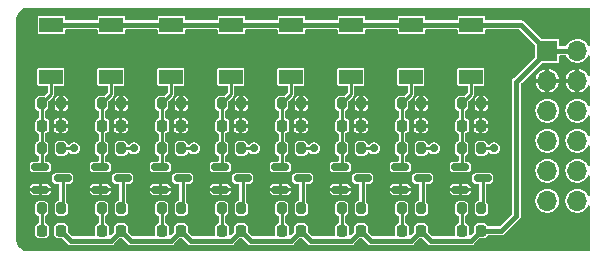
<source format=gbr>
G04 #@! TF.GenerationSoftware,KiCad,Pcbnew,6.0.9+dfsg-1*
G04 #@! TF.CreationDate,2022-11-16T11:41:45+08:00*
G04 #@! TF.ProjectId,io,696f2e6b-6963-4616-945f-706362585858,a*
G04 #@! TF.SameCoordinates,Original*
G04 #@! TF.FileFunction,Copper,L1,Top*
G04 #@! TF.FilePolarity,Positive*
%FSLAX46Y46*%
G04 Gerber Fmt 4.6, Leading zero omitted, Abs format (unit mm)*
G04 Created by KiCad (PCBNEW 6.0.9+dfsg-1) date 2022-11-16 11:41:45*
%MOMM*%
%LPD*%
G01*
G04 APERTURE LIST*
G04 Aperture macros list*
%AMRoundRect*
0 Rectangle with rounded corners*
0 $1 Rounding radius*
0 $2 $3 $4 $5 $6 $7 $8 $9 X,Y pos of 4 corners*
0 Add a 4 corners polygon primitive as box body*
4,1,4,$2,$3,$4,$5,$6,$7,$8,$9,$2,$3,0*
0 Add four circle primitives for the rounded corners*
1,1,$1+$1,$2,$3*
1,1,$1+$1,$4,$5*
1,1,$1+$1,$6,$7*
1,1,$1+$1,$8,$9*
0 Add four rect primitives between the rounded corners*
20,1,$1+$1,$2,$3,$4,$5,0*
20,1,$1+$1,$4,$5,$6,$7,0*
20,1,$1+$1,$6,$7,$8,$9,0*
20,1,$1+$1,$8,$9,$2,$3,0*%
G04 Aperture macros list end*
G04 #@! TA.AperFunction,SMDPad,CuDef*
%ADD10RoundRect,0.200000X-0.200000X-0.275000X0.200000X-0.275000X0.200000X0.275000X-0.200000X0.275000X0*%
G04 #@! TD*
G04 #@! TA.AperFunction,SMDPad,CuDef*
%ADD11RoundRect,0.150000X-0.587500X-0.150000X0.587500X-0.150000X0.587500X0.150000X-0.587500X0.150000X0*%
G04 #@! TD*
G04 #@! TA.AperFunction,SMDPad,CuDef*
%ADD12RoundRect,0.218750X-0.218750X-0.256250X0.218750X-0.256250X0.218750X0.256250X-0.218750X0.256250X0*%
G04 #@! TD*
G04 #@! TA.AperFunction,SMDPad,CuDef*
%ADD13RoundRect,0.225000X-0.225000X-0.250000X0.225000X-0.250000X0.225000X0.250000X-0.225000X0.250000X0*%
G04 #@! TD*
G04 #@! TA.AperFunction,SMDPad,CuDef*
%ADD14R,2.000000X1.200000*%
G04 #@! TD*
G04 #@! TA.AperFunction,ComponentPad*
%ADD15R,1.700000X1.700000*%
G04 #@! TD*
G04 #@! TA.AperFunction,ComponentPad*
%ADD16O,1.700000X1.700000*%
G04 #@! TD*
G04 #@! TA.AperFunction,ViaPad*
%ADD17C,0.700000*%
G04 #@! TD*
G04 #@! TA.AperFunction,Conductor*
%ADD18C,0.228600*%
G04 #@! TD*
G04 #@! TA.AperFunction,Conductor*
%ADD19C,0.457200*%
G04 #@! TD*
G04 APERTURE END LIST*
D10*
G04 #@! TO.P,R3,1*
G04 #@! TO.N,Net-(D1-Pad1)*
X135700000Y-89535000D03*
G04 #@! TO.P,R3,2*
G04 #@! TO.N,Net-(Q1-Pad3)*
X137350000Y-89535000D03*
G04 #@! TD*
D11*
G04 #@! TO.P,Q6,1,G*
G04 #@! TO.N,Net-(Q6-Pad1)*
X160987500Y-86045000D03*
G04 #@! TO.P,Q6,2,S*
G04 #@! TO.N,GND*
X160987500Y-87945000D03*
G04 #@! TO.P,Q6,3,D*
G04 #@! TO.N,Net-(Q6-Pad3)*
X162862500Y-86995000D03*
G04 #@! TD*
D12*
G04 #@! TO.P,D1,1,K*
G04 #@! TO.N,Net-(D1-Pad1)*
X135737500Y-91440000D03*
G04 #@! TO.P,D1,2,A*
G04 #@! TO.N,+3.3V*
X137312500Y-91440000D03*
G04 #@! TD*
D13*
G04 #@! TO.P,C4,1*
G04 #@! TO.N,Net-(Q4-Pad1)*
X150990000Y-82550000D03*
G04 #@! TO.P,C4,2*
G04 #@! TO.N,GND*
X152540000Y-82550000D03*
G04 #@! TD*
D11*
G04 #@! TO.P,Q2,1,G*
G04 #@! TO.N,Net-(Q2-Pad1)*
X140667500Y-86045000D03*
G04 #@! TO.P,Q2,2,S*
G04 #@! TO.N,GND*
X140667500Y-87945000D03*
G04 #@! TO.P,Q2,3,D*
G04 #@! TO.N,Net-(Q2-Pad3)*
X142542500Y-86995000D03*
G04 #@! TD*
D14*
G04 #@! TO.P,SW3,1,1*
G04 #@! TO.N,Net-(Q3-Pad1)*
X146635000Y-78400000D03*
G04 #@! TO.P,SW3,2,2*
G04 #@! TO.N,+3.3V*
X146685000Y-74000000D03*
G04 #@! TD*
D13*
G04 #@! TO.P,C5,1*
G04 #@! TO.N,Net-(Q5-Pad1)*
X156070000Y-82550000D03*
G04 #@! TO.P,C5,2*
G04 #@! TO.N,GND*
X157620000Y-82550000D03*
G04 #@! TD*
D12*
G04 #@! TO.P,D7,1,K*
G04 #@! TO.N,Net-(D7-Pad1)*
X166217500Y-91440000D03*
G04 #@! TO.P,D7,2,A*
G04 #@! TO.N,+3.3V*
X167792500Y-91440000D03*
G04 #@! TD*
D10*
G04 #@! TO.P,R8,1*
G04 #@! TO.N,Net-(Q3-Pad1)*
X145860000Y-80645000D03*
G04 #@! TO.P,R8,2*
G04 #@! TO.N,GND*
X147510000Y-80645000D03*
G04 #@! TD*
D14*
G04 #@! TO.P,SW2,1,1*
G04 #@! TO.N,Net-(Q2-Pad1)*
X141555000Y-78400000D03*
G04 #@! TO.P,SW2,2,2*
G04 #@! TO.N,+3.3V*
X141605000Y-74000000D03*
G04 #@! TD*
G04 #@! TO.P,SW4,1,1*
G04 #@! TO.N,Net-(Q4-Pad1)*
X151715000Y-78400000D03*
G04 #@! TO.P,SW4,2,2*
G04 #@! TO.N,+3.3V*
X151765000Y-74000000D03*
G04 #@! TD*
G04 #@! TO.P,SW6,1,1*
G04 #@! TO.N,Net-(Q6-Pad1)*
X161875000Y-78400000D03*
G04 #@! TO.P,SW6,2,2*
G04 #@! TO.N,+3.3V*
X161925000Y-74000000D03*
G04 #@! TD*
D12*
G04 #@! TO.P,D8,1,K*
G04 #@! TO.N,Net-(D8-Pad1)*
X171297500Y-91440000D03*
G04 #@! TO.P,D8,2,A*
G04 #@! TO.N,+3.3V*
X172872500Y-91440000D03*
G04 #@! TD*
D10*
G04 #@! TO.P,R24,1*
G04 #@! TO.N,Net-(D8-Pad1)*
X171260000Y-89535000D03*
G04 #@! TO.P,R24,2*
G04 #@! TO.N,Net-(Q8-Pad3)*
X172910000Y-89535000D03*
G04 #@! TD*
D13*
G04 #@! TO.P,C3,1*
G04 #@! TO.N,Net-(Q3-Pad1)*
X145910000Y-82550000D03*
G04 #@! TO.P,C3,2*
G04 #@! TO.N,GND*
X147460000Y-82550000D03*
G04 #@! TD*
D12*
G04 #@! TO.P,D4,1,K*
G04 #@! TO.N,Net-(D4-Pad1)*
X150977500Y-91440000D03*
G04 #@! TO.P,D4,2,A*
G04 #@! TO.N,+3.3V*
X152552500Y-91440000D03*
G04 #@! TD*
D14*
G04 #@! TO.P,SW7,1,1*
G04 #@! TO.N,Net-(Q7-Pad1)*
X166955000Y-78400000D03*
G04 #@! TO.P,SW7,2,2*
G04 #@! TO.N,+3.3V*
X167005000Y-74000000D03*
G04 #@! TD*
D10*
G04 #@! TO.P,R14,1*
G04 #@! TO.N,Net-(Q5-Pad1)*
X156020000Y-80645000D03*
G04 #@! TO.P,R14,2*
G04 #@! TO.N,GND*
X157670000Y-80645000D03*
G04 #@! TD*
D12*
G04 #@! TO.P,D3,1,K*
G04 #@! TO.N,Net-(D3-Pad1)*
X145897500Y-91440000D03*
G04 #@! TO.P,D3,2,A*
G04 #@! TO.N,+3.3V*
X147472500Y-91440000D03*
G04 #@! TD*
D14*
G04 #@! TO.P,SW5,1,1*
G04 #@! TO.N,Net-(Q5-Pad1)*
X156795000Y-78400000D03*
G04 #@! TO.P,SW5,2,2*
G04 #@! TO.N,+3.3V*
X156845000Y-74000000D03*
G04 #@! TD*
D10*
G04 #@! TO.P,R23,1*
G04 #@! TO.N,Net-(Q8-Pad1)*
X171260000Y-80645000D03*
G04 #@! TO.P,R23,2*
G04 #@! TO.N,GND*
X172910000Y-80645000D03*
G04 #@! TD*
D11*
G04 #@! TO.P,Q3,1,G*
G04 #@! TO.N,Net-(Q3-Pad1)*
X145747500Y-86045000D03*
G04 #@! TO.P,Q3,2,S*
G04 #@! TO.N,GND*
X145747500Y-87945000D03*
G04 #@! TO.P,Q3,3,D*
G04 #@! TO.N,Net-(Q3-Pad3)*
X147622500Y-86995000D03*
G04 #@! TD*
D10*
G04 #@! TO.P,R22,1*
G04 #@! TO.N,Net-(Q8-Pad1)*
X171260000Y-84455000D03*
G04 #@! TO.P,R22,2*
G04 #@! TO.N,L0_7*
X172910000Y-84455000D03*
G04 #@! TD*
G04 #@! TO.P,R17,1*
G04 #@! TO.N,Net-(Q6-Pad1)*
X161100000Y-80645000D03*
G04 #@! TO.P,R17,2*
G04 #@! TO.N,GND*
X162750000Y-80645000D03*
G04 #@! TD*
G04 #@! TO.P,R4,1*
G04 #@! TO.N,Net-(Q2-Pad1)*
X140780000Y-84455000D03*
G04 #@! TO.P,R4,2*
G04 #@! TO.N,L0_1*
X142430000Y-84455000D03*
G04 #@! TD*
G04 #@! TO.P,R6,1*
G04 #@! TO.N,Net-(D2-Pad1)*
X140780000Y-89535000D03*
G04 #@! TO.P,R6,2*
G04 #@! TO.N,Net-(Q2-Pad3)*
X142430000Y-89535000D03*
G04 #@! TD*
D13*
G04 #@! TO.P,C1,1*
G04 #@! TO.N,Net-(Q1-Pad1)*
X135750000Y-82550000D03*
G04 #@! TO.P,C1,2*
G04 #@! TO.N,GND*
X137300000Y-82550000D03*
G04 #@! TD*
D12*
G04 #@! TO.P,D6,1,K*
G04 #@! TO.N,Net-(D6-Pad1)*
X161137500Y-91440000D03*
G04 #@! TO.P,D6,2,A*
G04 #@! TO.N,+3.3V*
X162712500Y-91440000D03*
G04 #@! TD*
D13*
G04 #@! TO.P,C6,1*
G04 #@! TO.N,Net-(Q6-Pad1)*
X161150000Y-82550000D03*
G04 #@! TO.P,C6,2*
G04 #@! TO.N,GND*
X162700000Y-82550000D03*
G04 #@! TD*
D14*
G04 #@! TO.P,SW8,1,1*
G04 #@! TO.N,Net-(Q8-Pad1)*
X172035000Y-78400000D03*
G04 #@! TO.P,SW8,2,2*
G04 #@! TO.N,+3.3V*
X172085000Y-74000000D03*
G04 #@! TD*
D11*
G04 #@! TO.P,Q7,1,G*
G04 #@! TO.N,Net-(Q7-Pad1)*
X166067500Y-86045000D03*
G04 #@! TO.P,Q7,2,S*
G04 #@! TO.N,GND*
X166067500Y-87945000D03*
G04 #@! TO.P,Q7,3,D*
G04 #@! TO.N,Net-(Q7-Pad3)*
X167942500Y-86995000D03*
G04 #@! TD*
D10*
G04 #@! TO.P,R5,1*
G04 #@! TO.N,Net-(Q2-Pad1)*
X140780000Y-80645000D03*
G04 #@! TO.P,R5,2*
G04 #@! TO.N,GND*
X142430000Y-80645000D03*
G04 #@! TD*
D12*
G04 #@! TO.P,D5,1,K*
G04 #@! TO.N,Net-(D5-Pad1)*
X156057500Y-91440000D03*
G04 #@! TO.P,D5,2,A*
G04 #@! TO.N,+3.3V*
X157632500Y-91440000D03*
G04 #@! TD*
D13*
G04 #@! TO.P,C2,1*
G04 #@! TO.N,Net-(Q2-Pad1)*
X140830000Y-82550000D03*
G04 #@! TO.P,C2,2*
G04 #@! TO.N,GND*
X142380000Y-82550000D03*
G04 #@! TD*
D10*
G04 #@! TO.P,R7,1*
G04 #@! TO.N,Net-(Q3-Pad1)*
X145860000Y-84455000D03*
G04 #@! TO.P,R7,2*
G04 #@! TO.N,L0_2*
X147510000Y-84455000D03*
G04 #@! TD*
G04 #@! TO.P,R21,1*
G04 #@! TO.N,Net-(D7-Pad1)*
X166180000Y-89535000D03*
G04 #@! TO.P,R21,2*
G04 #@! TO.N,Net-(Q7-Pad3)*
X167830000Y-89535000D03*
G04 #@! TD*
G04 #@! TO.P,R15,1*
G04 #@! TO.N,Net-(D5-Pad1)*
X156020000Y-89535000D03*
G04 #@! TO.P,R15,2*
G04 #@! TO.N,Net-(Q5-Pad3)*
X157670000Y-89535000D03*
G04 #@! TD*
G04 #@! TO.P,R20,1*
G04 #@! TO.N,Net-(Q7-Pad1)*
X166180000Y-80645000D03*
G04 #@! TO.P,R20,2*
G04 #@! TO.N,GND*
X167830000Y-80645000D03*
G04 #@! TD*
D13*
G04 #@! TO.P,C7,1*
G04 #@! TO.N,Net-(Q7-Pad1)*
X166230000Y-82550000D03*
G04 #@! TO.P,C7,2*
G04 #@! TO.N,GND*
X167780000Y-82550000D03*
G04 #@! TD*
D10*
G04 #@! TO.P,R11,1*
G04 #@! TO.N,Net-(Q4-Pad1)*
X150940000Y-80645000D03*
G04 #@! TO.P,R11,2*
G04 #@! TO.N,GND*
X152590000Y-80645000D03*
G04 #@! TD*
G04 #@! TO.P,R13,1*
G04 #@! TO.N,Net-(Q5-Pad1)*
X156020000Y-84455000D03*
G04 #@! TO.P,R13,2*
G04 #@! TO.N,L0_4*
X157670000Y-84455000D03*
G04 #@! TD*
G04 #@! TO.P,R16,1*
G04 #@! TO.N,Net-(Q6-Pad1)*
X161100000Y-84455000D03*
G04 #@! TO.P,R16,2*
G04 #@! TO.N,L0_5*
X162750000Y-84455000D03*
G04 #@! TD*
D11*
G04 #@! TO.P,Q8,1,G*
G04 #@! TO.N,Net-(Q8-Pad1)*
X171147500Y-86045000D03*
G04 #@! TO.P,Q8,2,S*
G04 #@! TO.N,GND*
X171147500Y-87945000D03*
G04 #@! TO.P,Q8,3,D*
G04 #@! TO.N,Net-(Q8-Pad3)*
X173022500Y-86995000D03*
G04 #@! TD*
G04 #@! TO.P,Q1,1,G*
G04 #@! TO.N,Net-(Q1-Pad1)*
X135587500Y-86045000D03*
G04 #@! TO.P,Q1,2,S*
G04 #@! TO.N,GND*
X135587500Y-87945000D03*
G04 #@! TO.P,Q1,3,D*
G04 #@! TO.N,Net-(Q1-Pad3)*
X137462500Y-86995000D03*
G04 #@! TD*
D10*
G04 #@! TO.P,R1,1*
G04 #@! TO.N,Net-(Q1-Pad1)*
X135700000Y-84455000D03*
G04 #@! TO.P,R1,2*
G04 #@! TO.N,L0_0*
X137350000Y-84455000D03*
G04 #@! TD*
G04 #@! TO.P,R18,1*
G04 #@! TO.N,Net-(D6-Pad1)*
X161100000Y-89535000D03*
G04 #@! TO.P,R18,2*
G04 #@! TO.N,Net-(Q6-Pad3)*
X162750000Y-89535000D03*
G04 #@! TD*
G04 #@! TO.P,R10,1*
G04 #@! TO.N,Net-(Q4-Pad1)*
X150940000Y-84455000D03*
G04 #@! TO.P,R10,2*
G04 #@! TO.N,L0_3*
X152590000Y-84455000D03*
G04 #@! TD*
D12*
G04 #@! TO.P,D2,1,K*
G04 #@! TO.N,Net-(D2-Pad1)*
X140817500Y-91440000D03*
G04 #@! TO.P,D2,2,A*
G04 #@! TO.N,+3.3V*
X142392500Y-91440000D03*
G04 #@! TD*
D15*
G04 #@! TO.P,J1,1,Pin_1*
G04 #@! TO.N,+3.3V*
X178500000Y-76200000D03*
D16*
G04 #@! TO.P,J1,2,Pin_2*
X181040000Y-76200000D03*
G04 #@! TO.P,J1,3,Pin_3*
G04 #@! TO.N,GND*
X178500000Y-78740000D03*
G04 #@! TO.P,J1,4,Pin_4*
X181040000Y-78740000D03*
G04 #@! TO.P,J1,5,Pin_5*
G04 #@! TO.N,L0_7*
X178500000Y-81280000D03*
G04 #@! TO.P,J1,6,Pin_6*
G04 #@! TO.N,L0_6*
X181040000Y-81280000D03*
G04 #@! TO.P,J1,7,Pin_7*
G04 #@! TO.N,L0_5*
X178500000Y-83820000D03*
G04 #@! TO.P,J1,8,Pin_8*
G04 #@! TO.N,L0_4*
X181040000Y-83820000D03*
G04 #@! TO.P,J1,9,Pin_9*
G04 #@! TO.N,L0_3*
X178500000Y-86360000D03*
G04 #@! TO.P,J1,10,Pin_10*
G04 #@! TO.N,L0_2*
X181040000Y-86360000D03*
G04 #@! TO.P,J1,11,Pin_11*
G04 #@! TO.N,L0_1*
X178500000Y-88900000D03*
G04 #@! TO.P,J1,12,Pin_12*
G04 #@! TO.N,L0_0*
X181040000Y-88900000D03*
G04 #@! TD*
D11*
G04 #@! TO.P,Q4,1,G*
G04 #@! TO.N,Net-(Q4-Pad1)*
X150827500Y-86045000D03*
G04 #@! TO.P,Q4,2,S*
G04 #@! TO.N,GND*
X150827500Y-87945000D03*
G04 #@! TO.P,Q4,3,D*
G04 #@! TO.N,Net-(Q4-Pad3)*
X152702500Y-86995000D03*
G04 #@! TD*
G04 #@! TO.P,Q5,1,G*
G04 #@! TO.N,Net-(Q5-Pad1)*
X155907500Y-86045000D03*
G04 #@! TO.P,Q5,2,S*
G04 #@! TO.N,GND*
X155907500Y-87945000D03*
G04 #@! TO.P,Q5,3,D*
G04 #@! TO.N,Net-(Q5-Pad3)*
X157782500Y-86995000D03*
G04 #@! TD*
D10*
G04 #@! TO.P,R2,1*
G04 #@! TO.N,Net-(Q1-Pad1)*
X135700000Y-80645000D03*
G04 #@! TO.P,R2,2*
G04 #@! TO.N,GND*
X137350000Y-80645000D03*
G04 #@! TD*
G04 #@! TO.P,R9,1*
G04 #@! TO.N,Net-(D3-Pad1)*
X145860000Y-89535000D03*
G04 #@! TO.P,R9,2*
G04 #@! TO.N,Net-(Q3-Pad3)*
X147510000Y-89535000D03*
G04 #@! TD*
D14*
G04 #@! TO.P,SW1,1,1*
G04 #@! TO.N,Net-(Q1-Pad1)*
X136475000Y-78400000D03*
G04 #@! TO.P,SW1,2,2*
G04 #@! TO.N,+3.3V*
X136525000Y-74000000D03*
G04 #@! TD*
D10*
G04 #@! TO.P,R19,1*
G04 #@! TO.N,Net-(Q7-Pad1)*
X166180000Y-84455000D03*
G04 #@! TO.P,R19,2*
G04 #@! TO.N,L0_6*
X167830000Y-84455000D03*
G04 #@! TD*
D13*
G04 #@! TO.P,C8,1*
G04 #@! TO.N,Net-(Q8-Pad1)*
X171310000Y-82550000D03*
G04 #@! TO.P,C8,2*
G04 #@! TO.N,GND*
X172860000Y-82550000D03*
G04 #@! TD*
D10*
G04 #@! TO.P,R12,1*
G04 #@! TO.N,Net-(D4-Pad1)*
X150940000Y-89535000D03*
G04 #@! TO.P,R12,2*
G04 #@! TO.N,Net-(Q4-Pad3)*
X152590000Y-89535000D03*
G04 #@! TD*
D17*
G04 #@! TO.N,GND*
X147320000Y-92710000D03*
X167640000Y-92710000D03*
X157480000Y-92710000D03*
X179705000Y-73660000D03*
X180975000Y-92075000D03*
X179705000Y-92075000D03*
X178435000Y-92075000D03*
X137160000Y-92710000D03*
X180975000Y-73660000D03*
X142240000Y-92710000D03*
X162560000Y-92710000D03*
X178435000Y-73660000D03*
X152400000Y-92710000D03*
G04 #@! TO.N,L0_0*
X138430000Y-84455000D03*
G04 #@! TO.N,L0_1*
X143510000Y-84455000D03*
G04 #@! TO.N,L0_2*
X148590000Y-84455000D03*
G04 #@! TO.N,L0_3*
X153670000Y-84455000D03*
G04 #@! TO.N,L0_4*
X158750000Y-84455000D03*
G04 #@! TO.N,L0_5*
X163830000Y-84455000D03*
G04 #@! TO.N,L0_6*
X168910000Y-84455000D03*
G04 #@! TO.N,L0_7*
X173990000Y-84455000D03*
G04 #@! TD*
D18*
G04 #@! TO.N,Net-(Q1-Pad1)*
X135700000Y-84455000D02*
X135700000Y-82600000D01*
X135700000Y-85932500D02*
X135587500Y-86045000D01*
X135750000Y-80695000D02*
X135700000Y-80645000D01*
X136475000Y-78400000D02*
X136475000Y-79870000D01*
X135700000Y-84455000D02*
X135700000Y-85932500D01*
X135700000Y-82600000D02*
X135750000Y-82550000D01*
X135750000Y-82550000D02*
X135750000Y-80695000D01*
X136475000Y-79870000D02*
X135700000Y-80645000D01*
G04 #@! TO.N,Net-(Q2-Pad1)*
X140780000Y-85932500D02*
X140667500Y-86045000D01*
X140780000Y-84455000D02*
X140780000Y-82600000D01*
X140780000Y-82600000D02*
X140830000Y-82550000D01*
X140830000Y-82550000D02*
X140830000Y-80695000D01*
X141555000Y-78400000D02*
X141555000Y-79870000D01*
X140780000Y-84455000D02*
X140780000Y-85932500D01*
X141555000Y-79870000D02*
X140780000Y-80645000D01*
X140830000Y-80695000D02*
X140780000Y-80645000D01*
G04 #@! TO.N,Net-(Q3-Pad1)*
X145860000Y-82600000D02*
X145910000Y-82550000D01*
X145860000Y-84455000D02*
X145860000Y-82600000D01*
X146635000Y-79870000D02*
X146635000Y-78400000D01*
X145860000Y-80645000D02*
X146635000Y-79870000D01*
X145910000Y-82550000D02*
X145910000Y-80695000D01*
X145860000Y-85932500D02*
X145747500Y-86045000D01*
X145860000Y-84455000D02*
X145860000Y-85932500D01*
X145910000Y-80695000D02*
X145860000Y-80645000D01*
G04 #@! TO.N,Net-(Q4-Pad1)*
X151715000Y-79870000D02*
X151715000Y-78400000D01*
X150940000Y-80645000D02*
X151715000Y-79870000D01*
X150940000Y-84455000D02*
X150940000Y-85932500D01*
X150940000Y-85932500D02*
X150827500Y-86045000D01*
X150990000Y-80695000D02*
X150940000Y-80645000D01*
X150940000Y-84455000D02*
X150940000Y-82600000D01*
X150940000Y-82600000D02*
X150990000Y-82550000D01*
X150990000Y-82550000D02*
X150990000Y-80695000D01*
G04 #@! TO.N,Net-(D1-Pad1)*
X135700000Y-91402500D02*
X135737500Y-91440000D01*
X135700000Y-89535000D02*
X135700000Y-91402500D01*
G04 #@! TO.N,Net-(D2-Pad1)*
X140780000Y-91402500D02*
X140817500Y-91440000D01*
X140780000Y-89535000D02*
X140780000Y-91402500D01*
G04 #@! TO.N,Net-(D3-Pad1)*
X145860000Y-89535000D02*
X145860000Y-91402500D01*
X145860000Y-91402500D02*
X145897500Y-91440000D01*
G04 #@! TO.N,Net-(D4-Pad1)*
X150940000Y-91402500D02*
X150977500Y-91440000D01*
X150940000Y-89535000D02*
X150940000Y-91402500D01*
D19*
G04 #@! TO.N,+3.3V*
X162712500Y-91440000D02*
X163568500Y-92296000D01*
X148328500Y-92296000D02*
X151696500Y-92296000D01*
X172085000Y-74000000D02*
X167005000Y-74000000D01*
X157632500Y-91440000D02*
X158488500Y-92296000D01*
X142392500Y-91440000D02*
X143248500Y-92296000D01*
X158488500Y-92296000D02*
X161856500Y-92296000D01*
X146685000Y-74000000D02*
X141605000Y-74000000D01*
X141605000Y-74000000D02*
X136525000Y-74000000D01*
X146616500Y-92296000D02*
X147472500Y-91440000D01*
X172085000Y-74000000D02*
X176300000Y-74000000D01*
X175895000Y-78805000D02*
X178500000Y-76200000D01*
X161925000Y-74000000D02*
X156845000Y-74000000D01*
X167792500Y-91440000D02*
X168648500Y-92296000D01*
X161856500Y-92296000D02*
X162712500Y-91440000D01*
X137312500Y-91440000D02*
X138168500Y-92296000D01*
X167005000Y-74000000D02*
X161925000Y-74000000D01*
X153408500Y-92296000D02*
X156776500Y-92296000D01*
X156845000Y-74000000D02*
X151765000Y-74000000D01*
X175895000Y-90170000D02*
X175895000Y-78805000D01*
X138168500Y-92296000D02*
X141536500Y-92296000D01*
X147472500Y-91440000D02*
X148328500Y-92296000D01*
X181040000Y-76200000D02*
X178500000Y-76200000D01*
X172872500Y-91440000D02*
X174625000Y-91440000D01*
X152552500Y-91440000D02*
X153408500Y-92296000D01*
X163568500Y-92296000D02*
X166936500Y-92296000D01*
X151696500Y-92296000D02*
X152552500Y-91440000D01*
X143248500Y-92296000D02*
X146616500Y-92296000D01*
X172016500Y-92296000D02*
X172872500Y-91440000D01*
X156776500Y-92296000D02*
X157632500Y-91440000D01*
X166936500Y-92296000D02*
X167792500Y-91440000D01*
X141536500Y-92296000D02*
X142392500Y-91440000D01*
X176300000Y-74000000D02*
X178500000Y-76200000D01*
X168648500Y-92296000D02*
X172016500Y-92296000D01*
X151765000Y-74000000D02*
X146685000Y-74000000D01*
X174625000Y-91440000D02*
X175895000Y-90170000D01*
D18*
G04 #@! TO.N,Net-(Q1-Pad3)*
X137462500Y-89422500D02*
X137350000Y-89535000D01*
X137462500Y-86995000D02*
X137462500Y-89422500D01*
G04 #@! TO.N,Net-(Q2-Pad3)*
X142542500Y-89422500D02*
X142430000Y-89535000D01*
X142542500Y-86995000D02*
X142542500Y-89422500D01*
G04 #@! TO.N,Net-(D5-Pad1)*
X156020000Y-89535000D02*
X156020000Y-91402500D01*
X156020000Y-91402500D02*
X156057500Y-91440000D01*
G04 #@! TO.N,Net-(D6-Pad1)*
X161100000Y-91402500D02*
X161137500Y-91440000D01*
X161100000Y-89535000D02*
X161100000Y-91402500D01*
G04 #@! TO.N,Net-(D7-Pad1)*
X166180000Y-89535000D02*
X166180000Y-91402500D01*
X166180000Y-91402500D02*
X166217500Y-91440000D01*
G04 #@! TO.N,Net-(D8-Pad1)*
X171260000Y-91402500D02*
X171297500Y-91440000D01*
X171260000Y-89535000D02*
X171260000Y-91402500D01*
G04 #@! TO.N,L0_0*
X137350000Y-84455000D02*
X138430000Y-84455000D01*
G04 #@! TO.N,L0_1*
X142430000Y-84455000D02*
X143510000Y-84455000D01*
G04 #@! TO.N,L0_2*
X147510000Y-84455000D02*
X148590000Y-84455000D01*
G04 #@! TO.N,Net-(Q3-Pad3)*
X147622500Y-89422500D02*
X147510000Y-89535000D01*
X147622500Y-86995000D02*
X147622500Y-89422500D01*
G04 #@! TO.N,L0_3*
X152590000Y-84455000D02*
X153670000Y-84455000D01*
G04 #@! TO.N,Net-(Q4-Pad3)*
X152702500Y-86995000D02*
X152702500Y-89422500D01*
X152702500Y-89422500D02*
X152590000Y-89535000D01*
G04 #@! TO.N,L0_4*
X157670000Y-84455000D02*
X158750000Y-84455000D01*
G04 #@! TO.N,Net-(Q5-Pad3)*
X157782500Y-89422500D02*
X157670000Y-89535000D01*
X157782500Y-86995000D02*
X157782500Y-89422500D01*
G04 #@! TO.N,L0_5*
X162750000Y-84455000D02*
X163830000Y-84455000D01*
G04 #@! TO.N,Net-(Q6-Pad3)*
X162862500Y-86995000D02*
X162862500Y-89422500D01*
X162862500Y-89422500D02*
X162750000Y-89535000D01*
G04 #@! TO.N,L0_6*
X167830000Y-84455000D02*
X168910000Y-84455000D01*
G04 #@! TO.N,Net-(Q7-Pad3)*
X167942500Y-89422500D02*
X167830000Y-89535000D01*
X167942500Y-86995000D02*
X167942500Y-89422500D01*
G04 #@! TO.N,L0_7*
X172910000Y-84455000D02*
X173990000Y-84455000D01*
G04 #@! TO.N,Net-(Q8-Pad3)*
X173022500Y-89422500D02*
X172910000Y-89535000D01*
X173022500Y-86995000D02*
X173022500Y-89422500D01*
G04 #@! TO.N,Net-(Q5-Pad1)*
X156020000Y-82600000D02*
X156070000Y-82550000D01*
X156070000Y-82550000D02*
X156070000Y-80695000D01*
X156020000Y-84455000D02*
X156020000Y-85932500D01*
X156020000Y-85932500D02*
X155907500Y-86045000D01*
X156795000Y-79870000D02*
X156795000Y-78400000D01*
X156070000Y-80695000D02*
X156020000Y-80645000D01*
X156020000Y-84455000D02*
X156020000Y-82600000D01*
X156020000Y-80645000D02*
X156795000Y-79870000D01*
G04 #@! TO.N,Net-(Q6-Pad1)*
X161100000Y-80645000D02*
X161875000Y-79870000D01*
X161875000Y-79870000D02*
X161875000Y-78400000D01*
X161150000Y-82550000D02*
X161150000Y-80695000D01*
X161100000Y-84455000D02*
X161100000Y-82600000D01*
X161100000Y-85932500D02*
X160987500Y-86045000D01*
X161100000Y-82600000D02*
X161150000Y-82550000D01*
X161100000Y-84455000D02*
X161100000Y-85932500D01*
X161150000Y-80695000D02*
X161100000Y-80645000D01*
G04 #@! TO.N,Net-(Q7-Pad1)*
X166230000Y-82550000D02*
X166230000Y-80695000D01*
X166230000Y-80695000D02*
X166180000Y-80645000D01*
X166180000Y-85932500D02*
X166067500Y-86045000D01*
X166180000Y-84455000D02*
X166180000Y-82600000D01*
X166180000Y-80645000D02*
X166955000Y-79870000D01*
X166180000Y-84455000D02*
X166180000Y-85932500D01*
X166180000Y-82600000D02*
X166230000Y-82550000D01*
X166955000Y-79870000D02*
X166955000Y-78400000D01*
G04 #@! TO.N,Net-(Q8-Pad1)*
X171260000Y-85932500D02*
X171147500Y-86045000D01*
X171260000Y-84455000D02*
X171260000Y-85932500D01*
X171260000Y-82600000D02*
X171310000Y-82550000D01*
X171260000Y-80645000D02*
X172035000Y-79870000D01*
X171260000Y-84455000D02*
X171260000Y-82600000D01*
X171310000Y-80695000D02*
X171260000Y-80645000D01*
X172035000Y-79870000D02*
X172035000Y-78400000D01*
X171310000Y-82550000D02*
X171310000Y-80695000D01*
G04 #@! TD*
G04 #@! TA.AperFunction,Conductor*
G04 #@! TO.N,GND*
G36*
X182065238Y-72560493D02*
G01*
X182090958Y-72605042D01*
X182092100Y-72618100D01*
X182092100Y-75740777D01*
X182074507Y-75789115D01*
X182029958Y-75814835D01*
X181979300Y-75805902D01*
X181950502Y-75776081D01*
X181933072Y-75743300D01*
X181879379Y-75642318D01*
X181755072Y-75489903D01*
X181603528Y-75364535D01*
X181430520Y-75270990D01*
X181242637Y-75212830D01*
X181099832Y-75197821D01*
X181050690Y-75192656D01*
X181050689Y-75192656D01*
X181047035Y-75192272D01*
X180949101Y-75201184D01*
X180854824Y-75209764D01*
X180854823Y-75209764D01*
X180851166Y-75210097D01*
X180847641Y-75211134D01*
X180847638Y-75211135D01*
X180729440Y-75245923D01*
X180662489Y-75265628D01*
X180488192Y-75356748D01*
X180334912Y-75479988D01*
X180208489Y-75630653D01*
X180206718Y-75633875D01*
X180206717Y-75633876D01*
X180126645Y-75779528D01*
X180087941Y-75813411D01*
X180060747Y-75818500D01*
X179578099Y-75818500D01*
X179529761Y-75800907D01*
X179504041Y-75756358D01*
X179502899Y-75743300D01*
X179502899Y-75334944D01*
X179494028Y-75290342D01*
X179460234Y-75239766D01*
X179454077Y-75235652D01*
X179415817Y-75210087D01*
X179415816Y-75210086D01*
X179409658Y-75205972D01*
X179365057Y-75197100D01*
X179224146Y-75197100D01*
X178067772Y-75197101D01*
X178019434Y-75179508D01*
X178014598Y-75175075D01*
X176604220Y-73764697D01*
X176594219Y-73752315D01*
X176589442Y-73744917D01*
X176586071Y-73739696D01*
X176557175Y-73716916D01*
X176550557Y-73711034D01*
X176547352Y-73707829D01*
X176530580Y-73695843D01*
X176527745Y-73693715D01*
X176491209Y-73664912D01*
X176491208Y-73664911D01*
X176486330Y-73661066D01*
X176480469Y-73659008D01*
X176478127Y-73657720D01*
X176477884Y-73657567D01*
X176477604Y-73657450D01*
X176475214Y-73656279D01*
X176470157Y-73652666D01*
X176419646Y-73637560D01*
X176416282Y-73636467D01*
X176366498Y-73618984D01*
X176360909Y-73618500D01*
X176359810Y-73618500D01*
X176354382Y-73618041D01*
X176348476Y-73616275D01*
X176342265Y-73616519D01*
X176342264Y-73616519D01*
X176293330Y-73618442D01*
X176290377Y-73618500D01*
X173313099Y-73618500D01*
X173264761Y-73600907D01*
X173239041Y-73556358D01*
X173237899Y-73543300D01*
X173237899Y-73384944D01*
X173229028Y-73340342D01*
X173195234Y-73289766D01*
X173150818Y-73260088D01*
X173150816Y-73260086D01*
X173144658Y-73255972D01*
X173100057Y-73247100D01*
X172085138Y-73247100D01*
X171069944Y-73247101D01*
X171025342Y-73255972D01*
X170974766Y-73289766D01*
X170940972Y-73340342D01*
X170932100Y-73384943D01*
X170932100Y-73543300D01*
X170914507Y-73591638D01*
X170869958Y-73617358D01*
X170856900Y-73618500D01*
X168233099Y-73618500D01*
X168184761Y-73600907D01*
X168159041Y-73556358D01*
X168157899Y-73543300D01*
X168157899Y-73384944D01*
X168149028Y-73340342D01*
X168115234Y-73289766D01*
X168070818Y-73260088D01*
X168070816Y-73260086D01*
X168064658Y-73255972D01*
X168020057Y-73247100D01*
X167005138Y-73247100D01*
X165989944Y-73247101D01*
X165945342Y-73255972D01*
X165894766Y-73289766D01*
X165860972Y-73340342D01*
X165852100Y-73384943D01*
X165852100Y-73543300D01*
X165834507Y-73591638D01*
X165789958Y-73617358D01*
X165776900Y-73618500D01*
X163153099Y-73618500D01*
X163104761Y-73600907D01*
X163079041Y-73556358D01*
X163077899Y-73543300D01*
X163077899Y-73384944D01*
X163069028Y-73340342D01*
X163035234Y-73289766D01*
X162990818Y-73260088D01*
X162990816Y-73260086D01*
X162984658Y-73255972D01*
X162940057Y-73247100D01*
X161925138Y-73247100D01*
X160909944Y-73247101D01*
X160865342Y-73255972D01*
X160814766Y-73289766D01*
X160780972Y-73340342D01*
X160772100Y-73384943D01*
X160772100Y-73543300D01*
X160754507Y-73591638D01*
X160709958Y-73617358D01*
X160696900Y-73618500D01*
X158073099Y-73618500D01*
X158024761Y-73600907D01*
X157999041Y-73556358D01*
X157997899Y-73543300D01*
X157997899Y-73384944D01*
X157989028Y-73340342D01*
X157955234Y-73289766D01*
X157910818Y-73260088D01*
X157910816Y-73260086D01*
X157904658Y-73255972D01*
X157860057Y-73247100D01*
X156845138Y-73247100D01*
X155829944Y-73247101D01*
X155785342Y-73255972D01*
X155734766Y-73289766D01*
X155700972Y-73340342D01*
X155692100Y-73384943D01*
X155692100Y-73543300D01*
X155674507Y-73591638D01*
X155629958Y-73617358D01*
X155616900Y-73618500D01*
X152993099Y-73618500D01*
X152944761Y-73600907D01*
X152919041Y-73556358D01*
X152917899Y-73543300D01*
X152917899Y-73384944D01*
X152909028Y-73340342D01*
X152875234Y-73289766D01*
X152830818Y-73260088D01*
X152830816Y-73260086D01*
X152824658Y-73255972D01*
X152780057Y-73247100D01*
X151765138Y-73247100D01*
X150749944Y-73247101D01*
X150705342Y-73255972D01*
X150654766Y-73289766D01*
X150620972Y-73340342D01*
X150612100Y-73384943D01*
X150612100Y-73543300D01*
X150594507Y-73591638D01*
X150549958Y-73617358D01*
X150536900Y-73618500D01*
X147913099Y-73618500D01*
X147864761Y-73600907D01*
X147839041Y-73556358D01*
X147837899Y-73543300D01*
X147837899Y-73384944D01*
X147829028Y-73340342D01*
X147795234Y-73289766D01*
X147750818Y-73260088D01*
X147750816Y-73260086D01*
X147744658Y-73255972D01*
X147700057Y-73247100D01*
X146685138Y-73247100D01*
X145669944Y-73247101D01*
X145625342Y-73255972D01*
X145574766Y-73289766D01*
X145540972Y-73340342D01*
X145532100Y-73384943D01*
X145532100Y-73543300D01*
X145514507Y-73591638D01*
X145469958Y-73617358D01*
X145456900Y-73618500D01*
X142833099Y-73618500D01*
X142784761Y-73600907D01*
X142759041Y-73556358D01*
X142757899Y-73543300D01*
X142757899Y-73384944D01*
X142749028Y-73340342D01*
X142715234Y-73289766D01*
X142670818Y-73260088D01*
X142670816Y-73260086D01*
X142664658Y-73255972D01*
X142620057Y-73247100D01*
X141605138Y-73247100D01*
X140589944Y-73247101D01*
X140545342Y-73255972D01*
X140494766Y-73289766D01*
X140460972Y-73340342D01*
X140452100Y-73384943D01*
X140452100Y-73543300D01*
X140434507Y-73591638D01*
X140389958Y-73617358D01*
X140376900Y-73618500D01*
X137753099Y-73618500D01*
X137704761Y-73600907D01*
X137679041Y-73556358D01*
X137677899Y-73543300D01*
X137677899Y-73384944D01*
X137669028Y-73340342D01*
X137635234Y-73289766D01*
X137590818Y-73260088D01*
X137590816Y-73260086D01*
X137584658Y-73255972D01*
X137540057Y-73247100D01*
X136525138Y-73247100D01*
X135509944Y-73247101D01*
X135465342Y-73255972D01*
X135414766Y-73289766D01*
X135380972Y-73340342D01*
X135372100Y-73384943D01*
X135372101Y-74615056D01*
X135380972Y-74659658D01*
X135414766Y-74710234D01*
X135420923Y-74714348D01*
X135459183Y-74739913D01*
X135459184Y-74739914D01*
X135465342Y-74744028D01*
X135509943Y-74752900D01*
X136524862Y-74752900D01*
X137540056Y-74752899D01*
X137584658Y-74744028D01*
X137635234Y-74710234D01*
X137669028Y-74659658D01*
X137677900Y-74615057D01*
X137677900Y-74456700D01*
X137695493Y-74408362D01*
X137740042Y-74382642D01*
X137753100Y-74381500D01*
X140376901Y-74381500D01*
X140425239Y-74399093D01*
X140450959Y-74443642D01*
X140452101Y-74456700D01*
X140452101Y-74615056D01*
X140460972Y-74659658D01*
X140494766Y-74710234D01*
X140500923Y-74714348D01*
X140539183Y-74739913D01*
X140539184Y-74739914D01*
X140545342Y-74744028D01*
X140589943Y-74752900D01*
X141604862Y-74752900D01*
X142620056Y-74752899D01*
X142664658Y-74744028D01*
X142715234Y-74710234D01*
X142749028Y-74659658D01*
X142757900Y-74615057D01*
X142757900Y-74456700D01*
X142775493Y-74408362D01*
X142820042Y-74382642D01*
X142833100Y-74381500D01*
X145456901Y-74381500D01*
X145505239Y-74399093D01*
X145530959Y-74443642D01*
X145532101Y-74456700D01*
X145532101Y-74615056D01*
X145540972Y-74659658D01*
X145574766Y-74710234D01*
X145580923Y-74714348D01*
X145619183Y-74739913D01*
X145619184Y-74739914D01*
X145625342Y-74744028D01*
X145669943Y-74752900D01*
X146684862Y-74752900D01*
X147700056Y-74752899D01*
X147744658Y-74744028D01*
X147795234Y-74710234D01*
X147829028Y-74659658D01*
X147837900Y-74615057D01*
X147837900Y-74456700D01*
X147855493Y-74408362D01*
X147900042Y-74382642D01*
X147913100Y-74381500D01*
X150536901Y-74381500D01*
X150585239Y-74399093D01*
X150610959Y-74443642D01*
X150612101Y-74456700D01*
X150612101Y-74615056D01*
X150620972Y-74659658D01*
X150654766Y-74710234D01*
X150660923Y-74714348D01*
X150699183Y-74739913D01*
X150699184Y-74739914D01*
X150705342Y-74744028D01*
X150749943Y-74752900D01*
X151764862Y-74752900D01*
X152780056Y-74752899D01*
X152824658Y-74744028D01*
X152875234Y-74710234D01*
X152909028Y-74659658D01*
X152917900Y-74615057D01*
X152917900Y-74456700D01*
X152935493Y-74408362D01*
X152980042Y-74382642D01*
X152993100Y-74381500D01*
X155616901Y-74381500D01*
X155665239Y-74399093D01*
X155690959Y-74443642D01*
X155692101Y-74456700D01*
X155692101Y-74615056D01*
X155700972Y-74659658D01*
X155734766Y-74710234D01*
X155740923Y-74714348D01*
X155779183Y-74739913D01*
X155779184Y-74739914D01*
X155785342Y-74744028D01*
X155829943Y-74752900D01*
X156844862Y-74752900D01*
X157860056Y-74752899D01*
X157904658Y-74744028D01*
X157955234Y-74710234D01*
X157989028Y-74659658D01*
X157997900Y-74615057D01*
X157997900Y-74456700D01*
X158015493Y-74408362D01*
X158060042Y-74382642D01*
X158073100Y-74381500D01*
X160696901Y-74381500D01*
X160745239Y-74399093D01*
X160770959Y-74443642D01*
X160772101Y-74456700D01*
X160772101Y-74615056D01*
X160780972Y-74659658D01*
X160814766Y-74710234D01*
X160820923Y-74714348D01*
X160859183Y-74739913D01*
X160859184Y-74739914D01*
X160865342Y-74744028D01*
X160909943Y-74752900D01*
X161924862Y-74752900D01*
X162940056Y-74752899D01*
X162984658Y-74744028D01*
X163035234Y-74710234D01*
X163069028Y-74659658D01*
X163077900Y-74615057D01*
X163077900Y-74456700D01*
X163095493Y-74408362D01*
X163140042Y-74382642D01*
X163153100Y-74381500D01*
X165776901Y-74381500D01*
X165825239Y-74399093D01*
X165850959Y-74443642D01*
X165852101Y-74456700D01*
X165852101Y-74615056D01*
X165860972Y-74659658D01*
X165894766Y-74710234D01*
X165900923Y-74714348D01*
X165939183Y-74739913D01*
X165939184Y-74739914D01*
X165945342Y-74744028D01*
X165989943Y-74752900D01*
X167004862Y-74752900D01*
X168020056Y-74752899D01*
X168064658Y-74744028D01*
X168115234Y-74710234D01*
X168149028Y-74659658D01*
X168157900Y-74615057D01*
X168157900Y-74456700D01*
X168175493Y-74408362D01*
X168220042Y-74382642D01*
X168233100Y-74381500D01*
X170856901Y-74381500D01*
X170905239Y-74399093D01*
X170930959Y-74443642D01*
X170932101Y-74456700D01*
X170932101Y-74615056D01*
X170940972Y-74659658D01*
X170974766Y-74710234D01*
X170980923Y-74714348D01*
X171019183Y-74739913D01*
X171019184Y-74739914D01*
X171025342Y-74744028D01*
X171069943Y-74752900D01*
X172084862Y-74752900D01*
X173100056Y-74752899D01*
X173144658Y-74744028D01*
X173195234Y-74710234D01*
X173229028Y-74659658D01*
X173237900Y-74615057D01*
X173237900Y-74456700D01*
X173255493Y-74408362D01*
X173300042Y-74382642D01*
X173313100Y-74381500D01*
X176110830Y-74381500D01*
X176159168Y-74399093D01*
X176164004Y-74403526D01*
X177475074Y-75714596D01*
X177496814Y-75761216D01*
X177497100Y-75767770D01*
X177497101Y-76632229D01*
X177479508Y-76680567D01*
X177475075Y-76685403D01*
X175659697Y-78500780D01*
X175647315Y-78510781D01*
X175634696Y-78518929D01*
X175630848Y-78523810D01*
X175611916Y-78547825D01*
X175606034Y-78554443D01*
X175602829Y-78557648D01*
X175601027Y-78560170D01*
X175590843Y-78574421D01*
X175588715Y-78577255D01*
X175582665Y-78584930D01*
X175556066Y-78618670D01*
X175554008Y-78624531D01*
X175552720Y-78626873D01*
X175552567Y-78627116D01*
X175552450Y-78627396D01*
X175551279Y-78629786D01*
X175547666Y-78634843D01*
X175545885Y-78640799D01*
X175532560Y-78685354D01*
X175531467Y-78688718D01*
X175513984Y-78738502D01*
X175513500Y-78744091D01*
X175513500Y-78745190D01*
X175513041Y-78750618D01*
X175511275Y-78756524D01*
X175511519Y-78762735D01*
X175511519Y-78762736D01*
X175513442Y-78811670D01*
X175513500Y-78814623D01*
X175513500Y-89980830D01*
X175495907Y-90029168D01*
X175491474Y-90034004D01*
X174489003Y-91036474D01*
X174442383Y-91058214D01*
X174435829Y-91058500D01*
X173490666Y-91058500D01*
X173442328Y-91040907D01*
X173423163Y-91016443D01*
X173400623Y-90970534D01*
X173397617Y-90964412D01*
X173393223Y-90960025D01*
X173393221Y-90960023D01*
X173314453Y-90881393D01*
X173314452Y-90881392D01*
X173310052Y-90877000D01*
X173304468Y-90874271D01*
X173304466Y-90874269D01*
X173219100Y-90832542D01*
X173198894Y-90822665D01*
X173159986Y-90816989D01*
X173129179Y-90812494D01*
X173129174Y-90812494D01*
X173126476Y-90812100D01*
X172618524Y-90812100D01*
X172615808Y-90812500D01*
X172615805Y-90812500D01*
X172578817Y-90817945D01*
X172545476Y-90822853D01*
X172540232Y-90825428D01*
X172540231Y-90825428D01*
X172439988Y-90874645D01*
X172439987Y-90874646D01*
X172434412Y-90877383D01*
X172430025Y-90881777D01*
X172430023Y-90881779D01*
X172351916Y-90960023D01*
X172347000Y-90964948D01*
X172344271Y-90970532D01*
X172344269Y-90970534D01*
X172321829Y-91016443D01*
X172292665Y-91076106D01*
X172291823Y-91081880D01*
X172282497Y-91145805D01*
X172282100Y-91148524D01*
X172282100Y-91459729D01*
X172264507Y-91508067D01*
X172260074Y-91512903D01*
X172016274Y-91756703D01*
X171969654Y-91778443D01*
X171919967Y-91765129D01*
X171890462Y-91722992D01*
X171887900Y-91703529D01*
X171887900Y-91148524D01*
X171877147Y-91075476D01*
X171868672Y-91058214D01*
X171825355Y-90969988D01*
X171825354Y-90969987D01*
X171822617Y-90964412D01*
X171818223Y-90960025D01*
X171818221Y-90960023D01*
X171739453Y-90881393D01*
X171739452Y-90881392D01*
X171735052Y-90877000D01*
X171729468Y-90874271D01*
X171729466Y-90874269D01*
X171644100Y-90832542D01*
X171623894Y-90822665D01*
X171602659Y-90819567D01*
X171591543Y-90817945D01*
X171546252Y-90793557D01*
X171527200Y-90743533D01*
X171527200Y-90217029D01*
X171544793Y-90168691D01*
X171569257Y-90149526D01*
X171662696Y-90103649D01*
X171662697Y-90103648D01*
X171668272Y-90100911D01*
X171672660Y-90096516D01*
X171672662Y-90096514D01*
X171735062Y-90034004D01*
X171751274Y-90017764D01*
X171754103Y-90011978D01*
X171800305Y-89917460D01*
X171800306Y-89917458D01*
X171802869Y-89912214D01*
X171812900Y-89843452D01*
X171812900Y-89226548D01*
X171802690Y-89157188D01*
X171750911Y-89051728D01*
X171746516Y-89047340D01*
X171746514Y-89047338D01*
X171672532Y-88973486D01*
X171667764Y-88968726D01*
X171662182Y-88965997D01*
X171662180Y-88965996D01*
X171567460Y-88919695D01*
X171567458Y-88919694D01*
X171562214Y-88917131D01*
X171556437Y-88916288D01*
X171556436Y-88916288D01*
X171543729Y-88914434D01*
X171493452Y-88907100D01*
X171026548Y-88907100D01*
X171023832Y-88907500D01*
X171023829Y-88907500D01*
X170962967Y-88916459D01*
X170962965Y-88916460D01*
X170957188Y-88917310D01*
X170905643Y-88942618D01*
X170857304Y-88966351D01*
X170857303Y-88966352D01*
X170851728Y-88969089D01*
X170847340Y-88973484D01*
X170847338Y-88973486D01*
X170810276Y-89010614D01*
X170768726Y-89052236D01*
X170765997Y-89057818D01*
X170765996Y-89057820D01*
X170719695Y-89152540D01*
X170717131Y-89157786D01*
X170707100Y-89226548D01*
X170707100Y-89843452D01*
X170707500Y-89846168D01*
X170707500Y-89846171D01*
X170714312Y-89892443D01*
X170717310Y-89912812D01*
X170719884Y-89918054D01*
X170765999Y-90011978D01*
X170769089Y-90018272D01*
X170773484Y-90022660D01*
X170773486Y-90022662D01*
X170784848Y-90034004D01*
X170852236Y-90101274D01*
X170857818Y-90104003D01*
X170857820Y-90104004D01*
X170950625Y-90149369D01*
X170986326Y-90186403D01*
X170992800Y-90216929D01*
X170992800Y-90765039D01*
X170975207Y-90813377D01*
X170950742Y-90832542D01*
X170864988Y-90874645D01*
X170864987Y-90874646D01*
X170859412Y-90877383D01*
X170855025Y-90881777D01*
X170855023Y-90881779D01*
X170776916Y-90960023D01*
X170772000Y-90964948D01*
X170769271Y-90970532D01*
X170769269Y-90970534D01*
X170746829Y-91016443D01*
X170717665Y-91076106D01*
X170716823Y-91081880D01*
X170707497Y-91145805D01*
X170707100Y-91148524D01*
X170707100Y-91731476D01*
X170707500Y-91734192D01*
X170707500Y-91734195D01*
X170711076Y-91758488D01*
X170717853Y-91804524D01*
X170720428Y-91809769D01*
X170722163Y-91815352D01*
X170719729Y-91816108D01*
X170724163Y-91857311D01*
X170695505Y-91900028D01*
X170651152Y-91914500D01*
X168837671Y-91914500D01*
X168789333Y-91896907D01*
X168784497Y-91892474D01*
X168404926Y-91512903D01*
X168383186Y-91466283D01*
X168382900Y-91459729D01*
X168382900Y-91148524D01*
X168372147Y-91075476D01*
X168363672Y-91058214D01*
X168320355Y-90969988D01*
X168320354Y-90969987D01*
X168317617Y-90964412D01*
X168313223Y-90960025D01*
X168313221Y-90960023D01*
X168234453Y-90881393D01*
X168234452Y-90881392D01*
X168230052Y-90877000D01*
X168224468Y-90874271D01*
X168224466Y-90874269D01*
X168139100Y-90832542D01*
X168118894Y-90822665D01*
X168079986Y-90816989D01*
X168049179Y-90812494D01*
X168049174Y-90812494D01*
X168046476Y-90812100D01*
X167538524Y-90812100D01*
X167535808Y-90812500D01*
X167535805Y-90812500D01*
X167498817Y-90817945D01*
X167465476Y-90822853D01*
X167460232Y-90825428D01*
X167460231Y-90825428D01*
X167359988Y-90874645D01*
X167359987Y-90874646D01*
X167354412Y-90877383D01*
X167350025Y-90881777D01*
X167350023Y-90881779D01*
X167271916Y-90960023D01*
X167267000Y-90964948D01*
X167264271Y-90970532D01*
X167264269Y-90970534D01*
X167241829Y-91016443D01*
X167212665Y-91076106D01*
X167211823Y-91081880D01*
X167202497Y-91145805D01*
X167202100Y-91148524D01*
X167202100Y-91459729D01*
X167184507Y-91508067D01*
X167180074Y-91512903D01*
X166936274Y-91756703D01*
X166889654Y-91778443D01*
X166839967Y-91765129D01*
X166810462Y-91722992D01*
X166807900Y-91703529D01*
X166807900Y-91148524D01*
X166797147Y-91075476D01*
X166788672Y-91058214D01*
X166745355Y-90969988D01*
X166745354Y-90969987D01*
X166742617Y-90964412D01*
X166738223Y-90960025D01*
X166738221Y-90960023D01*
X166659453Y-90881393D01*
X166659452Y-90881392D01*
X166655052Y-90877000D01*
X166649468Y-90874271D01*
X166649466Y-90874269D01*
X166564100Y-90832542D01*
X166543894Y-90822665D01*
X166522659Y-90819567D01*
X166511543Y-90817945D01*
X166466252Y-90793557D01*
X166447200Y-90743533D01*
X166447200Y-90217029D01*
X166464793Y-90168691D01*
X166489257Y-90149526D01*
X166582696Y-90103649D01*
X166582697Y-90103648D01*
X166588272Y-90100911D01*
X166592660Y-90096516D01*
X166592662Y-90096514D01*
X166655062Y-90034004D01*
X166671274Y-90017764D01*
X166674103Y-90011978D01*
X166720305Y-89917460D01*
X166720306Y-89917458D01*
X166722869Y-89912214D01*
X166732900Y-89843452D01*
X166732900Y-89226548D01*
X166722690Y-89157188D01*
X166670911Y-89051728D01*
X166666516Y-89047340D01*
X166666514Y-89047338D01*
X166592532Y-88973486D01*
X166587764Y-88968726D01*
X166582182Y-88965997D01*
X166582180Y-88965996D01*
X166487460Y-88919695D01*
X166487458Y-88919694D01*
X166482214Y-88917131D01*
X166476437Y-88916288D01*
X166476436Y-88916288D01*
X166463729Y-88914434D01*
X166413452Y-88907100D01*
X165946548Y-88907100D01*
X165943832Y-88907500D01*
X165943829Y-88907500D01*
X165882967Y-88916459D01*
X165882965Y-88916460D01*
X165877188Y-88917310D01*
X165825643Y-88942618D01*
X165777304Y-88966351D01*
X165777303Y-88966352D01*
X165771728Y-88969089D01*
X165767340Y-88973484D01*
X165767338Y-88973486D01*
X165730276Y-89010614D01*
X165688726Y-89052236D01*
X165685997Y-89057818D01*
X165685996Y-89057820D01*
X165639695Y-89152540D01*
X165637131Y-89157786D01*
X165627100Y-89226548D01*
X165627100Y-89843452D01*
X165627500Y-89846168D01*
X165627500Y-89846171D01*
X165634312Y-89892443D01*
X165637310Y-89912812D01*
X165639884Y-89918054D01*
X165685999Y-90011978D01*
X165689089Y-90018272D01*
X165693484Y-90022660D01*
X165693486Y-90022662D01*
X165704848Y-90034004D01*
X165772236Y-90101274D01*
X165777818Y-90104003D01*
X165777820Y-90104004D01*
X165870625Y-90149369D01*
X165906326Y-90186403D01*
X165912800Y-90216929D01*
X165912800Y-90765039D01*
X165895207Y-90813377D01*
X165870742Y-90832542D01*
X165784988Y-90874645D01*
X165784987Y-90874646D01*
X165779412Y-90877383D01*
X165775025Y-90881777D01*
X165775023Y-90881779D01*
X165696916Y-90960023D01*
X165692000Y-90964948D01*
X165689271Y-90970532D01*
X165689269Y-90970534D01*
X165666829Y-91016443D01*
X165637665Y-91076106D01*
X165636823Y-91081880D01*
X165627497Y-91145805D01*
X165627100Y-91148524D01*
X165627100Y-91731476D01*
X165627500Y-91734192D01*
X165627500Y-91734195D01*
X165631076Y-91758488D01*
X165637853Y-91804524D01*
X165640428Y-91809769D01*
X165642163Y-91815352D01*
X165639729Y-91816108D01*
X165644163Y-91857311D01*
X165615505Y-91900028D01*
X165571152Y-91914500D01*
X163757671Y-91914500D01*
X163709333Y-91896907D01*
X163704497Y-91892474D01*
X163324926Y-91512903D01*
X163303186Y-91466283D01*
X163302900Y-91459729D01*
X163302900Y-91148524D01*
X163292147Y-91075476D01*
X163283672Y-91058214D01*
X163240355Y-90969988D01*
X163240354Y-90969987D01*
X163237617Y-90964412D01*
X163233223Y-90960025D01*
X163233221Y-90960023D01*
X163154453Y-90881393D01*
X163154452Y-90881392D01*
X163150052Y-90877000D01*
X163144468Y-90874271D01*
X163144466Y-90874269D01*
X163059100Y-90832542D01*
X163038894Y-90822665D01*
X162999986Y-90816989D01*
X162969179Y-90812494D01*
X162969174Y-90812494D01*
X162966476Y-90812100D01*
X162458524Y-90812100D01*
X162455808Y-90812500D01*
X162455805Y-90812500D01*
X162418817Y-90817945D01*
X162385476Y-90822853D01*
X162380232Y-90825428D01*
X162380231Y-90825428D01*
X162279988Y-90874645D01*
X162279987Y-90874646D01*
X162274412Y-90877383D01*
X162270025Y-90881777D01*
X162270023Y-90881779D01*
X162191916Y-90960023D01*
X162187000Y-90964948D01*
X162184271Y-90970532D01*
X162184269Y-90970534D01*
X162161829Y-91016443D01*
X162132665Y-91076106D01*
X162131823Y-91081880D01*
X162122497Y-91145805D01*
X162122100Y-91148524D01*
X162122100Y-91459729D01*
X162104507Y-91508067D01*
X162100074Y-91512903D01*
X161856274Y-91756703D01*
X161809654Y-91778443D01*
X161759967Y-91765129D01*
X161730462Y-91722992D01*
X161727900Y-91703529D01*
X161727900Y-91148524D01*
X161717147Y-91075476D01*
X161708672Y-91058214D01*
X161665355Y-90969988D01*
X161665354Y-90969987D01*
X161662617Y-90964412D01*
X161658223Y-90960025D01*
X161658221Y-90960023D01*
X161579453Y-90881393D01*
X161579452Y-90881392D01*
X161575052Y-90877000D01*
X161569468Y-90874271D01*
X161569466Y-90874269D01*
X161484100Y-90832542D01*
X161463894Y-90822665D01*
X161442659Y-90819567D01*
X161431543Y-90817945D01*
X161386252Y-90793557D01*
X161367200Y-90743533D01*
X161367200Y-90217029D01*
X161384793Y-90168691D01*
X161409257Y-90149526D01*
X161502696Y-90103649D01*
X161502697Y-90103648D01*
X161508272Y-90100911D01*
X161512660Y-90096516D01*
X161512662Y-90096514D01*
X161575062Y-90034004D01*
X161591274Y-90017764D01*
X161594103Y-90011978D01*
X161640305Y-89917460D01*
X161640306Y-89917458D01*
X161642869Y-89912214D01*
X161652900Y-89843452D01*
X161652900Y-89226548D01*
X161642690Y-89157188D01*
X161590911Y-89051728D01*
X161586516Y-89047340D01*
X161586514Y-89047338D01*
X161512532Y-88973486D01*
X161507764Y-88968726D01*
X161502182Y-88965997D01*
X161502180Y-88965996D01*
X161407460Y-88919695D01*
X161407458Y-88919694D01*
X161402214Y-88917131D01*
X161396437Y-88916288D01*
X161396436Y-88916288D01*
X161383729Y-88914434D01*
X161333452Y-88907100D01*
X160866548Y-88907100D01*
X160863832Y-88907500D01*
X160863829Y-88907500D01*
X160802967Y-88916459D01*
X160802965Y-88916460D01*
X160797188Y-88917310D01*
X160745643Y-88942618D01*
X160697304Y-88966351D01*
X160697303Y-88966352D01*
X160691728Y-88969089D01*
X160687340Y-88973484D01*
X160687338Y-88973486D01*
X160650276Y-89010614D01*
X160608726Y-89052236D01*
X160605997Y-89057818D01*
X160605996Y-89057820D01*
X160559695Y-89152540D01*
X160557131Y-89157786D01*
X160547100Y-89226548D01*
X160547100Y-89843452D01*
X160547500Y-89846168D01*
X160547500Y-89846171D01*
X160554312Y-89892443D01*
X160557310Y-89912812D01*
X160559884Y-89918054D01*
X160605999Y-90011978D01*
X160609089Y-90018272D01*
X160613484Y-90022660D01*
X160613486Y-90022662D01*
X160624848Y-90034004D01*
X160692236Y-90101274D01*
X160697818Y-90104003D01*
X160697820Y-90104004D01*
X160790625Y-90149369D01*
X160826326Y-90186403D01*
X160832800Y-90216929D01*
X160832800Y-90765039D01*
X160815207Y-90813377D01*
X160790742Y-90832542D01*
X160704988Y-90874645D01*
X160704987Y-90874646D01*
X160699412Y-90877383D01*
X160695025Y-90881777D01*
X160695023Y-90881779D01*
X160616916Y-90960023D01*
X160612000Y-90964948D01*
X160609271Y-90970532D01*
X160609269Y-90970534D01*
X160586829Y-91016443D01*
X160557665Y-91076106D01*
X160556823Y-91081880D01*
X160547497Y-91145805D01*
X160547100Y-91148524D01*
X160547100Y-91731476D01*
X160547500Y-91734192D01*
X160547500Y-91734195D01*
X160551076Y-91758488D01*
X160557853Y-91804524D01*
X160560428Y-91809769D01*
X160562163Y-91815352D01*
X160559729Y-91816108D01*
X160564163Y-91857311D01*
X160535505Y-91900028D01*
X160491152Y-91914500D01*
X158677671Y-91914500D01*
X158629333Y-91896907D01*
X158624497Y-91892474D01*
X158244926Y-91512903D01*
X158223186Y-91466283D01*
X158222900Y-91459729D01*
X158222900Y-91148524D01*
X158212147Y-91075476D01*
X158203672Y-91058214D01*
X158160355Y-90969988D01*
X158160354Y-90969987D01*
X158157617Y-90964412D01*
X158153223Y-90960025D01*
X158153221Y-90960023D01*
X158074453Y-90881393D01*
X158074452Y-90881392D01*
X158070052Y-90877000D01*
X158064468Y-90874271D01*
X158064466Y-90874269D01*
X157979100Y-90832542D01*
X157958894Y-90822665D01*
X157919986Y-90816989D01*
X157889179Y-90812494D01*
X157889174Y-90812494D01*
X157886476Y-90812100D01*
X157378524Y-90812100D01*
X157375808Y-90812500D01*
X157375805Y-90812500D01*
X157338817Y-90817945D01*
X157305476Y-90822853D01*
X157300232Y-90825428D01*
X157300231Y-90825428D01*
X157199988Y-90874645D01*
X157199987Y-90874646D01*
X157194412Y-90877383D01*
X157190025Y-90881777D01*
X157190023Y-90881779D01*
X157111916Y-90960023D01*
X157107000Y-90964948D01*
X157104271Y-90970532D01*
X157104269Y-90970534D01*
X157081829Y-91016443D01*
X157052665Y-91076106D01*
X157051823Y-91081880D01*
X157042497Y-91145805D01*
X157042100Y-91148524D01*
X157042100Y-91459729D01*
X157024507Y-91508067D01*
X157020074Y-91512903D01*
X156776274Y-91756703D01*
X156729654Y-91778443D01*
X156679967Y-91765129D01*
X156650462Y-91722992D01*
X156647900Y-91703529D01*
X156647900Y-91148524D01*
X156637147Y-91075476D01*
X156628672Y-91058214D01*
X156585355Y-90969988D01*
X156585354Y-90969987D01*
X156582617Y-90964412D01*
X156578223Y-90960025D01*
X156578221Y-90960023D01*
X156499453Y-90881393D01*
X156499452Y-90881392D01*
X156495052Y-90877000D01*
X156489468Y-90874271D01*
X156489466Y-90874269D01*
X156404100Y-90832542D01*
X156383894Y-90822665D01*
X156362659Y-90819567D01*
X156351543Y-90817945D01*
X156306252Y-90793557D01*
X156287200Y-90743533D01*
X156287200Y-90217029D01*
X156304793Y-90168691D01*
X156329257Y-90149526D01*
X156422696Y-90103649D01*
X156422697Y-90103648D01*
X156428272Y-90100911D01*
X156432660Y-90096516D01*
X156432662Y-90096514D01*
X156495062Y-90034004D01*
X156511274Y-90017764D01*
X156514103Y-90011978D01*
X156560305Y-89917460D01*
X156560306Y-89917458D01*
X156562869Y-89912214D01*
X156572900Y-89843452D01*
X156572900Y-89226548D01*
X156562690Y-89157188D01*
X156510911Y-89051728D01*
X156506516Y-89047340D01*
X156506514Y-89047338D01*
X156432532Y-88973486D01*
X156427764Y-88968726D01*
X156422182Y-88965997D01*
X156422180Y-88965996D01*
X156327460Y-88919695D01*
X156327458Y-88919694D01*
X156322214Y-88917131D01*
X156316437Y-88916288D01*
X156316436Y-88916288D01*
X156303729Y-88914434D01*
X156253452Y-88907100D01*
X155786548Y-88907100D01*
X155783832Y-88907500D01*
X155783829Y-88907500D01*
X155722967Y-88916459D01*
X155722965Y-88916460D01*
X155717188Y-88917310D01*
X155665643Y-88942618D01*
X155617304Y-88966351D01*
X155617303Y-88966352D01*
X155611728Y-88969089D01*
X155607340Y-88973484D01*
X155607338Y-88973486D01*
X155570276Y-89010614D01*
X155528726Y-89052236D01*
X155525997Y-89057818D01*
X155525996Y-89057820D01*
X155479695Y-89152540D01*
X155477131Y-89157786D01*
X155467100Y-89226548D01*
X155467100Y-89843452D01*
X155467500Y-89846168D01*
X155467500Y-89846171D01*
X155474312Y-89892443D01*
X155477310Y-89912812D01*
X155479884Y-89918054D01*
X155525999Y-90011978D01*
X155529089Y-90018272D01*
X155533484Y-90022660D01*
X155533486Y-90022662D01*
X155544848Y-90034004D01*
X155612236Y-90101274D01*
X155617818Y-90104003D01*
X155617820Y-90104004D01*
X155710625Y-90149369D01*
X155746326Y-90186403D01*
X155752800Y-90216929D01*
X155752800Y-90765039D01*
X155735207Y-90813377D01*
X155710742Y-90832542D01*
X155624988Y-90874645D01*
X155624987Y-90874646D01*
X155619412Y-90877383D01*
X155615025Y-90881777D01*
X155615023Y-90881779D01*
X155536916Y-90960023D01*
X155532000Y-90964948D01*
X155529271Y-90970532D01*
X155529269Y-90970534D01*
X155506829Y-91016443D01*
X155477665Y-91076106D01*
X155476823Y-91081880D01*
X155467497Y-91145805D01*
X155467100Y-91148524D01*
X155467100Y-91731476D01*
X155467500Y-91734192D01*
X155467500Y-91734195D01*
X155471076Y-91758488D01*
X155477853Y-91804524D01*
X155480428Y-91809769D01*
X155482163Y-91815352D01*
X155479729Y-91816108D01*
X155484163Y-91857311D01*
X155455505Y-91900028D01*
X155411152Y-91914500D01*
X153597671Y-91914500D01*
X153549333Y-91896907D01*
X153544497Y-91892474D01*
X153164926Y-91512903D01*
X153143186Y-91466283D01*
X153142900Y-91459729D01*
X153142900Y-91148524D01*
X153132147Y-91075476D01*
X153123672Y-91058214D01*
X153080355Y-90969988D01*
X153080354Y-90969987D01*
X153077617Y-90964412D01*
X153073223Y-90960025D01*
X153073221Y-90960023D01*
X152994453Y-90881393D01*
X152994452Y-90881392D01*
X152990052Y-90877000D01*
X152984468Y-90874271D01*
X152984466Y-90874269D01*
X152899100Y-90832542D01*
X152878894Y-90822665D01*
X152839986Y-90816989D01*
X152809179Y-90812494D01*
X152809174Y-90812494D01*
X152806476Y-90812100D01*
X152298524Y-90812100D01*
X152295808Y-90812500D01*
X152295805Y-90812500D01*
X152258817Y-90817945D01*
X152225476Y-90822853D01*
X152220232Y-90825428D01*
X152220231Y-90825428D01*
X152119988Y-90874645D01*
X152119987Y-90874646D01*
X152114412Y-90877383D01*
X152110025Y-90881777D01*
X152110023Y-90881779D01*
X152031916Y-90960023D01*
X152027000Y-90964948D01*
X152024271Y-90970532D01*
X152024269Y-90970534D01*
X152001829Y-91016443D01*
X151972665Y-91076106D01*
X151971823Y-91081880D01*
X151962497Y-91145805D01*
X151962100Y-91148524D01*
X151962100Y-91459729D01*
X151944507Y-91508067D01*
X151940074Y-91512903D01*
X151696274Y-91756703D01*
X151649654Y-91778443D01*
X151599967Y-91765129D01*
X151570462Y-91722992D01*
X151567900Y-91703529D01*
X151567900Y-91148524D01*
X151557147Y-91075476D01*
X151548672Y-91058214D01*
X151505355Y-90969988D01*
X151505354Y-90969987D01*
X151502617Y-90964412D01*
X151498223Y-90960025D01*
X151498221Y-90960023D01*
X151419453Y-90881393D01*
X151419452Y-90881392D01*
X151415052Y-90877000D01*
X151409468Y-90874271D01*
X151409466Y-90874269D01*
X151324100Y-90832542D01*
X151303894Y-90822665D01*
X151282659Y-90819567D01*
X151271543Y-90817945D01*
X151226252Y-90793557D01*
X151207200Y-90743533D01*
X151207200Y-90217029D01*
X151224793Y-90168691D01*
X151249257Y-90149526D01*
X151342696Y-90103649D01*
X151342697Y-90103648D01*
X151348272Y-90100911D01*
X151352660Y-90096516D01*
X151352662Y-90096514D01*
X151415062Y-90034004D01*
X151431274Y-90017764D01*
X151434103Y-90011978D01*
X151480305Y-89917460D01*
X151480306Y-89917458D01*
X151482869Y-89912214D01*
X151492900Y-89843452D01*
X151492900Y-89226548D01*
X151482690Y-89157188D01*
X151430911Y-89051728D01*
X151426516Y-89047340D01*
X151426514Y-89047338D01*
X151352532Y-88973486D01*
X151347764Y-88968726D01*
X151342182Y-88965997D01*
X151342180Y-88965996D01*
X151247460Y-88919695D01*
X151247458Y-88919694D01*
X151242214Y-88917131D01*
X151236437Y-88916288D01*
X151236436Y-88916288D01*
X151223729Y-88914434D01*
X151173452Y-88907100D01*
X150706548Y-88907100D01*
X150703832Y-88907500D01*
X150703829Y-88907500D01*
X150642967Y-88916459D01*
X150642965Y-88916460D01*
X150637188Y-88917310D01*
X150585643Y-88942618D01*
X150537304Y-88966351D01*
X150537303Y-88966352D01*
X150531728Y-88969089D01*
X150527340Y-88973484D01*
X150527338Y-88973486D01*
X150490276Y-89010614D01*
X150448726Y-89052236D01*
X150445997Y-89057818D01*
X150445996Y-89057820D01*
X150399695Y-89152540D01*
X150397131Y-89157786D01*
X150387100Y-89226548D01*
X150387100Y-89843452D01*
X150387500Y-89846168D01*
X150387500Y-89846171D01*
X150394312Y-89892443D01*
X150397310Y-89912812D01*
X150399884Y-89918054D01*
X150445999Y-90011978D01*
X150449089Y-90018272D01*
X150453484Y-90022660D01*
X150453486Y-90022662D01*
X150464848Y-90034004D01*
X150532236Y-90101274D01*
X150537818Y-90104003D01*
X150537820Y-90104004D01*
X150630625Y-90149369D01*
X150666326Y-90186403D01*
X150672800Y-90216929D01*
X150672800Y-90765039D01*
X150655207Y-90813377D01*
X150630742Y-90832542D01*
X150544988Y-90874645D01*
X150544987Y-90874646D01*
X150539412Y-90877383D01*
X150535025Y-90881777D01*
X150535023Y-90881779D01*
X150456916Y-90960023D01*
X150452000Y-90964948D01*
X150449271Y-90970532D01*
X150449269Y-90970534D01*
X150426829Y-91016443D01*
X150397665Y-91076106D01*
X150396823Y-91081880D01*
X150387497Y-91145805D01*
X150387100Y-91148524D01*
X150387100Y-91731476D01*
X150387500Y-91734192D01*
X150387500Y-91734195D01*
X150391076Y-91758488D01*
X150397853Y-91804524D01*
X150400428Y-91809769D01*
X150402163Y-91815352D01*
X150399729Y-91816108D01*
X150404163Y-91857311D01*
X150375505Y-91900028D01*
X150331152Y-91914500D01*
X148517671Y-91914500D01*
X148469333Y-91896907D01*
X148464497Y-91892474D01*
X148084926Y-91512903D01*
X148063186Y-91466283D01*
X148062900Y-91459729D01*
X148062900Y-91148524D01*
X148052147Y-91075476D01*
X148043672Y-91058214D01*
X148000355Y-90969988D01*
X148000354Y-90969987D01*
X147997617Y-90964412D01*
X147993223Y-90960025D01*
X147993221Y-90960023D01*
X147914453Y-90881393D01*
X147914452Y-90881392D01*
X147910052Y-90877000D01*
X147904468Y-90874271D01*
X147904466Y-90874269D01*
X147819100Y-90832542D01*
X147798894Y-90822665D01*
X147759986Y-90816989D01*
X147729179Y-90812494D01*
X147729174Y-90812494D01*
X147726476Y-90812100D01*
X147218524Y-90812100D01*
X147215808Y-90812500D01*
X147215805Y-90812500D01*
X147178817Y-90817945D01*
X147145476Y-90822853D01*
X147140232Y-90825428D01*
X147140231Y-90825428D01*
X147039988Y-90874645D01*
X147039987Y-90874646D01*
X147034412Y-90877383D01*
X147030025Y-90881777D01*
X147030023Y-90881779D01*
X146951916Y-90960023D01*
X146947000Y-90964948D01*
X146944271Y-90970532D01*
X146944269Y-90970534D01*
X146921829Y-91016443D01*
X146892665Y-91076106D01*
X146891823Y-91081880D01*
X146882497Y-91145805D01*
X146882100Y-91148524D01*
X146882100Y-91459729D01*
X146864507Y-91508067D01*
X146860074Y-91512903D01*
X146616274Y-91756703D01*
X146569654Y-91778443D01*
X146519967Y-91765129D01*
X146490462Y-91722992D01*
X146487900Y-91703529D01*
X146487900Y-91148524D01*
X146477147Y-91075476D01*
X146468672Y-91058214D01*
X146425355Y-90969988D01*
X146425354Y-90969987D01*
X146422617Y-90964412D01*
X146418223Y-90960025D01*
X146418221Y-90960023D01*
X146339453Y-90881393D01*
X146339452Y-90881392D01*
X146335052Y-90877000D01*
X146329468Y-90874271D01*
X146329466Y-90874269D01*
X146244100Y-90832542D01*
X146223894Y-90822665D01*
X146202659Y-90819567D01*
X146191543Y-90817945D01*
X146146252Y-90793557D01*
X146127200Y-90743533D01*
X146127200Y-90217029D01*
X146144793Y-90168691D01*
X146169257Y-90149526D01*
X146262696Y-90103649D01*
X146262697Y-90103648D01*
X146268272Y-90100911D01*
X146272660Y-90096516D01*
X146272662Y-90096514D01*
X146335062Y-90034004D01*
X146351274Y-90017764D01*
X146354103Y-90011978D01*
X146400305Y-89917460D01*
X146400306Y-89917458D01*
X146402869Y-89912214D01*
X146412900Y-89843452D01*
X146412900Y-89226548D01*
X146402690Y-89157188D01*
X146350911Y-89051728D01*
X146346516Y-89047340D01*
X146346514Y-89047338D01*
X146272532Y-88973486D01*
X146267764Y-88968726D01*
X146262182Y-88965997D01*
X146262180Y-88965996D01*
X146167460Y-88919695D01*
X146167458Y-88919694D01*
X146162214Y-88917131D01*
X146156437Y-88916288D01*
X146156436Y-88916288D01*
X146143729Y-88914434D01*
X146093452Y-88907100D01*
X145626548Y-88907100D01*
X145623832Y-88907500D01*
X145623829Y-88907500D01*
X145562967Y-88916459D01*
X145562965Y-88916460D01*
X145557188Y-88917310D01*
X145505643Y-88942618D01*
X145457304Y-88966351D01*
X145457303Y-88966352D01*
X145451728Y-88969089D01*
X145447340Y-88973484D01*
X145447338Y-88973486D01*
X145410276Y-89010614D01*
X145368726Y-89052236D01*
X145365997Y-89057818D01*
X145365996Y-89057820D01*
X145319695Y-89152540D01*
X145317131Y-89157786D01*
X145307100Y-89226548D01*
X145307100Y-89843452D01*
X145307500Y-89846168D01*
X145307500Y-89846171D01*
X145314312Y-89892443D01*
X145317310Y-89912812D01*
X145319884Y-89918054D01*
X145365999Y-90011978D01*
X145369089Y-90018272D01*
X145373484Y-90022660D01*
X145373486Y-90022662D01*
X145384848Y-90034004D01*
X145452236Y-90101274D01*
X145457818Y-90104003D01*
X145457820Y-90104004D01*
X145550625Y-90149369D01*
X145586326Y-90186403D01*
X145592800Y-90216929D01*
X145592800Y-90765039D01*
X145575207Y-90813377D01*
X145550742Y-90832542D01*
X145464988Y-90874645D01*
X145464987Y-90874646D01*
X145459412Y-90877383D01*
X145455025Y-90881777D01*
X145455023Y-90881779D01*
X145376916Y-90960023D01*
X145372000Y-90964948D01*
X145369271Y-90970532D01*
X145369269Y-90970534D01*
X145346829Y-91016443D01*
X145317665Y-91076106D01*
X145316823Y-91081880D01*
X145307497Y-91145805D01*
X145307100Y-91148524D01*
X145307100Y-91731476D01*
X145307500Y-91734192D01*
X145307500Y-91734195D01*
X145311076Y-91758488D01*
X145317853Y-91804524D01*
X145320428Y-91809769D01*
X145322163Y-91815352D01*
X145319729Y-91816108D01*
X145324163Y-91857311D01*
X145295505Y-91900028D01*
X145251152Y-91914500D01*
X143437671Y-91914500D01*
X143389333Y-91896907D01*
X143384497Y-91892474D01*
X143004926Y-91512903D01*
X142983186Y-91466283D01*
X142982900Y-91459729D01*
X142982900Y-91148524D01*
X142972147Y-91075476D01*
X142963672Y-91058214D01*
X142920355Y-90969988D01*
X142920354Y-90969987D01*
X142917617Y-90964412D01*
X142913223Y-90960025D01*
X142913221Y-90960023D01*
X142834453Y-90881393D01*
X142834452Y-90881392D01*
X142830052Y-90877000D01*
X142824468Y-90874271D01*
X142824466Y-90874269D01*
X142739100Y-90832542D01*
X142718894Y-90822665D01*
X142679986Y-90816989D01*
X142649179Y-90812494D01*
X142649174Y-90812494D01*
X142646476Y-90812100D01*
X142138524Y-90812100D01*
X142135808Y-90812500D01*
X142135805Y-90812500D01*
X142098817Y-90817945D01*
X142065476Y-90822853D01*
X142060232Y-90825428D01*
X142060231Y-90825428D01*
X141959988Y-90874645D01*
X141959987Y-90874646D01*
X141954412Y-90877383D01*
X141950025Y-90881777D01*
X141950023Y-90881779D01*
X141871916Y-90960023D01*
X141867000Y-90964948D01*
X141864271Y-90970532D01*
X141864269Y-90970534D01*
X141841829Y-91016443D01*
X141812665Y-91076106D01*
X141811823Y-91081880D01*
X141802497Y-91145805D01*
X141802100Y-91148524D01*
X141802100Y-91459729D01*
X141784507Y-91508067D01*
X141780074Y-91512903D01*
X141536274Y-91756703D01*
X141489654Y-91778443D01*
X141439967Y-91765129D01*
X141410462Y-91722992D01*
X141407900Y-91703529D01*
X141407900Y-91148524D01*
X141397147Y-91075476D01*
X141388672Y-91058214D01*
X141345355Y-90969988D01*
X141345354Y-90969987D01*
X141342617Y-90964412D01*
X141338223Y-90960025D01*
X141338221Y-90960023D01*
X141259453Y-90881393D01*
X141259452Y-90881392D01*
X141255052Y-90877000D01*
X141249468Y-90874271D01*
X141249466Y-90874269D01*
X141164100Y-90832542D01*
X141143894Y-90822665D01*
X141122659Y-90819567D01*
X141111543Y-90817945D01*
X141066252Y-90793557D01*
X141047200Y-90743533D01*
X141047200Y-90217029D01*
X141064793Y-90168691D01*
X141089257Y-90149526D01*
X141182696Y-90103649D01*
X141182697Y-90103648D01*
X141188272Y-90100911D01*
X141192660Y-90096516D01*
X141192662Y-90096514D01*
X141255062Y-90034004D01*
X141271274Y-90017764D01*
X141274103Y-90011978D01*
X141320305Y-89917460D01*
X141320306Y-89917458D01*
X141322869Y-89912214D01*
X141332900Y-89843452D01*
X141332900Y-89226548D01*
X141322690Y-89157188D01*
X141270911Y-89051728D01*
X141266516Y-89047340D01*
X141266514Y-89047338D01*
X141192532Y-88973486D01*
X141187764Y-88968726D01*
X141182182Y-88965997D01*
X141182180Y-88965996D01*
X141087460Y-88919695D01*
X141087458Y-88919694D01*
X141082214Y-88917131D01*
X141076437Y-88916288D01*
X141076436Y-88916288D01*
X141063729Y-88914434D01*
X141013452Y-88907100D01*
X140546548Y-88907100D01*
X140543832Y-88907500D01*
X140543829Y-88907500D01*
X140482967Y-88916459D01*
X140482965Y-88916460D01*
X140477188Y-88917310D01*
X140425643Y-88942618D01*
X140377304Y-88966351D01*
X140377303Y-88966352D01*
X140371728Y-88969089D01*
X140367340Y-88973484D01*
X140367338Y-88973486D01*
X140330276Y-89010614D01*
X140288726Y-89052236D01*
X140285997Y-89057818D01*
X140285996Y-89057820D01*
X140239695Y-89152540D01*
X140237131Y-89157786D01*
X140227100Y-89226548D01*
X140227100Y-89843452D01*
X140227500Y-89846168D01*
X140227500Y-89846171D01*
X140234312Y-89892443D01*
X140237310Y-89912812D01*
X140239884Y-89918054D01*
X140285999Y-90011978D01*
X140289089Y-90018272D01*
X140293484Y-90022660D01*
X140293486Y-90022662D01*
X140304848Y-90034004D01*
X140372236Y-90101274D01*
X140377818Y-90104003D01*
X140377820Y-90104004D01*
X140470625Y-90149369D01*
X140506326Y-90186403D01*
X140512800Y-90216929D01*
X140512800Y-90765039D01*
X140495207Y-90813377D01*
X140470742Y-90832542D01*
X140384988Y-90874645D01*
X140384987Y-90874646D01*
X140379412Y-90877383D01*
X140375025Y-90881777D01*
X140375023Y-90881779D01*
X140296916Y-90960023D01*
X140292000Y-90964948D01*
X140289271Y-90970532D01*
X140289269Y-90970534D01*
X140266829Y-91016443D01*
X140237665Y-91076106D01*
X140236823Y-91081880D01*
X140227497Y-91145805D01*
X140227100Y-91148524D01*
X140227100Y-91731476D01*
X140227500Y-91734192D01*
X140227500Y-91734195D01*
X140231076Y-91758488D01*
X140237853Y-91804524D01*
X140240428Y-91809769D01*
X140242163Y-91815352D01*
X140239729Y-91816108D01*
X140244163Y-91857311D01*
X140215505Y-91900028D01*
X140171152Y-91914500D01*
X138357671Y-91914500D01*
X138309333Y-91896907D01*
X138304497Y-91892474D01*
X137924926Y-91512903D01*
X137903186Y-91466283D01*
X137902900Y-91459729D01*
X137902900Y-91148524D01*
X137892147Y-91075476D01*
X137883672Y-91058214D01*
X137840355Y-90969988D01*
X137840354Y-90969987D01*
X137837617Y-90964412D01*
X137833223Y-90960025D01*
X137833221Y-90960023D01*
X137754453Y-90881393D01*
X137754452Y-90881392D01*
X137750052Y-90877000D01*
X137744468Y-90874271D01*
X137744466Y-90874269D01*
X137659100Y-90832542D01*
X137638894Y-90822665D01*
X137599986Y-90816989D01*
X137569179Y-90812494D01*
X137569174Y-90812494D01*
X137566476Y-90812100D01*
X137058524Y-90812100D01*
X137055808Y-90812500D01*
X137055805Y-90812500D01*
X137018817Y-90817945D01*
X136985476Y-90822853D01*
X136980232Y-90825428D01*
X136980231Y-90825428D01*
X136879988Y-90874645D01*
X136879987Y-90874646D01*
X136874412Y-90877383D01*
X136870025Y-90881777D01*
X136870023Y-90881779D01*
X136791916Y-90960023D01*
X136787000Y-90964948D01*
X136784271Y-90970532D01*
X136784269Y-90970534D01*
X136761829Y-91016443D01*
X136732665Y-91076106D01*
X136731823Y-91081880D01*
X136722497Y-91145805D01*
X136722100Y-91148524D01*
X136722100Y-91731476D01*
X136722500Y-91734192D01*
X136722500Y-91734195D01*
X136726076Y-91758488D01*
X136732853Y-91804524D01*
X136735428Y-91809768D01*
X136735428Y-91809769D01*
X136776035Y-91892474D01*
X136787383Y-91915588D01*
X136791777Y-91919975D01*
X136791779Y-91919977D01*
X136870547Y-91998607D01*
X136874948Y-92003000D01*
X136880532Y-92005729D01*
X136880534Y-92005731D01*
X136957811Y-92043504D01*
X136986106Y-92057335D01*
X137025014Y-92063011D01*
X137055821Y-92067506D01*
X137055826Y-92067506D01*
X137058524Y-92067900D01*
X137369730Y-92067900D01*
X137418068Y-92085493D01*
X137422904Y-92089926D01*
X137864278Y-92531300D01*
X137874279Y-92543682D01*
X137882429Y-92556304D01*
X137887310Y-92560152D01*
X137911330Y-92579088D01*
X137917948Y-92584970D01*
X137921149Y-92588171D01*
X137923675Y-92589976D01*
X137923676Y-92589977D01*
X137937915Y-92600153D01*
X137940747Y-92602279D01*
X137982170Y-92634934D01*
X137988032Y-92636993D01*
X137990370Y-92638278D01*
X137990619Y-92638435D01*
X137990904Y-92638554D01*
X137993285Y-92639720D01*
X137998343Y-92643335D01*
X138048876Y-92658447D01*
X138052215Y-92659532D01*
X138102002Y-92677016D01*
X138107591Y-92677500D01*
X138108690Y-92677500D01*
X138114119Y-92677959D01*
X138120024Y-92679725D01*
X138126236Y-92679481D01*
X138175181Y-92677558D01*
X138178133Y-92677500D01*
X141487770Y-92677500D01*
X141503597Y-92679184D01*
X141512203Y-92681037D01*
X141512205Y-92681037D01*
X141518280Y-92682345D01*
X141554816Y-92678021D01*
X141563654Y-92677500D01*
X141568192Y-92677500D01*
X141571249Y-92676991D01*
X141571263Y-92676990D01*
X141588528Y-92674116D01*
X141592033Y-92673617D01*
X141644407Y-92667418D01*
X141650010Y-92664728D01*
X141652573Y-92663983D01*
X141652859Y-92663918D01*
X141653142Y-92663802D01*
X141655652Y-92662943D01*
X141661783Y-92661922D01*
X141708199Y-92636877D01*
X141711329Y-92635282D01*
X141754634Y-92614488D01*
X141754637Y-92614486D01*
X141758898Y-92612440D01*
X141763192Y-92608830D01*
X141763969Y-92608053D01*
X141768130Y-92604540D01*
X141773557Y-92601612D01*
X141788014Y-92585973D01*
X141811040Y-92561063D01*
X141813087Y-92558935D01*
X142282096Y-92089926D01*
X142328716Y-92068186D01*
X142335270Y-92067900D01*
X142449730Y-92067900D01*
X142498068Y-92085493D01*
X142502904Y-92089926D01*
X142944278Y-92531300D01*
X142954279Y-92543682D01*
X142962429Y-92556304D01*
X142967310Y-92560152D01*
X142991330Y-92579088D01*
X142997948Y-92584970D01*
X143001149Y-92588171D01*
X143003675Y-92589976D01*
X143003676Y-92589977D01*
X143017915Y-92600153D01*
X143020747Y-92602279D01*
X143062170Y-92634934D01*
X143068032Y-92636993D01*
X143070370Y-92638278D01*
X143070619Y-92638435D01*
X143070904Y-92638554D01*
X143073285Y-92639720D01*
X143078343Y-92643335D01*
X143128876Y-92658447D01*
X143132215Y-92659532D01*
X143182002Y-92677016D01*
X143187591Y-92677500D01*
X143188690Y-92677500D01*
X143194119Y-92677959D01*
X143200024Y-92679725D01*
X143206236Y-92679481D01*
X143255181Y-92677558D01*
X143258133Y-92677500D01*
X146567770Y-92677500D01*
X146583597Y-92679184D01*
X146592203Y-92681037D01*
X146592205Y-92681037D01*
X146598280Y-92682345D01*
X146634816Y-92678021D01*
X146643654Y-92677500D01*
X146648192Y-92677500D01*
X146651249Y-92676991D01*
X146651263Y-92676990D01*
X146668528Y-92674116D01*
X146672033Y-92673617D01*
X146724407Y-92667418D01*
X146730010Y-92664728D01*
X146732573Y-92663983D01*
X146732859Y-92663918D01*
X146733142Y-92663802D01*
X146735652Y-92662943D01*
X146741783Y-92661922D01*
X146788199Y-92636877D01*
X146791329Y-92635282D01*
X146834634Y-92614488D01*
X146834637Y-92614486D01*
X146838898Y-92612440D01*
X146843192Y-92608830D01*
X146843969Y-92608053D01*
X146848130Y-92604540D01*
X146853557Y-92601612D01*
X146868014Y-92585973D01*
X146891040Y-92561063D01*
X146893087Y-92558935D01*
X147362096Y-92089926D01*
X147408716Y-92068186D01*
X147415270Y-92067900D01*
X147529730Y-92067900D01*
X147578068Y-92085493D01*
X147582904Y-92089926D01*
X148024278Y-92531300D01*
X148034279Y-92543682D01*
X148042429Y-92556304D01*
X148047310Y-92560152D01*
X148071330Y-92579088D01*
X148077948Y-92584970D01*
X148081149Y-92588171D01*
X148083675Y-92589976D01*
X148083676Y-92589977D01*
X148097915Y-92600153D01*
X148100747Y-92602279D01*
X148142170Y-92634934D01*
X148148032Y-92636993D01*
X148150370Y-92638278D01*
X148150619Y-92638435D01*
X148150904Y-92638554D01*
X148153285Y-92639720D01*
X148158343Y-92643335D01*
X148208876Y-92658447D01*
X148212215Y-92659532D01*
X148262002Y-92677016D01*
X148267591Y-92677500D01*
X148268690Y-92677500D01*
X148274119Y-92677959D01*
X148280024Y-92679725D01*
X148286236Y-92679481D01*
X148335181Y-92677558D01*
X148338133Y-92677500D01*
X151647770Y-92677500D01*
X151663597Y-92679184D01*
X151672203Y-92681037D01*
X151672205Y-92681037D01*
X151678280Y-92682345D01*
X151714816Y-92678021D01*
X151723654Y-92677500D01*
X151728192Y-92677500D01*
X151731249Y-92676991D01*
X151731263Y-92676990D01*
X151748528Y-92674116D01*
X151752033Y-92673617D01*
X151804407Y-92667418D01*
X151810010Y-92664728D01*
X151812573Y-92663983D01*
X151812859Y-92663918D01*
X151813142Y-92663802D01*
X151815652Y-92662943D01*
X151821783Y-92661922D01*
X151868199Y-92636877D01*
X151871329Y-92635282D01*
X151914634Y-92614488D01*
X151914637Y-92614486D01*
X151918898Y-92612440D01*
X151923192Y-92608830D01*
X151923969Y-92608053D01*
X151928130Y-92604540D01*
X151933557Y-92601612D01*
X151948014Y-92585973D01*
X151971040Y-92561063D01*
X151973087Y-92558935D01*
X152442096Y-92089926D01*
X152488716Y-92068186D01*
X152495270Y-92067900D01*
X152609730Y-92067900D01*
X152658068Y-92085493D01*
X152662904Y-92089926D01*
X153104278Y-92531300D01*
X153114279Y-92543682D01*
X153122429Y-92556304D01*
X153127310Y-92560152D01*
X153151330Y-92579088D01*
X153157948Y-92584970D01*
X153161149Y-92588171D01*
X153163675Y-92589976D01*
X153163676Y-92589977D01*
X153177915Y-92600153D01*
X153180747Y-92602279D01*
X153222170Y-92634934D01*
X153228032Y-92636993D01*
X153230370Y-92638278D01*
X153230619Y-92638435D01*
X153230904Y-92638554D01*
X153233285Y-92639720D01*
X153238343Y-92643335D01*
X153288876Y-92658447D01*
X153292215Y-92659532D01*
X153342002Y-92677016D01*
X153347591Y-92677500D01*
X153348690Y-92677500D01*
X153354119Y-92677959D01*
X153360024Y-92679725D01*
X153366236Y-92679481D01*
X153415181Y-92677558D01*
X153418133Y-92677500D01*
X156727770Y-92677500D01*
X156743597Y-92679184D01*
X156752203Y-92681037D01*
X156752205Y-92681037D01*
X156758280Y-92682345D01*
X156794816Y-92678021D01*
X156803654Y-92677500D01*
X156808192Y-92677500D01*
X156811249Y-92676991D01*
X156811263Y-92676990D01*
X156828528Y-92674116D01*
X156832033Y-92673617D01*
X156884407Y-92667418D01*
X156890010Y-92664728D01*
X156892573Y-92663983D01*
X156892859Y-92663918D01*
X156893142Y-92663802D01*
X156895652Y-92662943D01*
X156901783Y-92661922D01*
X156948199Y-92636877D01*
X156951329Y-92635282D01*
X156994634Y-92614488D01*
X156994637Y-92614486D01*
X156998898Y-92612440D01*
X157003192Y-92608830D01*
X157003969Y-92608053D01*
X157008130Y-92604540D01*
X157013557Y-92601612D01*
X157028014Y-92585973D01*
X157051040Y-92561063D01*
X157053087Y-92558935D01*
X157522096Y-92089926D01*
X157568716Y-92068186D01*
X157575270Y-92067900D01*
X157689730Y-92067900D01*
X157738068Y-92085493D01*
X157742904Y-92089926D01*
X158184278Y-92531300D01*
X158194279Y-92543682D01*
X158202429Y-92556304D01*
X158207310Y-92560152D01*
X158231330Y-92579088D01*
X158237948Y-92584970D01*
X158241149Y-92588171D01*
X158243675Y-92589976D01*
X158243676Y-92589977D01*
X158257915Y-92600153D01*
X158260747Y-92602279D01*
X158302170Y-92634934D01*
X158308032Y-92636993D01*
X158310370Y-92638278D01*
X158310619Y-92638435D01*
X158310904Y-92638554D01*
X158313285Y-92639720D01*
X158318343Y-92643335D01*
X158368876Y-92658447D01*
X158372215Y-92659532D01*
X158422002Y-92677016D01*
X158427591Y-92677500D01*
X158428690Y-92677500D01*
X158434119Y-92677959D01*
X158440024Y-92679725D01*
X158446236Y-92679481D01*
X158495181Y-92677558D01*
X158498133Y-92677500D01*
X161807770Y-92677500D01*
X161823597Y-92679184D01*
X161832203Y-92681037D01*
X161832205Y-92681037D01*
X161838280Y-92682345D01*
X161874816Y-92678021D01*
X161883654Y-92677500D01*
X161888192Y-92677500D01*
X161891249Y-92676991D01*
X161891263Y-92676990D01*
X161908528Y-92674116D01*
X161912033Y-92673617D01*
X161964407Y-92667418D01*
X161970010Y-92664728D01*
X161972573Y-92663983D01*
X161972859Y-92663918D01*
X161973142Y-92663802D01*
X161975652Y-92662943D01*
X161981783Y-92661922D01*
X162028199Y-92636877D01*
X162031329Y-92635282D01*
X162074634Y-92614488D01*
X162074637Y-92614486D01*
X162078898Y-92612440D01*
X162083192Y-92608830D01*
X162083969Y-92608053D01*
X162088130Y-92604540D01*
X162093557Y-92601612D01*
X162108014Y-92585973D01*
X162131040Y-92561063D01*
X162133087Y-92558935D01*
X162602096Y-92089926D01*
X162648716Y-92068186D01*
X162655270Y-92067900D01*
X162769730Y-92067900D01*
X162818068Y-92085493D01*
X162822904Y-92089926D01*
X163264278Y-92531300D01*
X163274279Y-92543682D01*
X163282429Y-92556304D01*
X163287310Y-92560152D01*
X163311330Y-92579088D01*
X163317948Y-92584970D01*
X163321149Y-92588171D01*
X163323675Y-92589976D01*
X163323676Y-92589977D01*
X163337915Y-92600153D01*
X163340747Y-92602279D01*
X163382170Y-92634934D01*
X163388032Y-92636993D01*
X163390370Y-92638278D01*
X163390619Y-92638435D01*
X163390904Y-92638554D01*
X163393285Y-92639720D01*
X163398343Y-92643335D01*
X163448876Y-92658447D01*
X163452215Y-92659532D01*
X163502002Y-92677016D01*
X163507591Y-92677500D01*
X163508690Y-92677500D01*
X163514119Y-92677959D01*
X163520024Y-92679725D01*
X163526236Y-92679481D01*
X163575181Y-92677558D01*
X163578133Y-92677500D01*
X166887770Y-92677500D01*
X166903597Y-92679184D01*
X166912203Y-92681037D01*
X166912205Y-92681037D01*
X166918280Y-92682345D01*
X166954816Y-92678021D01*
X166963654Y-92677500D01*
X166968192Y-92677500D01*
X166971249Y-92676991D01*
X166971263Y-92676990D01*
X166988528Y-92674116D01*
X166992033Y-92673617D01*
X167044407Y-92667418D01*
X167050010Y-92664728D01*
X167052573Y-92663983D01*
X167052859Y-92663918D01*
X167053142Y-92663802D01*
X167055652Y-92662943D01*
X167061783Y-92661922D01*
X167108199Y-92636877D01*
X167111329Y-92635282D01*
X167154634Y-92614488D01*
X167154637Y-92614486D01*
X167158898Y-92612440D01*
X167163192Y-92608830D01*
X167163969Y-92608053D01*
X167168130Y-92604540D01*
X167173557Y-92601612D01*
X167188014Y-92585973D01*
X167211040Y-92561063D01*
X167213087Y-92558935D01*
X167682096Y-92089926D01*
X167728716Y-92068186D01*
X167735270Y-92067900D01*
X167849730Y-92067900D01*
X167898068Y-92085493D01*
X167902904Y-92089926D01*
X168344278Y-92531300D01*
X168354279Y-92543682D01*
X168362429Y-92556304D01*
X168367310Y-92560152D01*
X168391330Y-92579088D01*
X168397948Y-92584970D01*
X168401149Y-92588171D01*
X168403675Y-92589976D01*
X168403676Y-92589977D01*
X168417915Y-92600153D01*
X168420747Y-92602279D01*
X168462170Y-92634934D01*
X168468032Y-92636993D01*
X168470370Y-92638278D01*
X168470619Y-92638435D01*
X168470904Y-92638554D01*
X168473285Y-92639720D01*
X168478343Y-92643335D01*
X168528876Y-92658447D01*
X168532215Y-92659532D01*
X168582002Y-92677016D01*
X168587591Y-92677500D01*
X168588690Y-92677500D01*
X168594119Y-92677959D01*
X168600024Y-92679725D01*
X168606236Y-92679481D01*
X168655181Y-92677558D01*
X168658133Y-92677500D01*
X171967770Y-92677500D01*
X171983597Y-92679184D01*
X171992203Y-92681037D01*
X171992205Y-92681037D01*
X171998280Y-92682345D01*
X172034816Y-92678021D01*
X172043654Y-92677500D01*
X172048192Y-92677500D01*
X172051249Y-92676991D01*
X172051263Y-92676990D01*
X172068528Y-92674116D01*
X172072033Y-92673617D01*
X172124407Y-92667418D01*
X172130010Y-92664728D01*
X172132573Y-92663983D01*
X172132859Y-92663918D01*
X172133142Y-92663802D01*
X172135652Y-92662943D01*
X172141783Y-92661922D01*
X172188199Y-92636877D01*
X172191329Y-92635282D01*
X172234634Y-92614488D01*
X172234637Y-92614486D01*
X172238898Y-92612440D01*
X172243192Y-92608830D01*
X172243969Y-92608053D01*
X172248130Y-92604540D01*
X172253557Y-92601612D01*
X172268014Y-92585973D01*
X172291040Y-92561063D01*
X172293087Y-92558935D01*
X172762096Y-92089926D01*
X172808716Y-92068186D01*
X172815270Y-92067900D01*
X173126476Y-92067900D01*
X173129192Y-92067500D01*
X173129195Y-92067500D01*
X173170862Y-92061366D01*
X173199524Y-92057147D01*
X173304246Y-92005731D01*
X173305012Y-92005355D01*
X173305013Y-92005354D01*
X173310588Y-92002617D01*
X173314975Y-91998223D01*
X173314977Y-91998221D01*
X173393607Y-91919453D01*
X173393608Y-91919452D01*
X173398000Y-91915052D01*
X173400729Y-91909468D01*
X173400731Y-91909466D01*
X173423113Y-91863676D01*
X173460147Y-91827975D01*
X173490674Y-91821500D01*
X174576270Y-91821500D01*
X174592097Y-91823184D01*
X174600703Y-91825037D01*
X174600705Y-91825037D01*
X174606780Y-91826345D01*
X174643316Y-91822021D01*
X174652154Y-91821500D01*
X174656692Y-91821500D01*
X174659749Y-91820991D01*
X174659763Y-91820990D01*
X174677028Y-91818116D01*
X174680533Y-91817617D01*
X174732907Y-91811418D01*
X174738510Y-91808728D01*
X174741073Y-91807983D01*
X174741359Y-91807918D01*
X174741642Y-91807802D01*
X174744152Y-91806943D01*
X174750283Y-91805922D01*
X174796699Y-91780877D01*
X174799829Y-91779282D01*
X174843134Y-91758488D01*
X174843137Y-91758486D01*
X174847398Y-91756440D01*
X174851692Y-91752830D01*
X174852469Y-91752053D01*
X174856630Y-91748540D01*
X174862057Y-91745612D01*
X174872626Y-91734179D01*
X174899539Y-91705064D01*
X174901586Y-91702936D01*
X176130302Y-90474220D01*
X176142686Y-90464218D01*
X176144470Y-90463066D01*
X176155304Y-90456071D01*
X176178084Y-90427175D01*
X176183966Y-90420557D01*
X176187171Y-90417352D01*
X176199158Y-90400579D01*
X176201284Y-90397748D01*
X176230086Y-90361213D01*
X176230089Y-90361207D01*
X176233934Y-90356330D01*
X176235992Y-90350469D01*
X176237278Y-90348130D01*
X176237433Y-90347883D01*
X176237553Y-90347597D01*
X176238719Y-90345218D01*
X176242334Y-90340158D01*
X176257444Y-90289632D01*
X176258524Y-90286305D01*
X176276016Y-90236498D01*
X176276500Y-90230909D01*
X176276500Y-90229810D01*
X176276959Y-90224382D01*
X176278725Y-90218476D01*
X176276558Y-90163330D01*
X176276500Y-90160377D01*
X176276500Y-88885930D01*
X177492345Y-88885930D01*
X177492653Y-88889598D01*
X177492653Y-88889601D01*
X177499697Y-88973486D01*
X177508803Y-89081919D01*
X177563015Y-89270979D01*
X177652916Y-89445908D01*
X177775083Y-89600044D01*
X177777877Y-89602422D01*
X177777878Y-89602423D01*
X177812691Y-89632051D01*
X177924862Y-89727516D01*
X177928063Y-89729305D01*
X177928066Y-89729307D01*
X177966656Y-89750874D01*
X178096547Y-89823467D01*
X178100044Y-89824603D01*
X178100048Y-89824605D01*
X178166423Y-89846171D01*
X178283600Y-89884244D01*
X178390984Y-89897049D01*
X178475237Y-89907096D01*
X178475239Y-89907096D01*
X178478895Y-89907532D01*
X178674994Y-89892443D01*
X178789061Y-89860595D01*
X178860883Y-89840542D01*
X178860885Y-89840541D01*
X178864428Y-89839552D01*
X179039981Y-89750874D01*
X179194966Y-89629786D01*
X179323480Y-89480901D01*
X179390413Y-89363078D01*
X179418810Y-89313091D01*
X179418812Y-89313088D01*
X179420628Y-89309890D01*
X179472972Y-89152540D01*
X179481548Y-89126760D01*
X179481549Y-89126757D01*
X179482710Y-89123266D01*
X179507360Y-88928138D01*
X179507753Y-88900000D01*
X179507548Y-88897907D01*
X179488921Y-88707927D01*
X179488920Y-88707922D01*
X179488561Y-88704260D01*
X179431714Y-88515975D01*
X179339379Y-88342318D01*
X179215072Y-88189903D01*
X179063528Y-88064535D01*
X178890520Y-87970990D01*
X178702637Y-87912830D01*
X178579766Y-87899916D01*
X178510690Y-87892656D01*
X178510689Y-87892656D01*
X178507035Y-87892272D01*
X178409101Y-87901184D01*
X178314824Y-87909764D01*
X178314823Y-87909764D01*
X178311166Y-87910097D01*
X178307641Y-87911134D01*
X178307638Y-87911135D01*
X178126019Y-87964589D01*
X178122489Y-87965628D01*
X177948192Y-88056748D01*
X177945328Y-88059051D01*
X177819581Y-88160154D01*
X177794912Y-88179988D01*
X177668489Y-88330653D01*
X177666718Y-88333875D01*
X177666717Y-88333876D01*
X177634779Y-88391971D01*
X177573739Y-88503004D01*
X177514269Y-88690476D01*
X177492345Y-88885930D01*
X176276500Y-88885930D01*
X176276500Y-86345930D01*
X177492345Y-86345930D01*
X177492653Y-86349598D01*
X177492653Y-86349601D01*
X177508495Y-86538252D01*
X177508803Y-86541919D01*
X177563015Y-86730979D01*
X177652916Y-86905908D01*
X177775083Y-87060044D01*
X177777877Y-87062422D01*
X177777878Y-87062423D01*
X177812691Y-87092051D01*
X177924862Y-87187516D01*
X177928063Y-87189305D01*
X177928066Y-87189307D01*
X177984889Y-87221064D01*
X178096547Y-87283467D01*
X178100044Y-87284603D01*
X178100048Y-87284605D01*
X178186646Y-87312742D01*
X178283600Y-87344244D01*
X178390984Y-87357049D01*
X178475237Y-87367096D01*
X178475239Y-87367096D01*
X178478895Y-87367532D01*
X178674994Y-87352443D01*
X178817187Y-87312742D01*
X178860883Y-87300542D01*
X178860885Y-87300541D01*
X178864428Y-87299552D01*
X178945305Y-87258698D01*
X179036697Y-87212533D01*
X179036698Y-87212532D01*
X179039981Y-87210874D01*
X179194966Y-87089786D01*
X179323480Y-86940901D01*
X179402260Y-86802224D01*
X179418810Y-86773091D01*
X179418812Y-86773088D01*
X179420628Y-86769890D01*
X179478591Y-86595649D01*
X179481548Y-86586760D01*
X179481549Y-86586757D01*
X179482710Y-86583266D01*
X179507360Y-86388138D01*
X179507626Y-86369093D01*
X179507724Y-86362099D01*
X179507724Y-86362093D01*
X179507753Y-86360000D01*
X179507548Y-86357907D01*
X179488921Y-86167927D01*
X179488920Y-86167922D01*
X179488561Y-86164260D01*
X179431714Y-85975975D01*
X179339379Y-85802318D01*
X179215072Y-85649903D01*
X179151768Y-85597533D01*
X179066359Y-85526877D01*
X179063528Y-85524535D01*
X178890520Y-85430990D01*
X178702637Y-85372830D01*
X178579766Y-85359916D01*
X178510690Y-85352656D01*
X178510689Y-85352656D01*
X178507035Y-85352272D01*
X178409101Y-85361184D01*
X178314824Y-85369764D01*
X178314823Y-85369764D01*
X178311166Y-85370097D01*
X178307641Y-85371134D01*
X178307638Y-85371135D01*
X178126019Y-85424589D01*
X178122489Y-85425628D01*
X177948192Y-85516748D01*
X177876354Y-85574507D01*
X177851395Y-85594575D01*
X177794912Y-85639988D01*
X177668489Y-85790653D01*
X177573739Y-85963004D01*
X177514269Y-86150476D01*
X177492345Y-86345930D01*
X176276500Y-86345930D01*
X176276500Y-83805930D01*
X177492345Y-83805930D01*
X177492653Y-83809598D01*
X177492653Y-83809601D01*
X177507904Y-83991215D01*
X177508803Y-84001919D01*
X177563015Y-84190979D01*
X177652916Y-84365908D01*
X177775083Y-84520044D01*
X177777877Y-84522422D01*
X177777878Y-84522423D01*
X177812691Y-84552051D01*
X177924862Y-84647516D01*
X177928063Y-84649305D01*
X177928066Y-84649307D01*
X177966656Y-84670874D01*
X178096547Y-84743467D01*
X178100044Y-84744603D01*
X178100048Y-84744605D01*
X178166423Y-84766171D01*
X178283600Y-84804244D01*
X178390984Y-84817049D01*
X178475237Y-84827096D01*
X178475239Y-84827096D01*
X178478895Y-84827532D01*
X178674994Y-84812443D01*
X178789061Y-84780595D01*
X178860883Y-84760542D01*
X178860885Y-84760541D01*
X178864428Y-84759552D01*
X179039981Y-84670874D01*
X179194966Y-84549786D01*
X179323480Y-84400901D01*
X179390413Y-84283078D01*
X179418810Y-84233091D01*
X179418812Y-84233088D01*
X179420628Y-84229890D01*
X179455835Y-84124055D01*
X179481548Y-84046760D01*
X179481549Y-84046757D01*
X179482710Y-84043266D01*
X179507360Y-83848138D01*
X179507753Y-83820000D01*
X179507548Y-83817907D01*
X179488921Y-83627927D01*
X179488920Y-83627922D01*
X179488561Y-83624260D01*
X179431714Y-83435975D01*
X179339379Y-83262318D01*
X179215072Y-83109903D01*
X179063528Y-82984535D01*
X178890520Y-82890990D01*
X178702637Y-82832830D01*
X178579766Y-82819916D01*
X178510690Y-82812656D01*
X178510689Y-82812656D01*
X178507035Y-82812272D01*
X178409101Y-82821184D01*
X178314824Y-82829764D01*
X178314823Y-82829764D01*
X178311166Y-82830097D01*
X178307641Y-82831134D01*
X178307638Y-82831135D01*
X178126019Y-82884589D01*
X178122489Y-82885628D01*
X177948192Y-82976748D01*
X177794912Y-83099988D01*
X177668489Y-83250653D01*
X177573739Y-83423004D01*
X177514269Y-83610476D01*
X177492345Y-83805930D01*
X176276500Y-83805930D01*
X176276500Y-81265930D01*
X177492345Y-81265930D01*
X177492653Y-81269598D01*
X177492653Y-81269601D01*
X177495889Y-81308138D01*
X177508803Y-81461919D01*
X177563015Y-81650979D01*
X177652916Y-81825908D01*
X177775083Y-81980044D01*
X177777877Y-81982422D01*
X177777878Y-81982423D01*
X177812691Y-82012051D01*
X177924862Y-82107516D01*
X177928063Y-82109305D01*
X177928066Y-82109307D01*
X177966656Y-82130874D01*
X178096547Y-82203467D01*
X178100044Y-82204603D01*
X178100048Y-82204605D01*
X178192615Y-82234681D01*
X178283600Y-82264244D01*
X178390984Y-82277049D01*
X178475237Y-82287096D01*
X178475239Y-82287096D01*
X178478895Y-82287532D01*
X178674994Y-82272443D01*
X178789061Y-82240595D01*
X178860883Y-82220542D01*
X178860885Y-82220541D01*
X178864428Y-82219552D01*
X179039981Y-82130874D01*
X179194966Y-82009786D01*
X179323480Y-81860901D01*
X179390413Y-81743078D01*
X179418810Y-81693091D01*
X179418812Y-81693088D01*
X179420628Y-81689890D01*
X179482710Y-81503266D01*
X179507360Y-81308138D01*
X179507753Y-81280000D01*
X179506969Y-81272000D01*
X179488921Y-81087927D01*
X179488920Y-81087922D01*
X179488561Y-81084260D01*
X179431714Y-80895975D01*
X179339379Y-80722318D01*
X179215072Y-80569903D01*
X179063528Y-80444535D01*
X178890520Y-80350990D01*
X178702637Y-80292830D01*
X178579766Y-80279916D01*
X178510690Y-80272656D01*
X178510689Y-80272656D01*
X178507035Y-80272272D01*
X178409101Y-80281184D01*
X178314824Y-80289764D01*
X178314823Y-80289764D01*
X178311166Y-80290097D01*
X178307641Y-80291134D01*
X178307638Y-80291135D01*
X178153340Y-80336548D01*
X178122489Y-80345628D01*
X177948192Y-80436748D01*
X177794912Y-80559988D01*
X177668489Y-80710653D01*
X177573739Y-80883004D01*
X177514269Y-81070476D01*
X177492345Y-81265930D01*
X176276500Y-81265930D01*
X176276500Y-78994170D01*
X176294093Y-78945832D01*
X176298526Y-78940996D01*
X176339204Y-78900318D01*
X177507492Y-78900318D01*
X177508990Y-78918160D01*
X177510312Y-78925364D01*
X177562470Y-79107261D01*
X177565164Y-79114063D01*
X177651657Y-79282363D01*
X177655623Y-79288518D01*
X177773164Y-79436817D01*
X177778240Y-79442074D01*
X177922355Y-79564725D01*
X177928353Y-79568894D01*
X178093537Y-79661211D01*
X178100250Y-79664144D01*
X178280210Y-79722616D01*
X178287358Y-79724188D01*
X178334434Y-79729802D01*
X178344957Y-79727334D01*
X178347600Y-79723801D01*
X178347600Y-79720421D01*
X178652400Y-79720421D01*
X178656097Y-79730578D01*
X178660403Y-79733064D01*
X178671238Y-79732230D01*
X178678449Y-79730959D01*
X178860701Y-79680073D01*
X178867534Y-79677422D01*
X179036428Y-79592108D01*
X179042611Y-79588184D01*
X179191720Y-79471687D01*
X179197023Y-79466637D01*
X179320664Y-79323397D01*
X179324886Y-79317412D01*
X179418354Y-79152880D01*
X179421328Y-79146200D01*
X179481059Y-78966641D01*
X179482680Y-78959508D01*
X179489495Y-78905556D01*
X179488305Y-78900318D01*
X180047492Y-78900318D01*
X180048990Y-78918160D01*
X180050312Y-78925364D01*
X180102470Y-79107261D01*
X180105164Y-79114063D01*
X180191657Y-79282363D01*
X180195623Y-79288518D01*
X180313164Y-79436817D01*
X180318240Y-79442074D01*
X180462355Y-79564725D01*
X180468353Y-79568894D01*
X180633537Y-79661211D01*
X180640250Y-79664144D01*
X180820210Y-79722616D01*
X180827358Y-79724188D01*
X180874434Y-79729802D01*
X180884957Y-79727334D01*
X180887600Y-79723801D01*
X180887600Y-78905659D01*
X180883903Y-78895502D01*
X180878531Y-78892400D01*
X180060086Y-78892400D01*
X180049929Y-78896097D01*
X180047492Y-78900318D01*
X179488305Y-78900318D01*
X179487100Y-78895014D01*
X179483656Y-78892400D01*
X178665659Y-78892400D01*
X178655502Y-78896097D01*
X178652400Y-78901469D01*
X178652400Y-79720421D01*
X178347600Y-79720421D01*
X178347600Y-78905659D01*
X178343903Y-78895502D01*
X178338531Y-78892400D01*
X177520086Y-78892400D01*
X177509929Y-78896097D01*
X177507492Y-78900318D01*
X176339204Y-78900318D01*
X176665101Y-78574421D01*
X177509843Y-78574421D01*
X177512386Y-78584930D01*
X177516007Y-78587600D01*
X178334341Y-78587600D01*
X178344498Y-78583903D01*
X178347600Y-78578531D01*
X178347600Y-78574341D01*
X178652400Y-78574341D01*
X178656097Y-78584498D01*
X178661469Y-78587600D01*
X179479048Y-78587600D01*
X179489205Y-78583903D01*
X179491547Y-78579847D01*
X179491015Y-78574421D01*
X180049843Y-78574421D01*
X180052386Y-78584930D01*
X180056007Y-78587600D01*
X180874341Y-78587600D01*
X180884498Y-78583903D01*
X180887600Y-78578531D01*
X180887600Y-77760543D01*
X180883903Y-77750386D01*
X180879766Y-77747997D01*
X180854918Y-77750258D01*
X180847732Y-77751629D01*
X180666208Y-77805055D01*
X180659421Y-77807797D01*
X180491721Y-77895468D01*
X180485603Y-77899472D01*
X180338128Y-78018044D01*
X180332903Y-78023161D01*
X180211266Y-78168122D01*
X180207132Y-78174160D01*
X180115975Y-78339975D01*
X180113088Y-78346711D01*
X180055874Y-78527074D01*
X180054351Y-78534239D01*
X180049843Y-78574421D01*
X179491015Y-78574421D01*
X179488427Y-78548024D01*
X179487001Y-78540828D01*
X179432312Y-78359688D01*
X179429524Y-78352922D01*
X179340684Y-78185839D01*
X179336639Y-78179751D01*
X179217041Y-78033109D01*
X179211878Y-78027910D01*
X179066078Y-77907294D01*
X179060016Y-77903205D01*
X178893557Y-77813201D01*
X178886813Y-77810366D01*
X178706047Y-77754410D01*
X178698880Y-77752939D01*
X178665587Y-77749440D01*
X178655100Y-77752055D01*
X178652400Y-77755771D01*
X178652400Y-78574341D01*
X178347600Y-78574341D01*
X178347600Y-77760543D01*
X178343903Y-77750386D01*
X178339766Y-77747997D01*
X178314918Y-77750258D01*
X178307732Y-77751629D01*
X178126208Y-77805055D01*
X178119421Y-77807797D01*
X177951721Y-77895468D01*
X177945603Y-77899472D01*
X177798128Y-78018044D01*
X177792903Y-78023161D01*
X177671266Y-78168122D01*
X177667132Y-78174160D01*
X177575975Y-78339975D01*
X177573088Y-78346711D01*
X177515874Y-78527074D01*
X177514351Y-78534239D01*
X177509843Y-78574421D01*
X176665101Y-78574421D01*
X178014597Y-77224926D01*
X178061217Y-77203186D01*
X178067771Y-77202900D01*
X179224111Y-77202899D01*
X179365056Y-77202899D01*
X179409658Y-77194028D01*
X179460234Y-77160234D01*
X179484801Y-77123467D01*
X179489913Y-77115817D01*
X179489914Y-77115816D01*
X179494028Y-77109658D01*
X179502900Y-77065057D01*
X179502900Y-76656700D01*
X179520493Y-76608362D01*
X179565042Y-76582642D01*
X179578100Y-76581500D01*
X180062520Y-76581500D01*
X180110858Y-76599093D01*
X180129403Y-76622325D01*
X180192916Y-76745908D01*
X180315083Y-76900044D01*
X180317877Y-76902422D01*
X180317878Y-76902423D01*
X180352691Y-76932051D01*
X180464862Y-77027516D01*
X180468063Y-77029305D01*
X180468066Y-77029307D01*
X180506656Y-77050874D01*
X180636547Y-77123467D01*
X180640044Y-77124603D01*
X180640048Y-77124605D01*
X180730755Y-77154077D01*
X180823600Y-77184244D01*
X180930984Y-77197049D01*
X181015237Y-77207096D01*
X181015239Y-77207096D01*
X181018895Y-77207532D01*
X181214994Y-77192443D01*
X181330354Y-77160234D01*
X181400883Y-77140542D01*
X181400885Y-77140541D01*
X181404428Y-77139552D01*
X181544727Y-77068682D01*
X181576697Y-77052533D01*
X181576698Y-77052532D01*
X181579981Y-77050874D01*
X181734966Y-76929786D01*
X181863480Y-76780901D01*
X181951515Y-76625933D01*
X181990688Y-76592594D01*
X182042126Y-76592235D01*
X182081761Y-76625024D01*
X182092100Y-76663078D01*
X182092100Y-78281843D01*
X182074507Y-78330181D01*
X182029958Y-78355901D01*
X181979300Y-78346968D01*
X181950502Y-78317147D01*
X181880684Y-78185839D01*
X181876639Y-78179751D01*
X181757041Y-78033109D01*
X181751878Y-78027910D01*
X181606078Y-77907294D01*
X181600016Y-77903205D01*
X181433557Y-77813201D01*
X181426813Y-77810366D01*
X181246047Y-77754410D01*
X181238880Y-77752939D01*
X181205587Y-77749440D01*
X181195100Y-77752055D01*
X181192400Y-77755771D01*
X181192400Y-79720421D01*
X181196097Y-79730578D01*
X181200403Y-79733064D01*
X181211238Y-79732230D01*
X181218449Y-79730959D01*
X181400701Y-79680073D01*
X181407534Y-79677422D01*
X181576428Y-79592108D01*
X181582611Y-79588184D01*
X181731720Y-79471687D01*
X181737023Y-79466637D01*
X181860664Y-79323397D01*
X181864889Y-79317408D01*
X181951514Y-79164921D01*
X181990687Y-79131581D01*
X182042126Y-79131222D01*
X182081761Y-79164011D01*
X182092100Y-79202065D01*
X182092100Y-80820777D01*
X182074507Y-80869115D01*
X182029958Y-80894835D01*
X181979300Y-80885902D01*
X181950502Y-80856081D01*
X181950255Y-80855617D01*
X181879379Y-80722318D01*
X181755072Y-80569903D01*
X181603528Y-80444535D01*
X181430520Y-80350990D01*
X181242637Y-80292830D01*
X181119766Y-80279916D01*
X181050690Y-80272656D01*
X181050689Y-80272656D01*
X181047035Y-80272272D01*
X180949101Y-80281184D01*
X180854824Y-80289764D01*
X180854823Y-80289764D01*
X180851166Y-80290097D01*
X180847641Y-80291134D01*
X180847638Y-80291135D01*
X180693340Y-80336548D01*
X180662489Y-80345628D01*
X180488192Y-80436748D01*
X180334912Y-80559988D01*
X180208489Y-80710653D01*
X180113739Y-80883004D01*
X180054269Y-81070476D01*
X180032345Y-81265930D01*
X180032653Y-81269598D01*
X180032653Y-81269601D01*
X180035889Y-81308138D01*
X180048803Y-81461919D01*
X180103015Y-81650979D01*
X180192916Y-81825908D01*
X180315083Y-81980044D01*
X180317877Y-81982422D01*
X180317878Y-81982423D01*
X180352691Y-82012051D01*
X180464862Y-82107516D01*
X180468063Y-82109305D01*
X180468066Y-82109307D01*
X180506656Y-82130874D01*
X180636547Y-82203467D01*
X180640044Y-82204603D01*
X180640048Y-82204605D01*
X180732615Y-82234681D01*
X180823600Y-82264244D01*
X180930984Y-82277049D01*
X181015237Y-82287096D01*
X181015239Y-82287096D01*
X181018895Y-82287532D01*
X181214994Y-82272443D01*
X181329061Y-82240595D01*
X181400883Y-82220542D01*
X181400885Y-82220541D01*
X181404428Y-82219552D01*
X181579981Y-82130874D01*
X181734966Y-82009786D01*
X181863480Y-81860901D01*
X181951515Y-81705933D01*
X181990688Y-81672594D01*
X182042126Y-81672235D01*
X182081761Y-81705024D01*
X182092100Y-81743078D01*
X182092100Y-83360777D01*
X182074507Y-83409115D01*
X182029958Y-83434835D01*
X181979300Y-83425902D01*
X181950502Y-83396081D01*
X181950255Y-83395617D01*
X181879379Y-83262318D01*
X181755072Y-83109903D01*
X181603528Y-82984535D01*
X181430520Y-82890990D01*
X181242637Y-82832830D01*
X181119766Y-82819916D01*
X181050690Y-82812656D01*
X181050689Y-82812656D01*
X181047035Y-82812272D01*
X180949101Y-82821184D01*
X180854824Y-82829764D01*
X180854823Y-82829764D01*
X180851166Y-82830097D01*
X180847641Y-82831134D01*
X180847638Y-82831135D01*
X180666019Y-82884589D01*
X180662489Y-82885628D01*
X180488192Y-82976748D01*
X180334912Y-83099988D01*
X180208489Y-83250653D01*
X180113739Y-83423004D01*
X180054269Y-83610476D01*
X180032345Y-83805930D01*
X180032653Y-83809598D01*
X180032653Y-83809601D01*
X180047904Y-83991215D01*
X180048803Y-84001919D01*
X180103015Y-84190979D01*
X180192916Y-84365908D01*
X180315083Y-84520044D01*
X180317877Y-84522422D01*
X180317878Y-84522423D01*
X180352691Y-84552051D01*
X180464862Y-84647516D01*
X180468063Y-84649305D01*
X180468066Y-84649307D01*
X180506656Y-84670874D01*
X180636547Y-84743467D01*
X180640044Y-84744603D01*
X180640048Y-84744605D01*
X180706423Y-84766171D01*
X180823600Y-84804244D01*
X180930984Y-84817049D01*
X181015237Y-84827096D01*
X181015239Y-84827096D01*
X181018895Y-84827532D01*
X181214994Y-84812443D01*
X181329061Y-84780595D01*
X181400883Y-84760542D01*
X181400885Y-84760541D01*
X181404428Y-84759552D01*
X181579981Y-84670874D01*
X181734966Y-84549786D01*
X181863480Y-84400901D01*
X181951515Y-84245933D01*
X181990688Y-84212594D01*
X182042126Y-84212235D01*
X182081761Y-84245024D01*
X182092100Y-84283078D01*
X182092100Y-85900777D01*
X182074507Y-85949115D01*
X182029958Y-85974835D01*
X181979300Y-85965902D01*
X181950502Y-85936081D01*
X181950255Y-85935617D01*
X181879379Y-85802318D01*
X181755072Y-85649903D01*
X181691768Y-85597533D01*
X181606359Y-85526877D01*
X181603528Y-85524535D01*
X181430520Y-85430990D01*
X181242637Y-85372830D01*
X181119766Y-85359916D01*
X181050690Y-85352656D01*
X181050689Y-85352656D01*
X181047035Y-85352272D01*
X180949101Y-85361184D01*
X180854824Y-85369764D01*
X180854823Y-85369764D01*
X180851166Y-85370097D01*
X180847641Y-85371134D01*
X180847638Y-85371135D01*
X180666019Y-85424589D01*
X180662489Y-85425628D01*
X180488192Y-85516748D01*
X180416354Y-85574507D01*
X180391395Y-85594575D01*
X180334912Y-85639988D01*
X180208489Y-85790653D01*
X180113739Y-85963004D01*
X180054269Y-86150476D01*
X180032345Y-86345930D01*
X180032653Y-86349598D01*
X180032653Y-86349601D01*
X180048495Y-86538252D01*
X180048803Y-86541919D01*
X180103015Y-86730979D01*
X180192916Y-86905908D01*
X180315083Y-87060044D01*
X180317877Y-87062422D01*
X180317878Y-87062423D01*
X180352691Y-87092051D01*
X180464862Y-87187516D01*
X180468063Y-87189305D01*
X180468066Y-87189307D01*
X180524889Y-87221064D01*
X180636547Y-87283467D01*
X180640044Y-87284603D01*
X180640048Y-87284605D01*
X180726646Y-87312742D01*
X180823600Y-87344244D01*
X180930984Y-87357049D01*
X181015237Y-87367096D01*
X181015239Y-87367096D01*
X181018895Y-87367532D01*
X181214994Y-87352443D01*
X181357187Y-87312742D01*
X181400883Y-87300542D01*
X181400885Y-87300541D01*
X181404428Y-87299552D01*
X181485305Y-87258698D01*
X181576697Y-87212533D01*
X181576698Y-87212532D01*
X181579981Y-87210874D01*
X181734966Y-87089786D01*
X181863480Y-86940901D01*
X181951515Y-86785933D01*
X181990688Y-86752594D01*
X182042126Y-86752235D01*
X182081761Y-86785024D01*
X182092100Y-86823078D01*
X182092100Y-88440777D01*
X182074507Y-88489115D01*
X182029958Y-88514835D01*
X181979300Y-88505902D01*
X181950502Y-88476081D01*
X181950255Y-88475617D01*
X181879379Y-88342318D01*
X181755072Y-88189903D01*
X181603528Y-88064535D01*
X181430520Y-87970990D01*
X181242637Y-87912830D01*
X181119766Y-87899916D01*
X181050690Y-87892656D01*
X181050689Y-87892656D01*
X181047035Y-87892272D01*
X180949101Y-87901184D01*
X180854824Y-87909764D01*
X180854823Y-87909764D01*
X180851166Y-87910097D01*
X180847641Y-87911134D01*
X180847638Y-87911135D01*
X180666019Y-87964589D01*
X180662489Y-87965628D01*
X180488192Y-88056748D01*
X180485328Y-88059051D01*
X180359581Y-88160154D01*
X180334912Y-88179988D01*
X180208489Y-88330653D01*
X180206718Y-88333875D01*
X180206717Y-88333876D01*
X180174779Y-88391971D01*
X180113739Y-88503004D01*
X180054269Y-88690476D01*
X180032345Y-88885930D01*
X180032653Y-88889598D01*
X180032653Y-88889601D01*
X180039697Y-88973486D01*
X180048803Y-89081919D01*
X180103015Y-89270979D01*
X180192916Y-89445908D01*
X180315083Y-89600044D01*
X180317877Y-89602422D01*
X180317878Y-89602423D01*
X180352691Y-89632051D01*
X180464862Y-89727516D01*
X180468063Y-89729305D01*
X180468066Y-89729307D01*
X180506656Y-89750874D01*
X180636547Y-89823467D01*
X180640044Y-89824603D01*
X180640048Y-89824605D01*
X180706423Y-89846171D01*
X180823600Y-89884244D01*
X180930984Y-89897049D01*
X181015237Y-89907096D01*
X181015239Y-89907096D01*
X181018895Y-89907532D01*
X181214994Y-89892443D01*
X181329061Y-89860595D01*
X181400883Y-89840542D01*
X181400885Y-89840541D01*
X181404428Y-89839552D01*
X181579981Y-89750874D01*
X181734966Y-89629786D01*
X181863480Y-89480901D01*
X181951515Y-89325933D01*
X181990688Y-89292594D01*
X182042126Y-89292235D01*
X182081761Y-89325024D01*
X182092100Y-89363078D01*
X182092100Y-93116900D01*
X182074507Y-93165238D01*
X182029958Y-93190958D01*
X182016900Y-93192100D01*
X134650032Y-93192100D01*
X134630569Y-93189538D01*
X134620000Y-93186706D01*
X134610438Y-93189268D01*
X134600539Y-93189268D01*
X134600539Y-93188836D01*
X134591619Y-93189617D01*
X134515995Y-93183001D01*
X134432573Y-93175702D01*
X134419664Y-93173426D01*
X134244281Y-93126433D01*
X134231963Y-93121949D01*
X134151126Y-93084254D01*
X134067409Y-93045216D01*
X134056064Y-93038666D01*
X133907329Y-92934520D01*
X133897288Y-92926094D01*
X133768906Y-92797712D01*
X133760480Y-92787671D01*
X133715183Y-92722981D01*
X133656334Y-92638936D01*
X133649782Y-92627587D01*
X133641036Y-92608830D01*
X133573051Y-92463037D01*
X133568567Y-92450719D01*
X133521574Y-92275336D01*
X133519298Y-92262427D01*
X133505383Y-92103383D01*
X133506164Y-92094461D01*
X133505732Y-92094461D01*
X133505732Y-92084562D01*
X133508294Y-92075000D01*
X133505462Y-92064430D01*
X133502900Y-92044968D01*
X133502900Y-91731476D01*
X135147100Y-91731476D01*
X135147500Y-91734192D01*
X135147500Y-91734195D01*
X135151076Y-91758488D01*
X135157853Y-91804524D01*
X135160428Y-91809768D01*
X135160428Y-91809769D01*
X135201035Y-91892474D01*
X135212383Y-91915588D01*
X135216777Y-91919975D01*
X135216779Y-91919977D01*
X135295547Y-91998607D01*
X135299948Y-92003000D01*
X135305532Y-92005729D01*
X135305534Y-92005731D01*
X135382811Y-92043504D01*
X135411106Y-92057335D01*
X135450014Y-92063011D01*
X135480821Y-92067506D01*
X135480826Y-92067506D01*
X135483524Y-92067900D01*
X135991476Y-92067900D01*
X135994192Y-92067500D01*
X135994195Y-92067500D01*
X136035862Y-92061366D01*
X136064524Y-92057147D01*
X136169246Y-92005731D01*
X136170012Y-92005355D01*
X136170013Y-92005354D01*
X136175588Y-92002617D01*
X136179975Y-91998223D01*
X136179977Y-91998221D01*
X136258607Y-91919453D01*
X136258608Y-91919452D01*
X136263000Y-91915052D01*
X136265729Y-91909468D01*
X136265731Y-91909466D01*
X136310525Y-91817825D01*
X136317335Y-91803894D01*
X136326504Y-91741047D01*
X136327506Y-91734179D01*
X136327506Y-91734174D01*
X136327900Y-91731476D01*
X136327900Y-91148524D01*
X136317147Y-91075476D01*
X136308672Y-91058214D01*
X136265355Y-90969988D01*
X136265354Y-90969987D01*
X136262617Y-90964412D01*
X136258223Y-90960025D01*
X136258221Y-90960023D01*
X136179453Y-90881393D01*
X136179452Y-90881392D01*
X136175052Y-90877000D01*
X136169468Y-90874271D01*
X136169466Y-90874269D01*
X136084100Y-90832542D01*
X136063894Y-90822665D01*
X136042659Y-90819567D01*
X136031543Y-90817945D01*
X135986252Y-90793557D01*
X135967200Y-90743533D01*
X135967200Y-90217029D01*
X135984793Y-90168691D01*
X136009257Y-90149526D01*
X136102696Y-90103649D01*
X136102697Y-90103648D01*
X136108272Y-90100911D01*
X136112660Y-90096516D01*
X136112662Y-90096514D01*
X136175062Y-90034004D01*
X136191274Y-90017764D01*
X136194103Y-90011978D01*
X136240305Y-89917460D01*
X136240306Y-89917458D01*
X136242869Y-89912214D01*
X136252900Y-89843452D01*
X136252900Y-89226548D01*
X136242690Y-89157188D01*
X136190911Y-89051728D01*
X136186516Y-89047340D01*
X136186514Y-89047338D01*
X136112532Y-88973486D01*
X136107764Y-88968726D01*
X136102182Y-88965997D01*
X136102180Y-88965996D01*
X136007460Y-88919695D01*
X136007458Y-88919694D01*
X136002214Y-88917131D01*
X135996437Y-88916288D01*
X135996436Y-88916288D01*
X135983729Y-88914434D01*
X135933452Y-88907100D01*
X135466548Y-88907100D01*
X135463832Y-88907500D01*
X135463829Y-88907500D01*
X135402967Y-88916459D01*
X135402965Y-88916460D01*
X135397188Y-88917310D01*
X135345643Y-88942618D01*
X135297304Y-88966351D01*
X135297303Y-88966352D01*
X135291728Y-88969089D01*
X135287340Y-88973484D01*
X135287338Y-88973486D01*
X135250276Y-89010614D01*
X135208726Y-89052236D01*
X135205997Y-89057818D01*
X135205996Y-89057820D01*
X135159695Y-89152540D01*
X135157131Y-89157786D01*
X135147100Y-89226548D01*
X135147100Y-89843452D01*
X135147500Y-89846168D01*
X135147500Y-89846171D01*
X135154312Y-89892443D01*
X135157310Y-89912812D01*
X135159884Y-89918054D01*
X135205999Y-90011978D01*
X135209089Y-90018272D01*
X135213484Y-90022660D01*
X135213486Y-90022662D01*
X135224848Y-90034004D01*
X135292236Y-90101274D01*
X135297818Y-90104003D01*
X135297820Y-90104004D01*
X135390625Y-90149369D01*
X135426326Y-90186403D01*
X135432800Y-90216929D01*
X135432800Y-90765039D01*
X135415207Y-90813377D01*
X135390742Y-90832542D01*
X135304988Y-90874645D01*
X135304987Y-90874646D01*
X135299412Y-90877383D01*
X135295025Y-90881777D01*
X135295023Y-90881779D01*
X135216916Y-90960023D01*
X135212000Y-90964948D01*
X135209271Y-90970532D01*
X135209269Y-90970534D01*
X135186829Y-91016443D01*
X135157665Y-91076106D01*
X135156823Y-91081880D01*
X135147497Y-91145805D01*
X135147100Y-91148524D01*
X135147100Y-91731476D01*
X133502900Y-91731476D01*
X133502900Y-88137700D01*
X134697600Y-88137700D01*
X134697863Y-88142142D01*
X134700070Y-88160689D01*
X134703029Y-88171454D01*
X134743649Y-88262903D01*
X134751379Y-88274152D01*
X134821281Y-88343931D01*
X134832546Y-88351644D01*
X134924055Y-88392100D01*
X134934846Y-88395042D01*
X134952909Y-88397148D01*
X134957248Y-88397400D01*
X135421841Y-88397400D01*
X135431998Y-88393703D01*
X135435100Y-88388331D01*
X135435100Y-88384141D01*
X135739900Y-88384141D01*
X135743597Y-88394298D01*
X135748969Y-88397400D01*
X136217700Y-88397400D01*
X136222142Y-88397137D01*
X136240689Y-88394930D01*
X136251454Y-88391971D01*
X136342903Y-88351351D01*
X136354152Y-88343621D01*
X136423931Y-88273719D01*
X136431644Y-88262454D01*
X136472100Y-88170945D01*
X136475042Y-88160154D01*
X136477148Y-88142091D01*
X136477400Y-88137752D01*
X136477400Y-88110659D01*
X136473703Y-88100502D01*
X136468331Y-88097400D01*
X135753159Y-88097400D01*
X135743002Y-88101097D01*
X135739900Y-88106469D01*
X135739900Y-88384141D01*
X135435100Y-88384141D01*
X135435100Y-88110659D01*
X135431403Y-88100502D01*
X135426031Y-88097400D01*
X134710859Y-88097400D01*
X134700702Y-88101097D01*
X134697600Y-88106469D01*
X134697600Y-88137700D01*
X133502900Y-88137700D01*
X133502900Y-87779341D01*
X134697600Y-87779341D01*
X134701297Y-87789498D01*
X134706669Y-87792600D01*
X135421841Y-87792600D01*
X135431998Y-87788903D01*
X135435100Y-87783531D01*
X135435100Y-87779341D01*
X135739900Y-87779341D01*
X135743597Y-87789498D01*
X135748969Y-87792600D01*
X136464141Y-87792600D01*
X136474298Y-87788903D01*
X136477400Y-87783531D01*
X136477400Y-87752300D01*
X136477137Y-87747858D01*
X136474930Y-87729311D01*
X136471971Y-87718546D01*
X136431351Y-87627097D01*
X136423621Y-87615848D01*
X136353719Y-87546069D01*
X136342454Y-87538356D01*
X136250945Y-87497900D01*
X136240154Y-87494958D01*
X136222091Y-87492852D01*
X136217752Y-87492600D01*
X135753159Y-87492600D01*
X135743002Y-87496297D01*
X135739900Y-87501669D01*
X135739900Y-87779341D01*
X135435100Y-87779341D01*
X135435100Y-87505859D01*
X135431403Y-87495702D01*
X135426031Y-87492600D01*
X134957300Y-87492600D01*
X134952858Y-87492863D01*
X134934311Y-87495070D01*
X134923546Y-87498029D01*
X134832097Y-87538649D01*
X134820848Y-87546379D01*
X134751069Y-87616281D01*
X134743356Y-87627546D01*
X134702900Y-87719055D01*
X134699958Y-87729846D01*
X134697852Y-87747909D01*
X134697600Y-87752248D01*
X134697600Y-87779341D01*
X133502900Y-87779341D01*
X133502900Y-87190004D01*
X136572100Y-87190004D01*
X136572363Y-87192211D01*
X136572363Y-87192218D01*
X136574511Y-87210271D01*
X136575242Y-87216412D01*
X136621048Y-87319536D01*
X136625959Y-87324438D01*
X136695683Y-87394041D01*
X136700907Y-87399256D01*
X136707257Y-87402063D01*
X136707258Y-87402064D01*
X136763828Y-87427073D01*
X136804111Y-87444882D01*
X136809729Y-87445537D01*
X136827834Y-87447648D01*
X136827835Y-87447648D01*
X136829996Y-87447900D01*
X137120100Y-87447900D01*
X137168438Y-87465493D01*
X137194158Y-87510042D01*
X137195300Y-87523100D01*
X137195300Y-88831900D01*
X137177707Y-88880238D01*
X137133158Y-88905958D01*
X137120100Y-88907100D01*
X137116548Y-88907100D01*
X137113832Y-88907500D01*
X137113829Y-88907500D01*
X137052967Y-88916459D01*
X137052965Y-88916460D01*
X137047188Y-88917310D01*
X136995643Y-88942618D01*
X136947304Y-88966351D01*
X136947303Y-88966352D01*
X136941728Y-88969089D01*
X136937340Y-88973484D01*
X136937338Y-88973486D01*
X136900276Y-89010614D01*
X136858726Y-89052236D01*
X136855997Y-89057818D01*
X136855996Y-89057820D01*
X136809695Y-89152540D01*
X136807131Y-89157786D01*
X136797100Y-89226548D01*
X136797100Y-89843452D01*
X136797500Y-89846168D01*
X136797500Y-89846171D01*
X136804312Y-89892443D01*
X136807310Y-89912812D01*
X136809884Y-89918054D01*
X136855999Y-90011978D01*
X136859089Y-90018272D01*
X136863484Y-90022660D01*
X136863486Y-90022662D01*
X136874848Y-90034004D01*
X136942236Y-90101274D01*
X136947818Y-90104003D01*
X136947820Y-90104004D01*
X137042540Y-90150305D01*
X137042542Y-90150306D01*
X137047786Y-90152869D01*
X137053563Y-90153712D01*
X137053564Y-90153712D01*
X137066271Y-90155566D01*
X137116548Y-90162900D01*
X137583452Y-90162900D01*
X137586168Y-90162500D01*
X137586171Y-90162500D01*
X137647033Y-90153541D01*
X137647035Y-90153540D01*
X137652812Y-90152690D01*
X137704357Y-90127382D01*
X137752696Y-90103649D01*
X137752697Y-90103648D01*
X137758272Y-90100911D01*
X137762660Y-90096516D01*
X137762662Y-90096514D01*
X137825062Y-90034004D01*
X137841274Y-90017764D01*
X137844103Y-90011978D01*
X137890305Y-89917460D01*
X137890306Y-89917458D01*
X137892869Y-89912214D01*
X137902900Y-89843452D01*
X137902900Y-89226548D01*
X137892690Y-89157188D01*
X137840911Y-89051728D01*
X137836516Y-89047340D01*
X137836514Y-89047338D01*
X137762165Y-88973119D01*
X137762164Y-88973118D01*
X137760651Y-88971608D01*
X137760649Y-88971605D01*
X137757764Y-88968726D01*
X137758300Y-88968189D01*
X137732095Y-88930060D01*
X137729700Y-88911231D01*
X137729700Y-88137700D01*
X139777600Y-88137700D01*
X139777863Y-88142142D01*
X139780070Y-88160689D01*
X139783029Y-88171454D01*
X139823649Y-88262903D01*
X139831379Y-88274152D01*
X139901281Y-88343931D01*
X139912546Y-88351644D01*
X140004055Y-88392100D01*
X140014846Y-88395042D01*
X140032909Y-88397148D01*
X140037248Y-88397400D01*
X140501841Y-88397400D01*
X140511998Y-88393703D01*
X140515100Y-88388331D01*
X140515100Y-88384141D01*
X140819900Y-88384141D01*
X140823597Y-88394298D01*
X140828969Y-88397400D01*
X141297700Y-88397400D01*
X141302142Y-88397137D01*
X141320689Y-88394930D01*
X141331454Y-88391971D01*
X141422903Y-88351351D01*
X141434152Y-88343621D01*
X141503931Y-88273719D01*
X141511644Y-88262454D01*
X141552100Y-88170945D01*
X141555042Y-88160154D01*
X141557148Y-88142091D01*
X141557400Y-88137752D01*
X141557400Y-88110659D01*
X141553703Y-88100502D01*
X141548331Y-88097400D01*
X140833159Y-88097400D01*
X140823002Y-88101097D01*
X140819900Y-88106469D01*
X140819900Y-88384141D01*
X140515100Y-88384141D01*
X140515100Y-88110659D01*
X140511403Y-88100502D01*
X140506031Y-88097400D01*
X139790859Y-88097400D01*
X139780702Y-88101097D01*
X139777600Y-88106469D01*
X139777600Y-88137700D01*
X137729700Y-88137700D01*
X137729700Y-87779341D01*
X139777600Y-87779341D01*
X139781297Y-87789498D01*
X139786669Y-87792600D01*
X140501841Y-87792600D01*
X140511998Y-87788903D01*
X140515100Y-87783531D01*
X140515100Y-87779341D01*
X140819900Y-87779341D01*
X140823597Y-87789498D01*
X140828969Y-87792600D01*
X141544141Y-87792600D01*
X141554298Y-87788903D01*
X141557400Y-87783531D01*
X141557400Y-87752300D01*
X141557137Y-87747858D01*
X141554930Y-87729311D01*
X141551971Y-87718546D01*
X141511351Y-87627097D01*
X141503621Y-87615848D01*
X141433719Y-87546069D01*
X141422454Y-87538356D01*
X141330945Y-87497900D01*
X141320154Y-87494958D01*
X141302091Y-87492852D01*
X141297752Y-87492600D01*
X140833159Y-87492600D01*
X140823002Y-87496297D01*
X140819900Y-87501669D01*
X140819900Y-87779341D01*
X140515100Y-87779341D01*
X140515100Y-87505859D01*
X140511403Y-87495702D01*
X140506031Y-87492600D01*
X140037300Y-87492600D01*
X140032858Y-87492863D01*
X140014311Y-87495070D01*
X140003546Y-87498029D01*
X139912097Y-87538649D01*
X139900848Y-87546379D01*
X139831069Y-87616281D01*
X139823356Y-87627546D01*
X139782900Y-87719055D01*
X139779958Y-87729846D01*
X139777852Y-87747909D01*
X139777600Y-87752248D01*
X139777600Y-87779341D01*
X137729700Y-87779341D01*
X137729700Y-87523100D01*
X137747293Y-87474762D01*
X137791842Y-87449042D01*
X137804900Y-87447900D01*
X138095004Y-87447900D01*
X138097211Y-87447637D01*
X138097218Y-87447637D01*
X138115809Y-87445425D01*
X138115811Y-87445424D01*
X138121412Y-87444758D01*
X138224536Y-87398952D01*
X138280284Y-87343107D01*
X138299351Y-87324007D01*
X138299352Y-87324006D01*
X138304256Y-87319093D01*
X138312458Y-87300542D01*
X138347594Y-87221064D01*
X138349882Y-87215889D01*
X138352900Y-87190004D01*
X141652100Y-87190004D01*
X141652363Y-87192211D01*
X141652363Y-87192218D01*
X141654511Y-87210271D01*
X141655242Y-87216412D01*
X141701048Y-87319536D01*
X141705959Y-87324438D01*
X141775683Y-87394041D01*
X141780907Y-87399256D01*
X141787257Y-87402063D01*
X141787258Y-87402064D01*
X141843828Y-87427073D01*
X141884111Y-87444882D01*
X141889729Y-87445537D01*
X141907834Y-87447648D01*
X141907835Y-87447648D01*
X141909996Y-87447900D01*
X142200100Y-87447900D01*
X142248438Y-87465493D01*
X142274158Y-87510042D01*
X142275300Y-87523100D01*
X142275300Y-88831900D01*
X142257707Y-88880238D01*
X142213158Y-88905958D01*
X142200100Y-88907100D01*
X142196548Y-88907100D01*
X142193832Y-88907500D01*
X142193829Y-88907500D01*
X142132967Y-88916459D01*
X142132965Y-88916460D01*
X142127188Y-88917310D01*
X142075643Y-88942618D01*
X142027304Y-88966351D01*
X142027303Y-88966352D01*
X142021728Y-88969089D01*
X142017340Y-88973484D01*
X142017338Y-88973486D01*
X141980276Y-89010614D01*
X141938726Y-89052236D01*
X141935997Y-89057818D01*
X141935996Y-89057820D01*
X141889695Y-89152540D01*
X141887131Y-89157786D01*
X141877100Y-89226548D01*
X141877100Y-89843452D01*
X141877500Y-89846168D01*
X141877500Y-89846171D01*
X141884312Y-89892443D01*
X141887310Y-89912812D01*
X141889884Y-89918054D01*
X141935999Y-90011978D01*
X141939089Y-90018272D01*
X141943484Y-90022660D01*
X141943486Y-90022662D01*
X141954848Y-90034004D01*
X142022236Y-90101274D01*
X142027818Y-90104003D01*
X142027820Y-90104004D01*
X142122540Y-90150305D01*
X142122542Y-90150306D01*
X142127786Y-90152869D01*
X142133563Y-90153712D01*
X142133564Y-90153712D01*
X142146271Y-90155566D01*
X142196548Y-90162900D01*
X142663452Y-90162900D01*
X142666168Y-90162500D01*
X142666171Y-90162500D01*
X142727033Y-90153541D01*
X142727035Y-90153540D01*
X142732812Y-90152690D01*
X142784357Y-90127382D01*
X142832696Y-90103649D01*
X142832697Y-90103648D01*
X142838272Y-90100911D01*
X142842660Y-90096516D01*
X142842662Y-90096514D01*
X142905062Y-90034004D01*
X142921274Y-90017764D01*
X142924103Y-90011978D01*
X142970305Y-89917460D01*
X142970306Y-89917458D01*
X142972869Y-89912214D01*
X142982900Y-89843452D01*
X142982900Y-89226548D01*
X142972690Y-89157188D01*
X142920911Y-89051728D01*
X142916516Y-89047340D01*
X142916514Y-89047338D01*
X142842165Y-88973119D01*
X142842164Y-88973118D01*
X142840651Y-88971608D01*
X142840649Y-88971605D01*
X142837764Y-88968726D01*
X142838300Y-88968189D01*
X142812095Y-88930060D01*
X142809700Y-88911231D01*
X142809700Y-88137700D01*
X144857600Y-88137700D01*
X144857863Y-88142142D01*
X144860070Y-88160689D01*
X144863029Y-88171454D01*
X144903649Y-88262903D01*
X144911379Y-88274152D01*
X144981281Y-88343931D01*
X144992546Y-88351644D01*
X145084055Y-88392100D01*
X145094846Y-88395042D01*
X145112909Y-88397148D01*
X145117248Y-88397400D01*
X145581841Y-88397400D01*
X145591998Y-88393703D01*
X145595100Y-88388331D01*
X145595100Y-88384141D01*
X145899900Y-88384141D01*
X145903597Y-88394298D01*
X145908969Y-88397400D01*
X146377700Y-88397400D01*
X146382142Y-88397137D01*
X146400689Y-88394930D01*
X146411454Y-88391971D01*
X146502903Y-88351351D01*
X146514152Y-88343621D01*
X146583931Y-88273719D01*
X146591644Y-88262454D01*
X146632100Y-88170945D01*
X146635042Y-88160154D01*
X146637148Y-88142091D01*
X146637400Y-88137752D01*
X146637400Y-88110659D01*
X146633703Y-88100502D01*
X146628331Y-88097400D01*
X145913159Y-88097400D01*
X145903002Y-88101097D01*
X145899900Y-88106469D01*
X145899900Y-88384141D01*
X145595100Y-88384141D01*
X145595100Y-88110659D01*
X145591403Y-88100502D01*
X145586031Y-88097400D01*
X144870859Y-88097400D01*
X144860702Y-88101097D01*
X144857600Y-88106469D01*
X144857600Y-88137700D01*
X142809700Y-88137700D01*
X142809700Y-87779341D01*
X144857600Y-87779341D01*
X144861297Y-87789498D01*
X144866669Y-87792600D01*
X145581841Y-87792600D01*
X145591998Y-87788903D01*
X145595100Y-87783531D01*
X145595100Y-87779341D01*
X145899900Y-87779341D01*
X145903597Y-87789498D01*
X145908969Y-87792600D01*
X146624141Y-87792600D01*
X146634298Y-87788903D01*
X146637400Y-87783531D01*
X146637400Y-87752300D01*
X146637137Y-87747858D01*
X146634930Y-87729311D01*
X146631971Y-87718546D01*
X146591351Y-87627097D01*
X146583621Y-87615848D01*
X146513719Y-87546069D01*
X146502454Y-87538356D01*
X146410945Y-87497900D01*
X146400154Y-87494958D01*
X146382091Y-87492852D01*
X146377752Y-87492600D01*
X145913159Y-87492600D01*
X145903002Y-87496297D01*
X145899900Y-87501669D01*
X145899900Y-87779341D01*
X145595100Y-87779341D01*
X145595100Y-87505859D01*
X145591403Y-87495702D01*
X145586031Y-87492600D01*
X145117300Y-87492600D01*
X145112858Y-87492863D01*
X145094311Y-87495070D01*
X145083546Y-87498029D01*
X144992097Y-87538649D01*
X144980848Y-87546379D01*
X144911069Y-87616281D01*
X144903356Y-87627546D01*
X144862900Y-87719055D01*
X144859958Y-87729846D01*
X144857852Y-87747909D01*
X144857600Y-87752248D01*
X144857600Y-87779341D01*
X142809700Y-87779341D01*
X142809700Y-87523100D01*
X142827293Y-87474762D01*
X142871842Y-87449042D01*
X142884900Y-87447900D01*
X143175004Y-87447900D01*
X143177211Y-87447637D01*
X143177218Y-87447637D01*
X143195809Y-87445425D01*
X143195811Y-87445424D01*
X143201412Y-87444758D01*
X143304536Y-87398952D01*
X143360284Y-87343107D01*
X143379351Y-87324007D01*
X143379352Y-87324006D01*
X143384256Y-87319093D01*
X143392458Y-87300542D01*
X143427594Y-87221064D01*
X143429882Y-87215889D01*
X143432900Y-87190004D01*
X146732100Y-87190004D01*
X146732363Y-87192211D01*
X146732363Y-87192218D01*
X146734511Y-87210271D01*
X146735242Y-87216412D01*
X146781048Y-87319536D01*
X146785959Y-87324438D01*
X146855683Y-87394041D01*
X146860907Y-87399256D01*
X146867257Y-87402063D01*
X146867258Y-87402064D01*
X146923828Y-87427073D01*
X146964111Y-87444882D01*
X146969729Y-87445537D01*
X146987834Y-87447648D01*
X146987835Y-87447648D01*
X146989996Y-87447900D01*
X147280100Y-87447900D01*
X147328438Y-87465493D01*
X147354158Y-87510042D01*
X147355300Y-87523100D01*
X147355300Y-88831900D01*
X147337707Y-88880238D01*
X147293158Y-88905958D01*
X147280100Y-88907100D01*
X147276548Y-88907100D01*
X147273832Y-88907500D01*
X147273829Y-88907500D01*
X147212967Y-88916459D01*
X147212965Y-88916460D01*
X147207188Y-88917310D01*
X147155643Y-88942618D01*
X147107304Y-88966351D01*
X147107303Y-88966352D01*
X147101728Y-88969089D01*
X147097340Y-88973484D01*
X147097338Y-88973486D01*
X147060276Y-89010614D01*
X147018726Y-89052236D01*
X147015997Y-89057818D01*
X147015996Y-89057820D01*
X146969695Y-89152540D01*
X146967131Y-89157786D01*
X146957100Y-89226548D01*
X146957100Y-89843452D01*
X146957500Y-89846168D01*
X146957500Y-89846171D01*
X146964312Y-89892443D01*
X146967310Y-89912812D01*
X146969884Y-89918054D01*
X147015999Y-90011978D01*
X147019089Y-90018272D01*
X147023484Y-90022660D01*
X147023486Y-90022662D01*
X147034848Y-90034004D01*
X147102236Y-90101274D01*
X147107818Y-90104003D01*
X147107820Y-90104004D01*
X147202540Y-90150305D01*
X147202542Y-90150306D01*
X147207786Y-90152869D01*
X147213563Y-90153712D01*
X147213564Y-90153712D01*
X147226271Y-90155566D01*
X147276548Y-90162900D01*
X147743452Y-90162900D01*
X147746168Y-90162500D01*
X147746171Y-90162500D01*
X147807033Y-90153541D01*
X147807035Y-90153540D01*
X147812812Y-90152690D01*
X147864357Y-90127382D01*
X147912696Y-90103649D01*
X147912697Y-90103648D01*
X147918272Y-90100911D01*
X147922660Y-90096516D01*
X147922662Y-90096514D01*
X147985062Y-90034004D01*
X148001274Y-90017764D01*
X148004103Y-90011978D01*
X148050305Y-89917460D01*
X148050306Y-89917458D01*
X148052869Y-89912214D01*
X148062900Y-89843452D01*
X148062900Y-89226548D01*
X148052690Y-89157188D01*
X148000911Y-89051728D01*
X147996516Y-89047340D01*
X147996514Y-89047338D01*
X147922165Y-88973119D01*
X147922164Y-88973118D01*
X147920651Y-88971608D01*
X147920649Y-88971605D01*
X147917764Y-88968726D01*
X147918300Y-88968189D01*
X147892095Y-88930060D01*
X147889700Y-88911231D01*
X147889700Y-88137700D01*
X149937600Y-88137700D01*
X149937863Y-88142142D01*
X149940070Y-88160689D01*
X149943029Y-88171454D01*
X149983649Y-88262903D01*
X149991379Y-88274152D01*
X150061281Y-88343931D01*
X150072546Y-88351644D01*
X150164055Y-88392100D01*
X150174846Y-88395042D01*
X150192909Y-88397148D01*
X150197248Y-88397400D01*
X150661841Y-88397400D01*
X150671998Y-88393703D01*
X150675100Y-88388331D01*
X150675100Y-88384141D01*
X150979900Y-88384141D01*
X150983597Y-88394298D01*
X150988969Y-88397400D01*
X151457700Y-88397400D01*
X151462142Y-88397137D01*
X151480689Y-88394930D01*
X151491454Y-88391971D01*
X151582903Y-88351351D01*
X151594152Y-88343621D01*
X151663931Y-88273719D01*
X151671644Y-88262454D01*
X151712100Y-88170945D01*
X151715042Y-88160154D01*
X151717148Y-88142091D01*
X151717400Y-88137752D01*
X151717400Y-88110659D01*
X151713703Y-88100502D01*
X151708331Y-88097400D01*
X150993159Y-88097400D01*
X150983002Y-88101097D01*
X150979900Y-88106469D01*
X150979900Y-88384141D01*
X150675100Y-88384141D01*
X150675100Y-88110659D01*
X150671403Y-88100502D01*
X150666031Y-88097400D01*
X149950859Y-88097400D01*
X149940702Y-88101097D01*
X149937600Y-88106469D01*
X149937600Y-88137700D01*
X147889700Y-88137700D01*
X147889700Y-87779341D01*
X149937600Y-87779341D01*
X149941297Y-87789498D01*
X149946669Y-87792600D01*
X150661841Y-87792600D01*
X150671998Y-87788903D01*
X150675100Y-87783531D01*
X150675100Y-87779341D01*
X150979900Y-87779341D01*
X150983597Y-87789498D01*
X150988969Y-87792600D01*
X151704141Y-87792600D01*
X151714298Y-87788903D01*
X151717400Y-87783531D01*
X151717400Y-87752300D01*
X151717137Y-87747858D01*
X151714930Y-87729311D01*
X151711971Y-87718546D01*
X151671351Y-87627097D01*
X151663621Y-87615848D01*
X151593719Y-87546069D01*
X151582454Y-87538356D01*
X151490945Y-87497900D01*
X151480154Y-87494958D01*
X151462091Y-87492852D01*
X151457752Y-87492600D01*
X150993159Y-87492600D01*
X150983002Y-87496297D01*
X150979900Y-87501669D01*
X150979900Y-87779341D01*
X150675100Y-87779341D01*
X150675100Y-87505859D01*
X150671403Y-87495702D01*
X150666031Y-87492600D01*
X150197300Y-87492600D01*
X150192858Y-87492863D01*
X150174311Y-87495070D01*
X150163546Y-87498029D01*
X150072097Y-87538649D01*
X150060848Y-87546379D01*
X149991069Y-87616281D01*
X149983356Y-87627546D01*
X149942900Y-87719055D01*
X149939958Y-87729846D01*
X149937852Y-87747909D01*
X149937600Y-87752248D01*
X149937600Y-87779341D01*
X147889700Y-87779341D01*
X147889700Y-87523100D01*
X147907293Y-87474762D01*
X147951842Y-87449042D01*
X147964900Y-87447900D01*
X148255004Y-87447900D01*
X148257211Y-87447637D01*
X148257218Y-87447637D01*
X148275809Y-87445425D01*
X148275811Y-87445424D01*
X148281412Y-87444758D01*
X148384536Y-87398952D01*
X148440284Y-87343107D01*
X148459351Y-87324007D01*
X148459352Y-87324006D01*
X148464256Y-87319093D01*
X148472458Y-87300542D01*
X148507594Y-87221064D01*
X148509882Y-87215889D01*
X148512900Y-87190004D01*
X151812100Y-87190004D01*
X151812363Y-87192211D01*
X151812363Y-87192218D01*
X151814511Y-87210271D01*
X151815242Y-87216412D01*
X151861048Y-87319536D01*
X151865959Y-87324438D01*
X151935683Y-87394041D01*
X151940907Y-87399256D01*
X151947257Y-87402063D01*
X151947258Y-87402064D01*
X152003828Y-87427073D01*
X152044111Y-87444882D01*
X152049729Y-87445537D01*
X152067834Y-87447648D01*
X152067835Y-87447648D01*
X152069996Y-87447900D01*
X152360100Y-87447900D01*
X152408438Y-87465493D01*
X152434158Y-87510042D01*
X152435300Y-87523100D01*
X152435300Y-88831900D01*
X152417707Y-88880238D01*
X152373158Y-88905958D01*
X152360100Y-88907100D01*
X152356548Y-88907100D01*
X152353832Y-88907500D01*
X152353829Y-88907500D01*
X152292967Y-88916459D01*
X152292965Y-88916460D01*
X152287188Y-88917310D01*
X152235643Y-88942618D01*
X152187304Y-88966351D01*
X152187303Y-88966352D01*
X152181728Y-88969089D01*
X152177340Y-88973484D01*
X152177338Y-88973486D01*
X152140276Y-89010614D01*
X152098726Y-89052236D01*
X152095997Y-89057818D01*
X152095996Y-89057820D01*
X152049695Y-89152540D01*
X152047131Y-89157786D01*
X152037100Y-89226548D01*
X152037100Y-89843452D01*
X152037500Y-89846168D01*
X152037500Y-89846171D01*
X152044312Y-89892443D01*
X152047310Y-89912812D01*
X152049884Y-89918054D01*
X152095999Y-90011978D01*
X152099089Y-90018272D01*
X152103484Y-90022660D01*
X152103486Y-90022662D01*
X152114848Y-90034004D01*
X152182236Y-90101274D01*
X152187818Y-90104003D01*
X152187820Y-90104004D01*
X152282540Y-90150305D01*
X152282542Y-90150306D01*
X152287786Y-90152869D01*
X152293563Y-90153712D01*
X152293564Y-90153712D01*
X152306271Y-90155566D01*
X152356548Y-90162900D01*
X152823452Y-90162900D01*
X152826168Y-90162500D01*
X152826171Y-90162500D01*
X152887033Y-90153541D01*
X152887035Y-90153540D01*
X152892812Y-90152690D01*
X152944357Y-90127382D01*
X152992696Y-90103649D01*
X152992697Y-90103648D01*
X152998272Y-90100911D01*
X153002660Y-90096516D01*
X153002662Y-90096514D01*
X153065062Y-90034004D01*
X153081274Y-90017764D01*
X153084103Y-90011978D01*
X153130305Y-89917460D01*
X153130306Y-89917458D01*
X153132869Y-89912214D01*
X153142900Y-89843452D01*
X153142900Y-89226548D01*
X153132690Y-89157188D01*
X153080911Y-89051728D01*
X153076516Y-89047340D01*
X153076514Y-89047338D01*
X153002165Y-88973119D01*
X153002164Y-88973118D01*
X153000651Y-88971608D01*
X153000649Y-88971605D01*
X152997764Y-88968726D01*
X152998300Y-88968189D01*
X152972095Y-88930060D01*
X152969700Y-88911231D01*
X152969700Y-88137700D01*
X155017600Y-88137700D01*
X155017863Y-88142142D01*
X155020070Y-88160689D01*
X155023029Y-88171454D01*
X155063649Y-88262903D01*
X155071379Y-88274152D01*
X155141281Y-88343931D01*
X155152546Y-88351644D01*
X155244055Y-88392100D01*
X155254846Y-88395042D01*
X155272909Y-88397148D01*
X155277248Y-88397400D01*
X155741841Y-88397400D01*
X155751998Y-88393703D01*
X155755100Y-88388331D01*
X155755100Y-88384141D01*
X156059900Y-88384141D01*
X156063597Y-88394298D01*
X156068969Y-88397400D01*
X156537700Y-88397400D01*
X156542142Y-88397137D01*
X156560689Y-88394930D01*
X156571454Y-88391971D01*
X156662903Y-88351351D01*
X156674152Y-88343621D01*
X156743931Y-88273719D01*
X156751644Y-88262454D01*
X156792100Y-88170945D01*
X156795042Y-88160154D01*
X156797148Y-88142091D01*
X156797400Y-88137752D01*
X156797400Y-88110659D01*
X156793703Y-88100502D01*
X156788331Y-88097400D01*
X156073159Y-88097400D01*
X156063002Y-88101097D01*
X156059900Y-88106469D01*
X156059900Y-88384141D01*
X155755100Y-88384141D01*
X155755100Y-88110659D01*
X155751403Y-88100502D01*
X155746031Y-88097400D01*
X155030859Y-88097400D01*
X155020702Y-88101097D01*
X155017600Y-88106469D01*
X155017600Y-88137700D01*
X152969700Y-88137700D01*
X152969700Y-87779341D01*
X155017600Y-87779341D01*
X155021297Y-87789498D01*
X155026669Y-87792600D01*
X155741841Y-87792600D01*
X155751998Y-87788903D01*
X155755100Y-87783531D01*
X155755100Y-87779341D01*
X156059900Y-87779341D01*
X156063597Y-87789498D01*
X156068969Y-87792600D01*
X156784141Y-87792600D01*
X156794298Y-87788903D01*
X156797400Y-87783531D01*
X156797400Y-87752300D01*
X156797137Y-87747858D01*
X156794930Y-87729311D01*
X156791971Y-87718546D01*
X156751351Y-87627097D01*
X156743621Y-87615848D01*
X156673719Y-87546069D01*
X156662454Y-87538356D01*
X156570945Y-87497900D01*
X156560154Y-87494958D01*
X156542091Y-87492852D01*
X156537752Y-87492600D01*
X156073159Y-87492600D01*
X156063002Y-87496297D01*
X156059900Y-87501669D01*
X156059900Y-87779341D01*
X155755100Y-87779341D01*
X155755100Y-87505859D01*
X155751403Y-87495702D01*
X155746031Y-87492600D01*
X155277300Y-87492600D01*
X155272858Y-87492863D01*
X155254311Y-87495070D01*
X155243546Y-87498029D01*
X155152097Y-87538649D01*
X155140848Y-87546379D01*
X155071069Y-87616281D01*
X155063356Y-87627546D01*
X155022900Y-87719055D01*
X155019958Y-87729846D01*
X155017852Y-87747909D01*
X155017600Y-87752248D01*
X155017600Y-87779341D01*
X152969700Y-87779341D01*
X152969700Y-87523100D01*
X152987293Y-87474762D01*
X153031842Y-87449042D01*
X153044900Y-87447900D01*
X153335004Y-87447900D01*
X153337211Y-87447637D01*
X153337218Y-87447637D01*
X153355809Y-87445425D01*
X153355811Y-87445424D01*
X153361412Y-87444758D01*
X153464536Y-87398952D01*
X153520284Y-87343107D01*
X153539351Y-87324007D01*
X153539352Y-87324006D01*
X153544256Y-87319093D01*
X153552458Y-87300542D01*
X153587594Y-87221064D01*
X153589882Y-87215889D01*
X153592900Y-87190004D01*
X156892100Y-87190004D01*
X156892363Y-87192211D01*
X156892363Y-87192218D01*
X156894511Y-87210271D01*
X156895242Y-87216412D01*
X156941048Y-87319536D01*
X156945959Y-87324438D01*
X157015683Y-87394041D01*
X157020907Y-87399256D01*
X157027257Y-87402063D01*
X157027258Y-87402064D01*
X157083828Y-87427073D01*
X157124111Y-87444882D01*
X157129729Y-87445537D01*
X157147834Y-87447648D01*
X157147835Y-87447648D01*
X157149996Y-87447900D01*
X157440100Y-87447900D01*
X157488438Y-87465493D01*
X157514158Y-87510042D01*
X157515300Y-87523100D01*
X157515300Y-88831900D01*
X157497707Y-88880238D01*
X157453158Y-88905958D01*
X157440100Y-88907100D01*
X157436548Y-88907100D01*
X157433832Y-88907500D01*
X157433829Y-88907500D01*
X157372967Y-88916459D01*
X157372965Y-88916460D01*
X157367188Y-88917310D01*
X157315643Y-88942618D01*
X157267304Y-88966351D01*
X157267303Y-88966352D01*
X157261728Y-88969089D01*
X157257340Y-88973484D01*
X157257338Y-88973486D01*
X157220276Y-89010614D01*
X157178726Y-89052236D01*
X157175997Y-89057818D01*
X157175996Y-89057820D01*
X157129695Y-89152540D01*
X157127131Y-89157786D01*
X157117100Y-89226548D01*
X157117100Y-89843452D01*
X157117500Y-89846168D01*
X157117500Y-89846171D01*
X157124312Y-89892443D01*
X157127310Y-89912812D01*
X157129884Y-89918054D01*
X157175999Y-90011978D01*
X157179089Y-90018272D01*
X157183484Y-90022660D01*
X157183486Y-90022662D01*
X157194848Y-90034004D01*
X157262236Y-90101274D01*
X157267818Y-90104003D01*
X157267820Y-90104004D01*
X157362540Y-90150305D01*
X157362542Y-90150306D01*
X157367786Y-90152869D01*
X157373563Y-90153712D01*
X157373564Y-90153712D01*
X157386271Y-90155566D01*
X157436548Y-90162900D01*
X157903452Y-90162900D01*
X157906168Y-90162500D01*
X157906171Y-90162500D01*
X157967033Y-90153541D01*
X157967035Y-90153540D01*
X157972812Y-90152690D01*
X158024357Y-90127382D01*
X158072696Y-90103649D01*
X158072697Y-90103648D01*
X158078272Y-90100911D01*
X158082660Y-90096516D01*
X158082662Y-90096514D01*
X158145062Y-90034004D01*
X158161274Y-90017764D01*
X158164103Y-90011978D01*
X158210305Y-89917460D01*
X158210306Y-89917458D01*
X158212869Y-89912214D01*
X158222900Y-89843452D01*
X158222900Y-89226548D01*
X158212690Y-89157188D01*
X158160911Y-89051728D01*
X158156516Y-89047340D01*
X158156514Y-89047338D01*
X158082165Y-88973119D01*
X158082164Y-88973118D01*
X158080651Y-88971608D01*
X158080649Y-88971605D01*
X158077764Y-88968726D01*
X158078300Y-88968189D01*
X158052095Y-88930060D01*
X158049700Y-88911231D01*
X158049700Y-88137700D01*
X160097600Y-88137700D01*
X160097863Y-88142142D01*
X160100070Y-88160689D01*
X160103029Y-88171454D01*
X160143649Y-88262903D01*
X160151379Y-88274152D01*
X160221281Y-88343931D01*
X160232546Y-88351644D01*
X160324055Y-88392100D01*
X160334846Y-88395042D01*
X160352909Y-88397148D01*
X160357248Y-88397400D01*
X160821841Y-88397400D01*
X160831998Y-88393703D01*
X160835100Y-88388331D01*
X160835100Y-88384141D01*
X161139900Y-88384141D01*
X161143597Y-88394298D01*
X161148969Y-88397400D01*
X161617700Y-88397400D01*
X161622142Y-88397137D01*
X161640689Y-88394930D01*
X161651454Y-88391971D01*
X161742903Y-88351351D01*
X161754152Y-88343621D01*
X161823931Y-88273719D01*
X161831644Y-88262454D01*
X161872100Y-88170945D01*
X161875042Y-88160154D01*
X161877148Y-88142091D01*
X161877400Y-88137752D01*
X161877400Y-88110659D01*
X161873703Y-88100502D01*
X161868331Y-88097400D01*
X161153159Y-88097400D01*
X161143002Y-88101097D01*
X161139900Y-88106469D01*
X161139900Y-88384141D01*
X160835100Y-88384141D01*
X160835100Y-88110659D01*
X160831403Y-88100502D01*
X160826031Y-88097400D01*
X160110859Y-88097400D01*
X160100702Y-88101097D01*
X160097600Y-88106469D01*
X160097600Y-88137700D01*
X158049700Y-88137700D01*
X158049700Y-87779341D01*
X160097600Y-87779341D01*
X160101297Y-87789498D01*
X160106669Y-87792600D01*
X160821841Y-87792600D01*
X160831998Y-87788903D01*
X160835100Y-87783531D01*
X160835100Y-87779341D01*
X161139900Y-87779341D01*
X161143597Y-87789498D01*
X161148969Y-87792600D01*
X161864141Y-87792600D01*
X161874298Y-87788903D01*
X161877400Y-87783531D01*
X161877400Y-87752300D01*
X161877137Y-87747858D01*
X161874930Y-87729311D01*
X161871971Y-87718546D01*
X161831351Y-87627097D01*
X161823621Y-87615848D01*
X161753719Y-87546069D01*
X161742454Y-87538356D01*
X161650945Y-87497900D01*
X161640154Y-87494958D01*
X161622091Y-87492852D01*
X161617752Y-87492600D01*
X161153159Y-87492600D01*
X161143002Y-87496297D01*
X161139900Y-87501669D01*
X161139900Y-87779341D01*
X160835100Y-87779341D01*
X160835100Y-87505859D01*
X160831403Y-87495702D01*
X160826031Y-87492600D01*
X160357300Y-87492600D01*
X160352858Y-87492863D01*
X160334311Y-87495070D01*
X160323546Y-87498029D01*
X160232097Y-87538649D01*
X160220848Y-87546379D01*
X160151069Y-87616281D01*
X160143356Y-87627546D01*
X160102900Y-87719055D01*
X160099958Y-87729846D01*
X160097852Y-87747909D01*
X160097600Y-87752248D01*
X160097600Y-87779341D01*
X158049700Y-87779341D01*
X158049700Y-87523100D01*
X158067293Y-87474762D01*
X158111842Y-87449042D01*
X158124900Y-87447900D01*
X158415004Y-87447900D01*
X158417211Y-87447637D01*
X158417218Y-87447637D01*
X158435809Y-87445425D01*
X158435811Y-87445424D01*
X158441412Y-87444758D01*
X158544536Y-87398952D01*
X158600284Y-87343107D01*
X158619351Y-87324007D01*
X158619352Y-87324006D01*
X158624256Y-87319093D01*
X158632458Y-87300542D01*
X158667594Y-87221064D01*
X158669882Y-87215889D01*
X158672900Y-87190004D01*
X161972100Y-87190004D01*
X161972363Y-87192211D01*
X161972363Y-87192218D01*
X161974511Y-87210271D01*
X161975242Y-87216412D01*
X162021048Y-87319536D01*
X162025959Y-87324438D01*
X162095683Y-87394041D01*
X162100907Y-87399256D01*
X162107257Y-87402063D01*
X162107258Y-87402064D01*
X162163828Y-87427073D01*
X162204111Y-87444882D01*
X162209729Y-87445537D01*
X162227834Y-87447648D01*
X162227835Y-87447648D01*
X162229996Y-87447900D01*
X162520100Y-87447900D01*
X162568438Y-87465493D01*
X162594158Y-87510042D01*
X162595300Y-87523100D01*
X162595300Y-88831900D01*
X162577707Y-88880238D01*
X162533158Y-88905958D01*
X162520100Y-88907100D01*
X162516548Y-88907100D01*
X162513832Y-88907500D01*
X162513829Y-88907500D01*
X162452967Y-88916459D01*
X162452965Y-88916460D01*
X162447188Y-88917310D01*
X162395643Y-88942618D01*
X162347304Y-88966351D01*
X162347303Y-88966352D01*
X162341728Y-88969089D01*
X162337340Y-88973484D01*
X162337338Y-88973486D01*
X162300276Y-89010614D01*
X162258726Y-89052236D01*
X162255997Y-89057818D01*
X162255996Y-89057820D01*
X162209695Y-89152540D01*
X162207131Y-89157786D01*
X162197100Y-89226548D01*
X162197100Y-89843452D01*
X162197500Y-89846168D01*
X162197500Y-89846171D01*
X162204312Y-89892443D01*
X162207310Y-89912812D01*
X162209884Y-89918054D01*
X162255999Y-90011978D01*
X162259089Y-90018272D01*
X162263484Y-90022660D01*
X162263486Y-90022662D01*
X162274848Y-90034004D01*
X162342236Y-90101274D01*
X162347818Y-90104003D01*
X162347820Y-90104004D01*
X162442540Y-90150305D01*
X162442542Y-90150306D01*
X162447786Y-90152869D01*
X162453563Y-90153712D01*
X162453564Y-90153712D01*
X162466271Y-90155566D01*
X162516548Y-90162900D01*
X162983452Y-90162900D01*
X162986168Y-90162500D01*
X162986171Y-90162500D01*
X163047033Y-90153541D01*
X163047035Y-90153540D01*
X163052812Y-90152690D01*
X163104357Y-90127382D01*
X163152696Y-90103649D01*
X163152697Y-90103648D01*
X163158272Y-90100911D01*
X163162660Y-90096516D01*
X163162662Y-90096514D01*
X163225062Y-90034004D01*
X163241274Y-90017764D01*
X163244103Y-90011978D01*
X163290305Y-89917460D01*
X163290306Y-89917458D01*
X163292869Y-89912214D01*
X163302900Y-89843452D01*
X163302900Y-89226548D01*
X163292690Y-89157188D01*
X163240911Y-89051728D01*
X163236516Y-89047340D01*
X163236514Y-89047338D01*
X163162165Y-88973119D01*
X163162164Y-88973118D01*
X163160651Y-88971608D01*
X163160649Y-88971605D01*
X163157764Y-88968726D01*
X163158300Y-88968189D01*
X163132095Y-88930060D01*
X163129700Y-88911231D01*
X163129700Y-88137700D01*
X165177600Y-88137700D01*
X165177863Y-88142142D01*
X165180070Y-88160689D01*
X165183029Y-88171454D01*
X165223649Y-88262903D01*
X165231379Y-88274152D01*
X165301281Y-88343931D01*
X165312546Y-88351644D01*
X165404055Y-88392100D01*
X165414846Y-88395042D01*
X165432909Y-88397148D01*
X165437248Y-88397400D01*
X165901841Y-88397400D01*
X165911998Y-88393703D01*
X165915100Y-88388331D01*
X165915100Y-88384141D01*
X166219900Y-88384141D01*
X166223597Y-88394298D01*
X166228969Y-88397400D01*
X166697700Y-88397400D01*
X166702142Y-88397137D01*
X166720689Y-88394930D01*
X166731454Y-88391971D01*
X166822903Y-88351351D01*
X166834152Y-88343621D01*
X166903931Y-88273719D01*
X166911644Y-88262454D01*
X166952100Y-88170945D01*
X166955042Y-88160154D01*
X166957148Y-88142091D01*
X166957400Y-88137752D01*
X166957400Y-88110659D01*
X166953703Y-88100502D01*
X166948331Y-88097400D01*
X166233159Y-88097400D01*
X166223002Y-88101097D01*
X166219900Y-88106469D01*
X166219900Y-88384141D01*
X165915100Y-88384141D01*
X165915100Y-88110659D01*
X165911403Y-88100502D01*
X165906031Y-88097400D01*
X165190859Y-88097400D01*
X165180702Y-88101097D01*
X165177600Y-88106469D01*
X165177600Y-88137700D01*
X163129700Y-88137700D01*
X163129700Y-87779341D01*
X165177600Y-87779341D01*
X165181297Y-87789498D01*
X165186669Y-87792600D01*
X165901841Y-87792600D01*
X165911998Y-87788903D01*
X165915100Y-87783531D01*
X165915100Y-87779341D01*
X166219900Y-87779341D01*
X166223597Y-87789498D01*
X166228969Y-87792600D01*
X166944141Y-87792600D01*
X166954298Y-87788903D01*
X166957400Y-87783531D01*
X166957400Y-87752300D01*
X166957137Y-87747858D01*
X166954930Y-87729311D01*
X166951971Y-87718546D01*
X166911351Y-87627097D01*
X166903621Y-87615848D01*
X166833719Y-87546069D01*
X166822454Y-87538356D01*
X166730945Y-87497900D01*
X166720154Y-87494958D01*
X166702091Y-87492852D01*
X166697752Y-87492600D01*
X166233159Y-87492600D01*
X166223002Y-87496297D01*
X166219900Y-87501669D01*
X166219900Y-87779341D01*
X165915100Y-87779341D01*
X165915100Y-87505859D01*
X165911403Y-87495702D01*
X165906031Y-87492600D01*
X165437300Y-87492600D01*
X165432858Y-87492863D01*
X165414311Y-87495070D01*
X165403546Y-87498029D01*
X165312097Y-87538649D01*
X165300848Y-87546379D01*
X165231069Y-87616281D01*
X165223356Y-87627546D01*
X165182900Y-87719055D01*
X165179958Y-87729846D01*
X165177852Y-87747909D01*
X165177600Y-87752248D01*
X165177600Y-87779341D01*
X163129700Y-87779341D01*
X163129700Y-87523100D01*
X163147293Y-87474762D01*
X163191842Y-87449042D01*
X163204900Y-87447900D01*
X163495004Y-87447900D01*
X163497211Y-87447637D01*
X163497218Y-87447637D01*
X163515809Y-87445425D01*
X163515811Y-87445424D01*
X163521412Y-87444758D01*
X163624536Y-87398952D01*
X163680284Y-87343107D01*
X163699351Y-87324007D01*
X163699352Y-87324006D01*
X163704256Y-87319093D01*
X163712458Y-87300542D01*
X163747594Y-87221064D01*
X163749882Y-87215889D01*
X163752900Y-87190004D01*
X167052100Y-87190004D01*
X167052363Y-87192211D01*
X167052363Y-87192218D01*
X167054511Y-87210271D01*
X167055242Y-87216412D01*
X167101048Y-87319536D01*
X167105959Y-87324438D01*
X167175683Y-87394041D01*
X167180907Y-87399256D01*
X167187257Y-87402063D01*
X167187258Y-87402064D01*
X167243828Y-87427073D01*
X167284111Y-87444882D01*
X167289729Y-87445537D01*
X167307834Y-87447648D01*
X167307835Y-87447648D01*
X167309996Y-87447900D01*
X167600100Y-87447900D01*
X167648438Y-87465493D01*
X167674158Y-87510042D01*
X167675300Y-87523100D01*
X167675300Y-88831900D01*
X167657707Y-88880238D01*
X167613158Y-88905958D01*
X167600100Y-88907100D01*
X167596548Y-88907100D01*
X167593832Y-88907500D01*
X167593829Y-88907500D01*
X167532967Y-88916459D01*
X167532965Y-88916460D01*
X167527188Y-88917310D01*
X167475643Y-88942618D01*
X167427304Y-88966351D01*
X167427303Y-88966352D01*
X167421728Y-88969089D01*
X167417340Y-88973484D01*
X167417338Y-88973486D01*
X167380276Y-89010614D01*
X167338726Y-89052236D01*
X167335997Y-89057818D01*
X167335996Y-89057820D01*
X167289695Y-89152540D01*
X167287131Y-89157786D01*
X167277100Y-89226548D01*
X167277100Y-89843452D01*
X167277500Y-89846168D01*
X167277500Y-89846171D01*
X167284312Y-89892443D01*
X167287310Y-89912812D01*
X167289884Y-89918054D01*
X167335999Y-90011978D01*
X167339089Y-90018272D01*
X167343484Y-90022660D01*
X167343486Y-90022662D01*
X167354848Y-90034004D01*
X167422236Y-90101274D01*
X167427818Y-90104003D01*
X167427820Y-90104004D01*
X167522540Y-90150305D01*
X167522542Y-90150306D01*
X167527786Y-90152869D01*
X167533563Y-90153712D01*
X167533564Y-90153712D01*
X167546271Y-90155566D01*
X167596548Y-90162900D01*
X168063452Y-90162900D01*
X168066168Y-90162500D01*
X168066171Y-90162500D01*
X168127033Y-90153541D01*
X168127035Y-90153540D01*
X168132812Y-90152690D01*
X168184357Y-90127382D01*
X168232696Y-90103649D01*
X168232697Y-90103648D01*
X168238272Y-90100911D01*
X168242660Y-90096516D01*
X168242662Y-90096514D01*
X168305062Y-90034004D01*
X168321274Y-90017764D01*
X168324103Y-90011978D01*
X168370305Y-89917460D01*
X168370306Y-89917458D01*
X168372869Y-89912214D01*
X168382900Y-89843452D01*
X168382900Y-89226548D01*
X168372690Y-89157188D01*
X168320911Y-89051728D01*
X168316516Y-89047340D01*
X168316514Y-89047338D01*
X168242165Y-88973119D01*
X168242164Y-88973118D01*
X168240651Y-88971608D01*
X168240649Y-88971605D01*
X168237764Y-88968726D01*
X168238300Y-88968189D01*
X168212095Y-88930060D01*
X168209700Y-88911231D01*
X168209700Y-88137700D01*
X170257600Y-88137700D01*
X170257863Y-88142142D01*
X170260070Y-88160689D01*
X170263029Y-88171454D01*
X170303649Y-88262903D01*
X170311379Y-88274152D01*
X170381281Y-88343931D01*
X170392546Y-88351644D01*
X170484055Y-88392100D01*
X170494846Y-88395042D01*
X170512909Y-88397148D01*
X170517248Y-88397400D01*
X170981841Y-88397400D01*
X170991998Y-88393703D01*
X170995100Y-88388331D01*
X170995100Y-88384141D01*
X171299900Y-88384141D01*
X171303597Y-88394298D01*
X171308969Y-88397400D01*
X171777700Y-88397400D01*
X171782142Y-88397137D01*
X171800689Y-88394930D01*
X171811454Y-88391971D01*
X171902903Y-88351351D01*
X171914152Y-88343621D01*
X171983931Y-88273719D01*
X171991644Y-88262454D01*
X172032100Y-88170945D01*
X172035042Y-88160154D01*
X172037148Y-88142091D01*
X172037400Y-88137752D01*
X172037400Y-88110659D01*
X172033703Y-88100502D01*
X172028331Y-88097400D01*
X171313159Y-88097400D01*
X171303002Y-88101097D01*
X171299900Y-88106469D01*
X171299900Y-88384141D01*
X170995100Y-88384141D01*
X170995100Y-88110659D01*
X170991403Y-88100502D01*
X170986031Y-88097400D01*
X170270859Y-88097400D01*
X170260702Y-88101097D01*
X170257600Y-88106469D01*
X170257600Y-88137700D01*
X168209700Y-88137700D01*
X168209700Y-87779341D01*
X170257600Y-87779341D01*
X170261297Y-87789498D01*
X170266669Y-87792600D01*
X170981841Y-87792600D01*
X170991998Y-87788903D01*
X170995100Y-87783531D01*
X170995100Y-87779341D01*
X171299900Y-87779341D01*
X171303597Y-87789498D01*
X171308969Y-87792600D01*
X172024141Y-87792600D01*
X172034298Y-87788903D01*
X172037400Y-87783531D01*
X172037400Y-87752300D01*
X172037137Y-87747858D01*
X172034930Y-87729311D01*
X172031971Y-87718546D01*
X171991351Y-87627097D01*
X171983621Y-87615848D01*
X171913719Y-87546069D01*
X171902454Y-87538356D01*
X171810945Y-87497900D01*
X171800154Y-87494958D01*
X171782091Y-87492852D01*
X171777752Y-87492600D01*
X171313159Y-87492600D01*
X171303002Y-87496297D01*
X171299900Y-87501669D01*
X171299900Y-87779341D01*
X170995100Y-87779341D01*
X170995100Y-87505859D01*
X170991403Y-87495702D01*
X170986031Y-87492600D01*
X170517300Y-87492600D01*
X170512858Y-87492863D01*
X170494311Y-87495070D01*
X170483546Y-87498029D01*
X170392097Y-87538649D01*
X170380848Y-87546379D01*
X170311069Y-87616281D01*
X170303356Y-87627546D01*
X170262900Y-87719055D01*
X170259958Y-87729846D01*
X170257852Y-87747909D01*
X170257600Y-87752248D01*
X170257600Y-87779341D01*
X168209700Y-87779341D01*
X168209700Y-87523100D01*
X168227293Y-87474762D01*
X168271842Y-87449042D01*
X168284900Y-87447900D01*
X168575004Y-87447900D01*
X168577211Y-87447637D01*
X168577218Y-87447637D01*
X168595809Y-87445425D01*
X168595811Y-87445424D01*
X168601412Y-87444758D01*
X168704536Y-87398952D01*
X168760284Y-87343107D01*
X168779351Y-87324007D01*
X168779352Y-87324006D01*
X168784256Y-87319093D01*
X168792458Y-87300542D01*
X168827594Y-87221064D01*
X168829882Y-87215889D01*
X168832900Y-87190004D01*
X172132100Y-87190004D01*
X172132363Y-87192211D01*
X172132363Y-87192218D01*
X172134511Y-87210271D01*
X172135242Y-87216412D01*
X172181048Y-87319536D01*
X172185959Y-87324438D01*
X172255683Y-87394041D01*
X172260907Y-87399256D01*
X172267257Y-87402063D01*
X172267258Y-87402064D01*
X172323828Y-87427073D01*
X172364111Y-87444882D01*
X172369729Y-87445537D01*
X172387834Y-87447648D01*
X172387835Y-87447648D01*
X172389996Y-87447900D01*
X172680100Y-87447900D01*
X172728438Y-87465493D01*
X172754158Y-87510042D01*
X172755300Y-87523100D01*
X172755300Y-88831900D01*
X172737707Y-88880238D01*
X172693158Y-88905958D01*
X172680100Y-88907100D01*
X172676548Y-88907100D01*
X172673832Y-88907500D01*
X172673829Y-88907500D01*
X172612967Y-88916459D01*
X172612965Y-88916460D01*
X172607188Y-88917310D01*
X172555643Y-88942618D01*
X172507304Y-88966351D01*
X172507303Y-88966352D01*
X172501728Y-88969089D01*
X172497340Y-88973484D01*
X172497338Y-88973486D01*
X172460276Y-89010614D01*
X172418726Y-89052236D01*
X172415997Y-89057818D01*
X172415996Y-89057820D01*
X172369695Y-89152540D01*
X172367131Y-89157786D01*
X172357100Y-89226548D01*
X172357100Y-89843452D01*
X172357500Y-89846168D01*
X172357500Y-89846171D01*
X172364312Y-89892443D01*
X172367310Y-89912812D01*
X172369884Y-89918054D01*
X172415999Y-90011978D01*
X172419089Y-90018272D01*
X172423484Y-90022660D01*
X172423486Y-90022662D01*
X172434848Y-90034004D01*
X172502236Y-90101274D01*
X172507818Y-90104003D01*
X172507820Y-90104004D01*
X172602540Y-90150305D01*
X172602542Y-90150306D01*
X172607786Y-90152869D01*
X172613563Y-90153712D01*
X172613564Y-90153712D01*
X172626271Y-90155566D01*
X172676548Y-90162900D01*
X173143452Y-90162900D01*
X173146168Y-90162500D01*
X173146171Y-90162500D01*
X173207033Y-90153541D01*
X173207035Y-90153540D01*
X173212812Y-90152690D01*
X173264357Y-90127382D01*
X173312696Y-90103649D01*
X173312697Y-90103648D01*
X173318272Y-90100911D01*
X173322660Y-90096516D01*
X173322662Y-90096514D01*
X173385062Y-90034004D01*
X173401274Y-90017764D01*
X173404103Y-90011978D01*
X173450305Y-89917460D01*
X173450306Y-89917458D01*
X173452869Y-89912214D01*
X173462900Y-89843452D01*
X173462900Y-89226548D01*
X173452690Y-89157188D01*
X173400911Y-89051728D01*
X173396516Y-89047340D01*
X173396514Y-89047338D01*
X173322165Y-88973119D01*
X173322164Y-88973118D01*
X173320651Y-88971608D01*
X173320649Y-88971605D01*
X173317764Y-88968726D01*
X173318300Y-88968189D01*
X173292095Y-88930060D01*
X173289700Y-88911231D01*
X173289700Y-87523100D01*
X173307293Y-87474762D01*
X173351842Y-87449042D01*
X173364900Y-87447900D01*
X173655004Y-87447900D01*
X173657211Y-87447637D01*
X173657218Y-87447637D01*
X173675809Y-87445425D01*
X173675811Y-87445424D01*
X173681412Y-87444758D01*
X173784536Y-87398952D01*
X173840284Y-87343107D01*
X173859351Y-87324007D01*
X173859352Y-87324006D01*
X173864256Y-87319093D01*
X173872458Y-87300542D01*
X173907594Y-87221064D01*
X173909882Y-87215889D01*
X173912900Y-87190004D01*
X173912900Y-86799996D01*
X173909758Y-86773588D01*
X173863952Y-86670464D01*
X173823821Y-86630402D01*
X173789007Y-86595649D01*
X173789006Y-86595648D01*
X173784093Y-86590744D01*
X173777743Y-86587937D01*
X173777742Y-86587936D01*
X173721172Y-86562927D01*
X173680889Y-86545118D01*
X173657260Y-86542363D01*
X173657166Y-86542352D01*
X173657165Y-86542352D01*
X173655004Y-86542100D01*
X172389996Y-86542100D01*
X172387789Y-86542363D01*
X172387782Y-86542363D01*
X172369191Y-86544575D01*
X172369189Y-86544576D01*
X172363588Y-86545242D01*
X172260464Y-86591048D01*
X172255562Y-86595959D01*
X172186080Y-86665562D01*
X172180744Y-86670907D01*
X172135118Y-86774111D01*
X172132100Y-86799996D01*
X172132100Y-87190004D01*
X168832900Y-87190004D01*
X168832900Y-86799996D01*
X168829758Y-86773588D01*
X168783952Y-86670464D01*
X168743821Y-86630402D01*
X168709007Y-86595649D01*
X168709006Y-86595648D01*
X168704093Y-86590744D01*
X168697743Y-86587937D01*
X168697742Y-86587936D01*
X168641172Y-86562927D01*
X168600889Y-86545118D01*
X168577260Y-86542363D01*
X168577166Y-86542352D01*
X168577165Y-86542352D01*
X168575004Y-86542100D01*
X167309996Y-86542100D01*
X167307789Y-86542363D01*
X167307782Y-86542363D01*
X167289191Y-86544575D01*
X167289189Y-86544576D01*
X167283588Y-86545242D01*
X167180464Y-86591048D01*
X167175562Y-86595959D01*
X167106080Y-86665562D01*
X167100744Y-86670907D01*
X167055118Y-86774111D01*
X167052100Y-86799996D01*
X167052100Y-87190004D01*
X163752900Y-87190004D01*
X163752900Y-86799996D01*
X163749758Y-86773588D01*
X163703952Y-86670464D01*
X163663821Y-86630402D01*
X163629007Y-86595649D01*
X163629006Y-86595648D01*
X163624093Y-86590744D01*
X163617743Y-86587937D01*
X163617742Y-86587936D01*
X163561172Y-86562927D01*
X163520889Y-86545118D01*
X163497260Y-86542363D01*
X163497166Y-86542352D01*
X163497165Y-86542352D01*
X163495004Y-86542100D01*
X162229996Y-86542100D01*
X162227789Y-86542363D01*
X162227782Y-86542363D01*
X162209191Y-86544575D01*
X162209189Y-86544576D01*
X162203588Y-86545242D01*
X162100464Y-86591048D01*
X162095562Y-86595959D01*
X162026080Y-86665562D01*
X162020744Y-86670907D01*
X161975118Y-86774111D01*
X161972100Y-86799996D01*
X161972100Y-87190004D01*
X158672900Y-87190004D01*
X158672900Y-86799996D01*
X158669758Y-86773588D01*
X158623952Y-86670464D01*
X158583821Y-86630402D01*
X158549007Y-86595649D01*
X158549006Y-86595648D01*
X158544093Y-86590744D01*
X158537743Y-86587937D01*
X158537742Y-86587936D01*
X158481172Y-86562927D01*
X158440889Y-86545118D01*
X158417260Y-86542363D01*
X158417166Y-86542352D01*
X158417165Y-86542352D01*
X158415004Y-86542100D01*
X157149996Y-86542100D01*
X157147789Y-86542363D01*
X157147782Y-86542363D01*
X157129191Y-86544575D01*
X157129189Y-86544576D01*
X157123588Y-86545242D01*
X157020464Y-86591048D01*
X157015562Y-86595959D01*
X156946080Y-86665562D01*
X156940744Y-86670907D01*
X156895118Y-86774111D01*
X156892100Y-86799996D01*
X156892100Y-87190004D01*
X153592900Y-87190004D01*
X153592900Y-86799996D01*
X153589758Y-86773588D01*
X153543952Y-86670464D01*
X153503821Y-86630402D01*
X153469007Y-86595649D01*
X153469006Y-86595648D01*
X153464093Y-86590744D01*
X153457743Y-86587937D01*
X153457742Y-86587936D01*
X153401172Y-86562927D01*
X153360889Y-86545118D01*
X153337260Y-86542363D01*
X153337166Y-86542352D01*
X153337165Y-86542352D01*
X153335004Y-86542100D01*
X152069996Y-86542100D01*
X152067789Y-86542363D01*
X152067782Y-86542363D01*
X152049191Y-86544575D01*
X152049189Y-86544576D01*
X152043588Y-86545242D01*
X151940464Y-86591048D01*
X151935562Y-86595959D01*
X151866080Y-86665562D01*
X151860744Y-86670907D01*
X151815118Y-86774111D01*
X151812100Y-86799996D01*
X151812100Y-87190004D01*
X148512900Y-87190004D01*
X148512900Y-86799996D01*
X148509758Y-86773588D01*
X148463952Y-86670464D01*
X148423821Y-86630402D01*
X148389007Y-86595649D01*
X148389006Y-86595648D01*
X148384093Y-86590744D01*
X148377743Y-86587937D01*
X148377742Y-86587936D01*
X148321172Y-86562927D01*
X148280889Y-86545118D01*
X148257260Y-86542363D01*
X148257166Y-86542352D01*
X148257165Y-86542352D01*
X148255004Y-86542100D01*
X146989996Y-86542100D01*
X146987789Y-86542363D01*
X146987782Y-86542363D01*
X146969191Y-86544575D01*
X146969189Y-86544576D01*
X146963588Y-86545242D01*
X146860464Y-86591048D01*
X146855562Y-86595959D01*
X146786080Y-86665562D01*
X146780744Y-86670907D01*
X146735118Y-86774111D01*
X146732100Y-86799996D01*
X146732100Y-87190004D01*
X143432900Y-87190004D01*
X143432900Y-86799996D01*
X143429758Y-86773588D01*
X143383952Y-86670464D01*
X143343821Y-86630402D01*
X143309007Y-86595649D01*
X143309006Y-86595648D01*
X143304093Y-86590744D01*
X143297743Y-86587937D01*
X143297742Y-86587936D01*
X143241172Y-86562927D01*
X143200889Y-86545118D01*
X143177260Y-86542363D01*
X143177166Y-86542352D01*
X143177165Y-86542352D01*
X143175004Y-86542100D01*
X141909996Y-86542100D01*
X141907789Y-86542363D01*
X141907782Y-86542363D01*
X141889191Y-86544575D01*
X141889189Y-86544576D01*
X141883588Y-86545242D01*
X141780464Y-86591048D01*
X141775562Y-86595959D01*
X141706080Y-86665562D01*
X141700744Y-86670907D01*
X141655118Y-86774111D01*
X141652100Y-86799996D01*
X141652100Y-87190004D01*
X138352900Y-87190004D01*
X138352900Y-86799996D01*
X138349758Y-86773588D01*
X138303952Y-86670464D01*
X138263821Y-86630402D01*
X138229007Y-86595649D01*
X138229006Y-86595648D01*
X138224093Y-86590744D01*
X138217743Y-86587937D01*
X138217742Y-86587936D01*
X138161172Y-86562927D01*
X138120889Y-86545118D01*
X138097260Y-86542363D01*
X138097166Y-86542352D01*
X138097165Y-86542352D01*
X138095004Y-86542100D01*
X136829996Y-86542100D01*
X136827789Y-86542363D01*
X136827782Y-86542363D01*
X136809191Y-86544575D01*
X136809189Y-86544576D01*
X136803588Y-86545242D01*
X136700464Y-86591048D01*
X136695562Y-86595959D01*
X136626080Y-86665562D01*
X136620744Y-86670907D01*
X136575118Y-86774111D01*
X136572100Y-86799996D01*
X136572100Y-87190004D01*
X133502900Y-87190004D01*
X133502900Y-86240004D01*
X134697100Y-86240004D01*
X134700242Y-86266412D01*
X134746048Y-86369536D01*
X134766776Y-86390228D01*
X134820683Y-86444041D01*
X134825907Y-86449256D01*
X134832257Y-86452063D01*
X134832258Y-86452064D01*
X134888828Y-86477073D01*
X134929111Y-86494882D01*
X134934729Y-86495537D01*
X134952834Y-86497648D01*
X134952835Y-86497648D01*
X134954996Y-86497900D01*
X136220004Y-86497900D01*
X136222211Y-86497637D01*
X136222218Y-86497637D01*
X136240809Y-86495425D01*
X136240811Y-86495424D01*
X136246412Y-86494758D01*
X136349536Y-86448952D01*
X136410244Y-86388138D01*
X136424351Y-86374007D01*
X136424352Y-86374006D01*
X136429256Y-86369093D01*
X136434202Y-86357907D01*
X136472594Y-86271064D01*
X136474882Y-86265889D01*
X136477900Y-86240004D01*
X139777100Y-86240004D01*
X139780242Y-86266412D01*
X139826048Y-86369536D01*
X139846776Y-86390228D01*
X139900683Y-86444041D01*
X139905907Y-86449256D01*
X139912257Y-86452063D01*
X139912258Y-86452064D01*
X139968828Y-86477073D01*
X140009111Y-86494882D01*
X140014729Y-86495537D01*
X140032834Y-86497648D01*
X140032835Y-86497648D01*
X140034996Y-86497900D01*
X141300004Y-86497900D01*
X141302211Y-86497637D01*
X141302218Y-86497637D01*
X141320809Y-86495425D01*
X141320811Y-86495424D01*
X141326412Y-86494758D01*
X141429536Y-86448952D01*
X141490244Y-86388138D01*
X141504351Y-86374007D01*
X141504352Y-86374006D01*
X141509256Y-86369093D01*
X141514202Y-86357907D01*
X141552594Y-86271064D01*
X141554882Y-86265889D01*
X141557900Y-86240004D01*
X144857100Y-86240004D01*
X144860242Y-86266412D01*
X144906048Y-86369536D01*
X144926776Y-86390228D01*
X144980683Y-86444041D01*
X144985907Y-86449256D01*
X144992257Y-86452063D01*
X144992258Y-86452064D01*
X145048828Y-86477073D01*
X145089111Y-86494882D01*
X145094729Y-86495537D01*
X145112834Y-86497648D01*
X145112835Y-86497648D01*
X145114996Y-86497900D01*
X146380004Y-86497900D01*
X146382211Y-86497637D01*
X146382218Y-86497637D01*
X146400809Y-86495425D01*
X146400811Y-86495424D01*
X146406412Y-86494758D01*
X146509536Y-86448952D01*
X146570244Y-86388138D01*
X146584351Y-86374007D01*
X146584352Y-86374006D01*
X146589256Y-86369093D01*
X146594202Y-86357907D01*
X146632594Y-86271064D01*
X146634882Y-86265889D01*
X146637900Y-86240004D01*
X149937100Y-86240004D01*
X149940242Y-86266412D01*
X149986048Y-86369536D01*
X150006776Y-86390228D01*
X150060683Y-86444041D01*
X150065907Y-86449256D01*
X150072257Y-86452063D01*
X150072258Y-86452064D01*
X150128828Y-86477073D01*
X150169111Y-86494882D01*
X150174729Y-86495537D01*
X150192834Y-86497648D01*
X150192835Y-86497648D01*
X150194996Y-86497900D01*
X151460004Y-86497900D01*
X151462211Y-86497637D01*
X151462218Y-86497637D01*
X151480809Y-86495425D01*
X151480811Y-86495424D01*
X151486412Y-86494758D01*
X151589536Y-86448952D01*
X151650244Y-86388138D01*
X151664351Y-86374007D01*
X151664352Y-86374006D01*
X151669256Y-86369093D01*
X151674202Y-86357907D01*
X151712594Y-86271064D01*
X151714882Y-86265889D01*
X151717900Y-86240004D01*
X155017100Y-86240004D01*
X155020242Y-86266412D01*
X155066048Y-86369536D01*
X155086776Y-86390228D01*
X155140683Y-86444041D01*
X155145907Y-86449256D01*
X155152257Y-86452063D01*
X155152258Y-86452064D01*
X155208828Y-86477073D01*
X155249111Y-86494882D01*
X155254729Y-86495537D01*
X155272834Y-86497648D01*
X155272835Y-86497648D01*
X155274996Y-86497900D01*
X156540004Y-86497900D01*
X156542211Y-86497637D01*
X156542218Y-86497637D01*
X156560809Y-86495425D01*
X156560811Y-86495424D01*
X156566412Y-86494758D01*
X156669536Y-86448952D01*
X156730244Y-86388138D01*
X156744351Y-86374007D01*
X156744352Y-86374006D01*
X156749256Y-86369093D01*
X156754202Y-86357907D01*
X156792594Y-86271064D01*
X156794882Y-86265889D01*
X156797900Y-86240004D01*
X160097100Y-86240004D01*
X160100242Y-86266412D01*
X160146048Y-86369536D01*
X160166776Y-86390228D01*
X160220683Y-86444041D01*
X160225907Y-86449256D01*
X160232257Y-86452063D01*
X160232258Y-86452064D01*
X160288828Y-86477073D01*
X160329111Y-86494882D01*
X160334729Y-86495537D01*
X160352834Y-86497648D01*
X160352835Y-86497648D01*
X160354996Y-86497900D01*
X161620004Y-86497900D01*
X161622211Y-86497637D01*
X161622218Y-86497637D01*
X161640809Y-86495425D01*
X161640811Y-86495424D01*
X161646412Y-86494758D01*
X161749536Y-86448952D01*
X161810244Y-86388138D01*
X161824351Y-86374007D01*
X161824352Y-86374006D01*
X161829256Y-86369093D01*
X161834202Y-86357907D01*
X161872594Y-86271064D01*
X161874882Y-86265889D01*
X161877900Y-86240004D01*
X165177100Y-86240004D01*
X165180242Y-86266412D01*
X165226048Y-86369536D01*
X165246776Y-86390228D01*
X165300683Y-86444041D01*
X165305907Y-86449256D01*
X165312257Y-86452063D01*
X165312258Y-86452064D01*
X165368828Y-86477073D01*
X165409111Y-86494882D01*
X165414729Y-86495537D01*
X165432834Y-86497648D01*
X165432835Y-86497648D01*
X165434996Y-86497900D01*
X166700004Y-86497900D01*
X166702211Y-86497637D01*
X166702218Y-86497637D01*
X166720809Y-86495425D01*
X166720811Y-86495424D01*
X166726412Y-86494758D01*
X166829536Y-86448952D01*
X166890244Y-86388138D01*
X166904351Y-86374007D01*
X166904352Y-86374006D01*
X166909256Y-86369093D01*
X166914202Y-86357907D01*
X166952594Y-86271064D01*
X166954882Y-86265889D01*
X166957900Y-86240004D01*
X170257100Y-86240004D01*
X170260242Y-86266412D01*
X170306048Y-86369536D01*
X170326776Y-86390228D01*
X170380683Y-86444041D01*
X170385907Y-86449256D01*
X170392257Y-86452063D01*
X170392258Y-86452064D01*
X170448828Y-86477073D01*
X170489111Y-86494882D01*
X170494729Y-86495537D01*
X170512834Y-86497648D01*
X170512835Y-86497648D01*
X170514996Y-86497900D01*
X171780004Y-86497900D01*
X171782211Y-86497637D01*
X171782218Y-86497637D01*
X171800809Y-86495425D01*
X171800811Y-86495424D01*
X171806412Y-86494758D01*
X171909536Y-86448952D01*
X171970244Y-86388138D01*
X171984351Y-86374007D01*
X171984352Y-86374006D01*
X171989256Y-86369093D01*
X171994202Y-86357907D01*
X172032594Y-86271064D01*
X172034882Y-86265889D01*
X172037900Y-86240004D01*
X172037900Y-85849996D01*
X172034758Y-85823588D01*
X171988952Y-85720464D01*
X171915917Y-85647556D01*
X171914007Y-85645649D01*
X171914006Y-85645648D01*
X171909093Y-85640744D01*
X171902743Y-85637937D01*
X171902742Y-85637936D01*
X171846172Y-85612927D01*
X171805889Y-85595118D01*
X171782260Y-85592363D01*
X171782166Y-85592352D01*
X171782165Y-85592352D01*
X171780004Y-85592100D01*
X171602400Y-85592100D01*
X171554062Y-85574507D01*
X171528342Y-85529958D01*
X171527200Y-85516900D01*
X171527200Y-85137029D01*
X171544793Y-85088691D01*
X171569257Y-85069526D01*
X171662696Y-85023649D01*
X171662697Y-85023648D01*
X171668272Y-85020911D01*
X171672660Y-85016516D01*
X171672662Y-85016514D01*
X171729998Y-84959077D01*
X171751274Y-84937764D01*
X171759330Y-84921285D01*
X171800305Y-84837460D01*
X171800306Y-84837458D01*
X171802869Y-84832214D01*
X171812900Y-84763452D01*
X172357100Y-84763452D01*
X172357500Y-84766168D01*
X172357500Y-84766171D01*
X172364312Y-84812443D01*
X172367310Y-84832812D01*
X172369884Y-84838054D01*
X172410749Y-84921285D01*
X172419089Y-84938272D01*
X172423484Y-84942660D01*
X172423486Y-84942662D01*
X172460614Y-84979724D01*
X172502236Y-85021274D01*
X172507818Y-85024003D01*
X172507820Y-85024004D01*
X172602540Y-85070305D01*
X172602542Y-85070306D01*
X172607786Y-85072869D01*
X172613563Y-85073712D01*
X172613564Y-85073712D01*
X172626271Y-85075566D01*
X172676548Y-85082900D01*
X173143452Y-85082900D01*
X173146168Y-85082500D01*
X173146171Y-85082500D01*
X173207033Y-85073541D01*
X173207035Y-85073540D01*
X173212812Y-85072690D01*
X173264357Y-85047382D01*
X173312696Y-85023649D01*
X173312697Y-85023648D01*
X173318272Y-85020911D01*
X173322660Y-85016516D01*
X173322662Y-85016514D01*
X173379998Y-84959077D01*
X173401274Y-84937764D01*
X173409330Y-84921285D01*
X173450305Y-84837460D01*
X173450306Y-84837458D01*
X173452869Y-84832214D01*
X173457847Y-84798087D01*
X173482233Y-84752796D01*
X173530027Y-84733776D01*
X173578866Y-84749927D01*
X173589823Y-84760555D01*
X173651354Y-84833755D01*
X173771270Y-84913577D01*
X173908769Y-84956535D01*
X173982871Y-84957893D01*
X174047436Y-84959077D01*
X174047438Y-84959077D01*
X174052798Y-84959175D01*
X174057969Y-84957765D01*
X174057971Y-84957765D01*
X174151816Y-84932180D01*
X174191779Y-84921285D01*
X174244871Y-84888686D01*
X174309970Y-84848716D01*
X174309973Y-84848714D01*
X174314539Y-84845910D01*
X174386716Y-84766171D01*
X174407612Y-84743085D01*
X174411210Y-84739110D01*
X174413795Y-84733776D01*
X174471682Y-84614296D01*
X174471682Y-84614295D01*
X174474020Y-84609470D01*
X174497919Y-84467413D01*
X174498071Y-84455000D01*
X174497659Y-84452120D01*
X174478409Y-84317704D01*
X174478408Y-84317700D01*
X174477649Y-84312401D01*
X174418026Y-84181266D01*
X174412192Y-84174495D01*
X174327487Y-84076190D01*
X174327484Y-84076187D01*
X174323993Y-84072136D01*
X174319502Y-84069225D01*
X174207604Y-83996697D01*
X174207603Y-83996697D01*
X174203111Y-83993785D01*
X174114679Y-83967338D01*
X174070232Y-83954045D01*
X174070229Y-83954045D01*
X174065098Y-83952510D01*
X174059743Y-83952477D01*
X174059741Y-83952477D01*
X173994524Y-83952079D01*
X173921047Y-83951630D01*
X173915897Y-83953102D01*
X173915896Y-83953102D01*
X173866085Y-83967338D01*
X173782539Y-83991215D01*
X173778013Y-83994071D01*
X173778010Y-83994072D01*
X173700043Y-84043266D01*
X173660709Y-84068084D01*
X173656774Y-84072540D01*
X173588442Y-84149911D01*
X173543257Y-84174495D01*
X173492841Y-84164284D01*
X173460784Y-84124055D01*
X173457679Y-84111082D01*
X173453541Y-84082968D01*
X173453541Y-84082967D01*
X173452690Y-84077188D01*
X173413934Y-83998252D01*
X173403649Y-83977304D01*
X173403648Y-83977303D01*
X173400911Y-83971728D01*
X173396516Y-83967340D01*
X173396514Y-83967338D01*
X173322532Y-83893486D01*
X173317764Y-83888726D01*
X173312182Y-83885997D01*
X173312180Y-83885996D01*
X173217460Y-83839695D01*
X173217458Y-83839694D01*
X173212214Y-83837131D01*
X173206437Y-83836288D01*
X173206436Y-83836288D01*
X173193729Y-83834434D01*
X173143452Y-83827100D01*
X172676548Y-83827100D01*
X172673832Y-83827500D01*
X172673829Y-83827500D01*
X172612967Y-83836459D01*
X172612965Y-83836460D01*
X172607188Y-83837310D01*
X172555643Y-83862618D01*
X172507304Y-83886351D01*
X172507303Y-83886352D01*
X172501728Y-83889089D01*
X172497340Y-83893484D01*
X172497338Y-83893486D01*
X172460276Y-83930614D01*
X172418726Y-83972236D01*
X172415997Y-83977818D01*
X172415996Y-83977820D01*
X172369695Y-84072540D01*
X172367131Y-84077786D01*
X172357100Y-84146548D01*
X172357100Y-84763452D01*
X171812900Y-84763452D01*
X171812900Y-84146548D01*
X171809589Y-84124055D01*
X171803541Y-84082967D01*
X171803540Y-84082965D01*
X171802690Y-84077188D01*
X171763934Y-83998252D01*
X171753649Y-83977304D01*
X171753648Y-83977303D01*
X171750911Y-83971728D01*
X171746516Y-83967340D01*
X171746514Y-83967338D01*
X171672532Y-83893486D01*
X171667764Y-83888726D01*
X171662182Y-83885997D01*
X171662180Y-83885996D01*
X171569375Y-83840631D01*
X171533674Y-83803597D01*
X171527200Y-83773071D01*
X171527200Y-83249260D01*
X171544793Y-83200922D01*
X171591449Y-83174862D01*
X171626696Y-83169674D01*
X171645095Y-83166966D01*
X171650914Y-83164109D01*
X171752450Y-83114257D01*
X171752451Y-83114256D01*
X171758026Y-83111519D01*
X171762414Y-83107124D01*
X171762416Y-83107122D01*
X171802306Y-83067161D01*
X171846908Y-83022482D01*
X171849637Y-83016898D01*
X171849639Y-83016896D01*
X171899595Y-82914695D01*
X171902157Y-82909454D01*
X171912900Y-82835815D01*
X171912900Y-82833018D01*
X172257601Y-82833018D01*
X172258002Y-82838488D01*
X172267669Y-82904168D01*
X172271095Y-82915193D01*
X172321155Y-83017155D01*
X172328289Y-83027120D01*
X172408415Y-83107104D01*
X172418397Y-83114225D01*
X172520449Y-83164109D01*
X172531463Y-83167513D01*
X172596530Y-83177006D01*
X172601963Y-83177400D01*
X172694341Y-83177400D01*
X172704498Y-83173703D01*
X172707600Y-83168331D01*
X172707600Y-83164140D01*
X173012400Y-83164140D01*
X173016097Y-83174297D01*
X173021469Y-83177399D01*
X173118018Y-83177399D01*
X173123488Y-83176998D01*
X173189168Y-83167331D01*
X173200193Y-83163905D01*
X173302155Y-83113845D01*
X173312120Y-83106711D01*
X173392104Y-83026585D01*
X173399225Y-83016603D01*
X173449109Y-82914551D01*
X173452513Y-82903537D01*
X173462006Y-82838470D01*
X173462400Y-82833037D01*
X173462400Y-82715659D01*
X173458703Y-82705502D01*
X173453331Y-82702400D01*
X173025659Y-82702400D01*
X173015502Y-82706097D01*
X173012400Y-82711469D01*
X173012400Y-83164140D01*
X172707600Y-83164140D01*
X172707600Y-82715659D01*
X172703903Y-82705502D01*
X172698531Y-82702400D01*
X172270860Y-82702400D01*
X172260703Y-82706097D01*
X172257601Y-82711469D01*
X172257601Y-82833018D01*
X171912900Y-82833018D01*
X171912899Y-82384341D01*
X172257600Y-82384341D01*
X172261297Y-82394498D01*
X172266669Y-82397600D01*
X172694341Y-82397600D01*
X172704498Y-82393903D01*
X172707600Y-82388531D01*
X172707600Y-82384341D01*
X173012400Y-82384341D01*
X173016097Y-82394498D01*
X173021469Y-82397600D01*
X173449140Y-82397600D01*
X173459297Y-82393903D01*
X173462399Y-82388531D01*
X173462399Y-82266982D01*
X173461998Y-82261512D01*
X173452331Y-82195832D01*
X173448905Y-82184807D01*
X173398845Y-82082845D01*
X173391711Y-82072880D01*
X173311585Y-81992896D01*
X173301603Y-81985775D01*
X173199551Y-81935891D01*
X173188537Y-81932487D01*
X173123470Y-81922994D01*
X173118037Y-81922600D01*
X173025659Y-81922600D01*
X173015502Y-81926297D01*
X173012400Y-81931669D01*
X173012400Y-82384341D01*
X172707600Y-82384341D01*
X172707600Y-81935860D01*
X172703903Y-81925703D01*
X172698531Y-81922601D01*
X172601982Y-81922601D01*
X172596512Y-81923002D01*
X172530832Y-81932669D01*
X172519807Y-81936095D01*
X172417845Y-81986155D01*
X172407880Y-81993289D01*
X172327896Y-82073415D01*
X172320775Y-82083397D01*
X172270891Y-82185449D01*
X172267487Y-82196463D01*
X172257994Y-82261530D01*
X172257600Y-82266963D01*
X172257600Y-82384341D01*
X171912899Y-82384341D01*
X171912899Y-82264186D01*
X171901966Y-82189905D01*
X171899391Y-82184660D01*
X171849257Y-82082550D01*
X171849256Y-82082549D01*
X171846519Y-82076974D01*
X171842124Y-82072586D01*
X171842122Y-82072584D01*
X171802161Y-82032694D01*
X171757482Y-81988092D01*
X171751898Y-81985363D01*
X171751896Y-81985361D01*
X171651107Y-81936095D01*
X171644454Y-81932843D01*
X171638679Y-81932001D01*
X171633106Y-81930278D01*
X171633742Y-81928221D01*
X171596245Y-81908022D01*
X171577200Y-81858006D01*
X171577200Y-81302480D01*
X171594793Y-81254142D01*
X171619257Y-81234978D01*
X171662691Y-81213652D01*
X171662695Y-81213649D01*
X171668272Y-81210911D01*
X171672660Y-81206516D01*
X171672662Y-81206514D01*
X171709724Y-81169386D01*
X171751274Y-81127764D01*
X171770748Y-81087927D01*
X171800305Y-81027460D01*
X171800306Y-81027458D01*
X171802869Y-81022214D01*
X171812900Y-80953452D01*
X171812900Y-80950657D01*
X172357600Y-80950657D01*
X172358000Y-80956123D01*
X172366945Y-81016884D01*
X172370371Y-81027911D01*
X172416763Y-81122401D01*
X172423897Y-81132365D01*
X172498133Y-81206470D01*
X172508115Y-81213591D01*
X172602686Y-81259819D01*
X172613709Y-81263226D01*
X172673891Y-81272005D01*
X172679327Y-81272400D01*
X172744341Y-81272400D01*
X172754498Y-81268703D01*
X172757600Y-81263331D01*
X172757600Y-81259141D01*
X173062400Y-81259141D01*
X173066097Y-81269298D01*
X173071469Y-81272400D01*
X173140657Y-81272400D01*
X173146123Y-81272000D01*
X173206884Y-81263055D01*
X173217911Y-81259629D01*
X173312401Y-81213237D01*
X173322365Y-81206103D01*
X173396470Y-81131867D01*
X173403591Y-81121885D01*
X173449819Y-81027314D01*
X173453226Y-81016291D01*
X173462005Y-80956109D01*
X173462400Y-80950673D01*
X173462400Y-80810659D01*
X173458703Y-80800502D01*
X173453331Y-80797400D01*
X173075659Y-80797400D01*
X173065502Y-80801097D01*
X173062400Y-80806469D01*
X173062400Y-81259141D01*
X172757600Y-81259141D01*
X172757600Y-80810659D01*
X172753903Y-80800502D01*
X172748531Y-80797400D01*
X172370859Y-80797400D01*
X172360702Y-80801097D01*
X172357600Y-80806469D01*
X172357600Y-80950657D01*
X171812900Y-80950657D01*
X171812900Y-80501126D01*
X171820829Y-80479341D01*
X172357600Y-80479341D01*
X172361297Y-80489498D01*
X172366669Y-80492600D01*
X172744341Y-80492600D01*
X172754498Y-80488903D01*
X172757600Y-80483531D01*
X172757600Y-80479341D01*
X173062400Y-80479341D01*
X173066097Y-80489498D01*
X173071469Y-80492600D01*
X173449141Y-80492600D01*
X173459298Y-80488903D01*
X173462400Y-80483531D01*
X173462400Y-80339343D01*
X173462000Y-80333877D01*
X173453055Y-80273116D01*
X173449629Y-80262089D01*
X173403237Y-80167599D01*
X173396103Y-80157635D01*
X173321867Y-80083530D01*
X173311885Y-80076409D01*
X173217314Y-80030181D01*
X173206291Y-80026774D01*
X173146109Y-80017995D01*
X173140673Y-80017600D01*
X173075659Y-80017600D01*
X173065502Y-80021297D01*
X173062400Y-80026669D01*
X173062400Y-80479341D01*
X172757600Y-80479341D01*
X172757600Y-80030859D01*
X172753903Y-80020702D01*
X172748531Y-80017600D01*
X172679343Y-80017600D01*
X172673877Y-80018000D01*
X172613116Y-80026945D01*
X172602089Y-80030371D01*
X172507599Y-80076763D01*
X172497635Y-80083897D01*
X172423530Y-80158133D01*
X172416409Y-80168115D01*
X172370181Y-80262686D01*
X172366774Y-80273709D01*
X172357995Y-80333891D01*
X172357600Y-80339327D01*
X172357600Y-80479341D01*
X171820829Y-80479341D01*
X171830493Y-80452788D01*
X171834926Y-80447952D01*
X172200090Y-80082788D01*
X172211486Y-80073435D01*
X172221485Y-80066754D01*
X172227641Y-80062641D01*
X172286697Y-79974256D01*
X172307436Y-79870000D01*
X172303645Y-79850942D01*
X172302200Y-79836271D01*
X172302200Y-79228099D01*
X172319793Y-79179761D01*
X172364342Y-79154041D01*
X172377400Y-79152899D01*
X173050056Y-79152899D01*
X173094658Y-79144028D01*
X173145234Y-79110234D01*
X173179028Y-79059658D01*
X173187900Y-79015057D01*
X173187899Y-77784944D01*
X173179028Y-77740342D01*
X173145234Y-77689766D01*
X173100818Y-77660088D01*
X173100816Y-77660086D01*
X173094658Y-77655972D01*
X173050057Y-77647100D01*
X172035138Y-77647100D01*
X171019944Y-77647101D01*
X170975342Y-77655972D01*
X170924766Y-77689766D01*
X170890972Y-77740342D01*
X170889527Y-77747606D01*
X170889000Y-77750258D01*
X170882100Y-77784943D01*
X170882101Y-79015056D01*
X170890972Y-79059658D01*
X170924766Y-79110234D01*
X170930923Y-79114348D01*
X170969183Y-79139913D01*
X170969184Y-79139914D01*
X170975342Y-79144028D01*
X171019943Y-79152900D01*
X171692600Y-79152900D01*
X171740938Y-79170493D01*
X171766658Y-79215042D01*
X171767800Y-79228100D01*
X171767800Y-79728174D01*
X171750207Y-79776512D01*
X171745774Y-79781348D01*
X171532048Y-79995074D01*
X171485428Y-80016814D01*
X171478874Y-80017100D01*
X171026548Y-80017100D01*
X171023832Y-80017500D01*
X171023829Y-80017500D01*
X170962967Y-80026459D01*
X170962965Y-80026460D01*
X170957188Y-80027310D01*
X170951341Y-80030181D01*
X170857304Y-80076351D01*
X170857303Y-80076352D01*
X170851728Y-80079089D01*
X170847340Y-80083484D01*
X170847338Y-80083486D01*
X170846928Y-80083897D01*
X170768726Y-80162236D01*
X170765997Y-80167818D01*
X170765996Y-80167820D01*
X170719695Y-80262540D01*
X170717131Y-80267786D01*
X170707100Y-80336548D01*
X170707100Y-80953452D01*
X170717310Y-81022812D01*
X170769089Y-81128272D01*
X170773484Y-81132660D01*
X170773486Y-81132662D01*
X170810614Y-81169724D01*
X170852236Y-81211274D01*
X170857818Y-81214003D01*
X170857820Y-81214004D01*
X170952540Y-81260305D01*
X170952542Y-81260306D01*
X170957786Y-81262869D01*
X170963563Y-81263712D01*
X170963564Y-81263712D01*
X170968814Y-81264478D01*
X170978455Y-81265884D01*
X171023747Y-81290270D01*
X171042800Y-81340296D01*
X171042800Y-81858100D01*
X171025207Y-81906438D01*
X170985667Y-81928521D01*
X170986266Y-81930450D01*
X170980689Y-81932183D01*
X170974905Y-81933034D01*
X170969661Y-81935609D01*
X170969660Y-81935609D01*
X170867550Y-81985743D01*
X170867549Y-81985744D01*
X170861974Y-81988481D01*
X170857586Y-81992876D01*
X170857584Y-81992878D01*
X170857174Y-81993289D01*
X170773092Y-82077518D01*
X170770363Y-82083102D01*
X170770361Y-82083104D01*
X170757553Y-82109307D01*
X170717843Y-82190546D01*
X170707100Y-82264185D01*
X170707101Y-82835814D01*
X170718034Y-82910095D01*
X170720609Y-82915339D01*
X170720609Y-82915340D01*
X170755733Y-82986877D01*
X170773481Y-83023026D01*
X170777876Y-83027414D01*
X170777878Y-83027416D01*
X170817839Y-83067306D01*
X170862518Y-83111908D01*
X170868102Y-83114637D01*
X170868104Y-83114639D01*
X170950624Y-83154975D01*
X170986325Y-83192009D01*
X170992800Y-83222536D01*
X170992800Y-83772971D01*
X170975207Y-83821309D01*
X170950743Y-83840474D01*
X170857304Y-83886351D01*
X170857303Y-83886352D01*
X170851728Y-83889089D01*
X170847340Y-83893484D01*
X170847338Y-83893486D01*
X170810276Y-83930614D01*
X170768726Y-83972236D01*
X170765997Y-83977818D01*
X170765996Y-83977820D01*
X170719695Y-84072540D01*
X170717131Y-84077786D01*
X170707100Y-84146548D01*
X170707100Y-84763452D01*
X170707500Y-84766168D01*
X170707500Y-84766171D01*
X170714312Y-84812443D01*
X170717310Y-84832812D01*
X170719884Y-84838054D01*
X170760749Y-84921285D01*
X170769089Y-84938272D01*
X170773484Y-84942660D01*
X170773486Y-84942662D01*
X170810614Y-84979724D01*
X170852236Y-85021274D01*
X170857818Y-85024003D01*
X170857820Y-85024004D01*
X170950625Y-85069369D01*
X170986326Y-85106403D01*
X170992800Y-85136929D01*
X170992800Y-85516900D01*
X170975207Y-85565238D01*
X170930658Y-85590958D01*
X170917600Y-85592100D01*
X170514996Y-85592100D01*
X170512789Y-85592363D01*
X170512782Y-85592363D01*
X170494191Y-85594575D01*
X170494189Y-85594576D01*
X170488588Y-85595242D01*
X170385464Y-85641048D01*
X170345402Y-85681179D01*
X170311080Y-85715562D01*
X170305744Y-85720907D01*
X170260118Y-85824111D01*
X170257100Y-85849996D01*
X170257100Y-86240004D01*
X166957900Y-86240004D01*
X166957900Y-85849996D01*
X166954758Y-85823588D01*
X166908952Y-85720464D01*
X166835917Y-85647556D01*
X166834007Y-85645649D01*
X166834006Y-85645648D01*
X166829093Y-85640744D01*
X166822743Y-85637937D01*
X166822742Y-85637936D01*
X166766172Y-85612927D01*
X166725889Y-85595118D01*
X166702260Y-85592363D01*
X166702166Y-85592352D01*
X166702165Y-85592352D01*
X166700004Y-85592100D01*
X166522400Y-85592100D01*
X166474062Y-85574507D01*
X166448342Y-85529958D01*
X166447200Y-85516900D01*
X166447200Y-85137029D01*
X166464793Y-85088691D01*
X166489257Y-85069526D01*
X166582696Y-85023649D01*
X166582697Y-85023648D01*
X166588272Y-85020911D01*
X166592660Y-85016516D01*
X166592662Y-85016514D01*
X166649998Y-84959077D01*
X166671274Y-84937764D01*
X166679330Y-84921285D01*
X166720305Y-84837460D01*
X166720306Y-84837458D01*
X166722869Y-84832214D01*
X166732900Y-84763452D01*
X167277100Y-84763452D01*
X167277500Y-84766168D01*
X167277500Y-84766171D01*
X167284312Y-84812443D01*
X167287310Y-84832812D01*
X167289884Y-84838054D01*
X167330749Y-84921285D01*
X167339089Y-84938272D01*
X167343484Y-84942660D01*
X167343486Y-84942662D01*
X167380614Y-84979724D01*
X167422236Y-85021274D01*
X167427818Y-85024003D01*
X167427820Y-85024004D01*
X167522540Y-85070305D01*
X167522542Y-85070306D01*
X167527786Y-85072869D01*
X167533563Y-85073712D01*
X167533564Y-85073712D01*
X167546271Y-85075566D01*
X167596548Y-85082900D01*
X168063452Y-85082900D01*
X168066168Y-85082500D01*
X168066171Y-85082500D01*
X168127033Y-85073541D01*
X168127035Y-85073540D01*
X168132812Y-85072690D01*
X168184357Y-85047382D01*
X168232696Y-85023649D01*
X168232697Y-85023648D01*
X168238272Y-85020911D01*
X168242660Y-85016516D01*
X168242662Y-85016514D01*
X168299998Y-84959077D01*
X168321274Y-84937764D01*
X168329330Y-84921285D01*
X168370305Y-84837460D01*
X168370306Y-84837458D01*
X168372869Y-84832214D01*
X168377847Y-84798087D01*
X168402233Y-84752796D01*
X168450027Y-84733776D01*
X168498866Y-84749927D01*
X168509823Y-84760555D01*
X168571354Y-84833755D01*
X168691270Y-84913577D01*
X168828769Y-84956535D01*
X168902871Y-84957893D01*
X168967436Y-84959077D01*
X168967438Y-84959077D01*
X168972798Y-84959175D01*
X168977969Y-84957765D01*
X168977971Y-84957765D01*
X169071816Y-84932180D01*
X169111779Y-84921285D01*
X169164871Y-84888686D01*
X169229970Y-84848716D01*
X169229973Y-84848714D01*
X169234539Y-84845910D01*
X169306716Y-84766171D01*
X169327612Y-84743085D01*
X169331210Y-84739110D01*
X169333795Y-84733776D01*
X169391682Y-84614296D01*
X169391682Y-84614295D01*
X169394020Y-84609470D01*
X169417919Y-84467413D01*
X169418071Y-84455000D01*
X169417659Y-84452120D01*
X169398409Y-84317704D01*
X169398408Y-84317700D01*
X169397649Y-84312401D01*
X169338026Y-84181266D01*
X169332192Y-84174495D01*
X169247487Y-84076190D01*
X169247484Y-84076187D01*
X169243993Y-84072136D01*
X169239502Y-84069225D01*
X169127604Y-83996697D01*
X169127603Y-83996697D01*
X169123111Y-83993785D01*
X169034679Y-83967338D01*
X168990232Y-83954045D01*
X168990229Y-83954045D01*
X168985098Y-83952510D01*
X168979743Y-83952477D01*
X168979741Y-83952477D01*
X168914524Y-83952079D01*
X168841047Y-83951630D01*
X168835897Y-83953102D01*
X168835896Y-83953102D01*
X168786085Y-83967338D01*
X168702539Y-83991215D01*
X168698013Y-83994071D01*
X168698010Y-83994072D01*
X168620043Y-84043266D01*
X168580709Y-84068084D01*
X168576774Y-84072540D01*
X168508442Y-84149911D01*
X168463257Y-84174495D01*
X168412841Y-84164284D01*
X168380784Y-84124055D01*
X168377679Y-84111082D01*
X168373541Y-84082968D01*
X168373541Y-84082967D01*
X168372690Y-84077188D01*
X168333934Y-83998252D01*
X168323649Y-83977304D01*
X168323648Y-83977303D01*
X168320911Y-83971728D01*
X168316516Y-83967340D01*
X168316514Y-83967338D01*
X168242532Y-83893486D01*
X168237764Y-83888726D01*
X168232182Y-83885997D01*
X168232180Y-83885996D01*
X168137460Y-83839695D01*
X168137458Y-83839694D01*
X168132214Y-83837131D01*
X168126437Y-83836288D01*
X168126436Y-83836288D01*
X168113729Y-83834434D01*
X168063452Y-83827100D01*
X167596548Y-83827100D01*
X167593832Y-83827500D01*
X167593829Y-83827500D01*
X167532967Y-83836459D01*
X167532965Y-83836460D01*
X167527188Y-83837310D01*
X167475643Y-83862618D01*
X167427304Y-83886351D01*
X167427303Y-83886352D01*
X167421728Y-83889089D01*
X167417340Y-83893484D01*
X167417338Y-83893486D01*
X167380276Y-83930614D01*
X167338726Y-83972236D01*
X167335997Y-83977818D01*
X167335996Y-83977820D01*
X167289695Y-84072540D01*
X167287131Y-84077786D01*
X167277100Y-84146548D01*
X167277100Y-84763452D01*
X166732900Y-84763452D01*
X166732900Y-84146548D01*
X166729589Y-84124055D01*
X166723541Y-84082967D01*
X166723540Y-84082965D01*
X166722690Y-84077188D01*
X166683934Y-83998252D01*
X166673649Y-83977304D01*
X166673648Y-83977303D01*
X166670911Y-83971728D01*
X166666516Y-83967340D01*
X166666514Y-83967338D01*
X166592532Y-83893486D01*
X166587764Y-83888726D01*
X166582182Y-83885997D01*
X166582180Y-83885996D01*
X166489375Y-83840631D01*
X166453674Y-83803597D01*
X166447200Y-83773071D01*
X166447200Y-83249260D01*
X166464793Y-83200922D01*
X166511449Y-83174862D01*
X166546696Y-83169674D01*
X166565095Y-83166966D01*
X166570914Y-83164109D01*
X166672450Y-83114257D01*
X166672451Y-83114256D01*
X166678026Y-83111519D01*
X166682414Y-83107124D01*
X166682416Y-83107122D01*
X166722306Y-83067161D01*
X166766908Y-83022482D01*
X166769637Y-83016898D01*
X166769639Y-83016896D01*
X166819595Y-82914695D01*
X166822157Y-82909454D01*
X166832900Y-82835815D01*
X166832900Y-82833018D01*
X167177601Y-82833018D01*
X167178002Y-82838488D01*
X167187669Y-82904168D01*
X167191095Y-82915193D01*
X167241155Y-83017155D01*
X167248289Y-83027120D01*
X167328415Y-83107104D01*
X167338397Y-83114225D01*
X167440449Y-83164109D01*
X167451463Y-83167513D01*
X167516530Y-83177006D01*
X167521963Y-83177400D01*
X167614341Y-83177400D01*
X167624498Y-83173703D01*
X167627600Y-83168331D01*
X167627600Y-83164140D01*
X167932400Y-83164140D01*
X167936097Y-83174297D01*
X167941469Y-83177399D01*
X168038018Y-83177399D01*
X168043488Y-83176998D01*
X168109168Y-83167331D01*
X168120193Y-83163905D01*
X168222155Y-83113845D01*
X168232120Y-83106711D01*
X168312104Y-83026585D01*
X168319225Y-83016603D01*
X168369109Y-82914551D01*
X168372513Y-82903537D01*
X168382006Y-82838470D01*
X168382400Y-82833037D01*
X168382400Y-82715659D01*
X168378703Y-82705502D01*
X168373331Y-82702400D01*
X167945659Y-82702400D01*
X167935502Y-82706097D01*
X167932400Y-82711469D01*
X167932400Y-83164140D01*
X167627600Y-83164140D01*
X167627600Y-82715659D01*
X167623903Y-82705502D01*
X167618531Y-82702400D01*
X167190860Y-82702400D01*
X167180703Y-82706097D01*
X167177601Y-82711469D01*
X167177601Y-82833018D01*
X166832900Y-82833018D01*
X166832899Y-82384341D01*
X167177600Y-82384341D01*
X167181297Y-82394498D01*
X167186669Y-82397600D01*
X167614341Y-82397600D01*
X167624498Y-82393903D01*
X167627600Y-82388531D01*
X167627600Y-82384341D01*
X167932400Y-82384341D01*
X167936097Y-82394498D01*
X167941469Y-82397600D01*
X168369140Y-82397600D01*
X168379297Y-82393903D01*
X168382399Y-82388531D01*
X168382399Y-82266982D01*
X168381998Y-82261512D01*
X168372331Y-82195832D01*
X168368905Y-82184807D01*
X168318845Y-82082845D01*
X168311711Y-82072880D01*
X168231585Y-81992896D01*
X168221603Y-81985775D01*
X168119551Y-81935891D01*
X168108537Y-81932487D01*
X168043470Y-81922994D01*
X168038037Y-81922600D01*
X167945659Y-81922600D01*
X167935502Y-81926297D01*
X167932400Y-81931669D01*
X167932400Y-82384341D01*
X167627600Y-82384341D01*
X167627600Y-81935860D01*
X167623903Y-81925703D01*
X167618531Y-81922601D01*
X167521982Y-81922601D01*
X167516512Y-81923002D01*
X167450832Y-81932669D01*
X167439807Y-81936095D01*
X167337845Y-81986155D01*
X167327880Y-81993289D01*
X167247896Y-82073415D01*
X167240775Y-82083397D01*
X167190891Y-82185449D01*
X167187487Y-82196463D01*
X167177994Y-82261530D01*
X167177600Y-82266963D01*
X167177600Y-82384341D01*
X166832899Y-82384341D01*
X166832899Y-82264186D01*
X166821966Y-82189905D01*
X166819391Y-82184660D01*
X166769257Y-82082550D01*
X166769256Y-82082549D01*
X166766519Y-82076974D01*
X166762124Y-82072586D01*
X166762122Y-82072584D01*
X166722161Y-82032694D01*
X166677482Y-81988092D01*
X166671898Y-81985363D01*
X166671896Y-81985361D01*
X166571107Y-81936095D01*
X166564454Y-81932843D01*
X166558679Y-81932001D01*
X166553106Y-81930278D01*
X166553742Y-81928221D01*
X166516245Y-81908022D01*
X166497200Y-81858006D01*
X166497200Y-81302480D01*
X166514793Y-81254142D01*
X166539257Y-81234978D01*
X166582691Y-81213652D01*
X166582695Y-81213649D01*
X166588272Y-81210911D01*
X166592660Y-81206516D01*
X166592662Y-81206514D01*
X166629724Y-81169386D01*
X166671274Y-81127764D01*
X166690748Y-81087927D01*
X166720305Y-81027460D01*
X166720306Y-81027458D01*
X166722869Y-81022214D01*
X166732900Y-80953452D01*
X166732900Y-80950657D01*
X167277600Y-80950657D01*
X167278000Y-80956123D01*
X167286945Y-81016884D01*
X167290371Y-81027911D01*
X167336763Y-81122401D01*
X167343897Y-81132365D01*
X167418133Y-81206470D01*
X167428115Y-81213591D01*
X167522686Y-81259819D01*
X167533709Y-81263226D01*
X167593891Y-81272005D01*
X167599327Y-81272400D01*
X167664341Y-81272400D01*
X167674498Y-81268703D01*
X167677600Y-81263331D01*
X167677600Y-81259141D01*
X167982400Y-81259141D01*
X167986097Y-81269298D01*
X167991469Y-81272400D01*
X168060657Y-81272400D01*
X168066123Y-81272000D01*
X168126884Y-81263055D01*
X168137911Y-81259629D01*
X168232401Y-81213237D01*
X168242365Y-81206103D01*
X168316470Y-81131867D01*
X168323591Y-81121885D01*
X168369819Y-81027314D01*
X168373226Y-81016291D01*
X168382005Y-80956109D01*
X168382400Y-80950673D01*
X168382400Y-80810659D01*
X168378703Y-80800502D01*
X168373331Y-80797400D01*
X167995659Y-80797400D01*
X167985502Y-80801097D01*
X167982400Y-80806469D01*
X167982400Y-81259141D01*
X167677600Y-81259141D01*
X167677600Y-80810659D01*
X167673903Y-80800502D01*
X167668531Y-80797400D01*
X167290859Y-80797400D01*
X167280702Y-80801097D01*
X167277600Y-80806469D01*
X167277600Y-80950657D01*
X166732900Y-80950657D01*
X166732900Y-80501126D01*
X166740829Y-80479341D01*
X167277600Y-80479341D01*
X167281297Y-80489498D01*
X167286669Y-80492600D01*
X167664341Y-80492600D01*
X167674498Y-80488903D01*
X167677600Y-80483531D01*
X167677600Y-80479341D01*
X167982400Y-80479341D01*
X167986097Y-80489498D01*
X167991469Y-80492600D01*
X168369141Y-80492600D01*
X168379298Y-80488903D01*
X168382400Y-80483531D01*
X168382400Y-80339343D01*
X168382000Y-80333877D01*
X168373055Y-80273116D01*
X168369629Y-80262089D01*
X168323237Y-80167599D01*
X168316103Y-80157635D01*
X168241867Y-80083530D01*
X168231885Y-80076409D01*
X168137314Y-80030181D01*
X168126291Y-80026774D01*
X168066109Y-80017995D01*
X168060673Y-80017600D01*
X167995659Y-80017600D01*
X167985502Y-80021297D01*
X167982400Y-80026669D01*
X167982400Y-80479341D01*
X167677600Y-80479341D01*
X167677600Y-80030859D01*
X167673903Y-80020702D01*
X167668531Y-80017600D01*
X167599343Y-80017600D01*
X167593877Y-80018000D01*
X167533116Y-80026945D01*
X167522089Y-80030371D01*
X167427599Y-80076763D01*
X167417635Y-80083897D01*
X167343530Y-80158133D01*
X167336409Y-80168115D01*
X167290181Y-80262686D01*
X167286774Y-80273709D01*
X167277995Y-80333891D01*
X167277600Y-80339327D01*
X167277600Y-80479341D01*
X166740829Y-80479341D01*
X166750493Y-80452788D01*
X166754926Y-80447952D01*
X167120090Y-80082788D01*
X167131486Y-80073435D01*
X167141485Y-80066754D01*
X167147641Y-80062641D01*
X167206697Y-79974256D01*
X167227436Y-79870000D01*
X167223645Y-79850942D01*
X167222200Y-79836271D01*
X167222200Y-79228099D01*
X167239793Y-79179761D01*
X167284342Y-79154041D01*
X167297400Y-79152899D01*
X167970056Y-79152899D01*
X168014658Y-79144028D01*
X168065234Y-79110234D01*
X168099028Y-79059658D01*
X168107900Y-79015057D01*
X168107899Y-77784944D01*
X168099028Y-77740342D01*
X168065234Y-77689766D01*
X168020818Y-77660088D01*
X168020816Y-77660086D01*
X168014658Y-77655972D01*
X167970057Y-77647100D01*
X166955138Y-77647100D01*
X165939944Y-77647101D01*
X165895342Y-77655972D01*
X165844766Y-77689766D01*
X165810972Y-77740342D01*
X165809527Y-77747606D01*
X165809000Y-77750258D01*
X165802100Y-77784943D01*
X165802101Y-79015056D01*
X165810972Y-79059658D01*
X165844766Y-79110234D01*
X165850923Y-79114348D01*
X165889183Y-79139913D01*
X165889184Y-79139914D01*
X165895342Y-79144028D01*
X165939943Y-79152900D01*
X166612600Y-79152900D01*
X166660938Y-79170493D01*
X166686658Y-79215042D01*
X166687800Y-79228100D01*
X166687800Y-79728174D01*
X166670207Y-79776512D01*
X166665774Y-79781348D01*
X166452048Y-79995074D01*
X166405428Y-80016814D01*
X166398874Y-80017100D01*
X165946548Y-80017100D01*
X165943832Y-80017500D01*
X165943829Y-80017500D01*
X165882967Y-80026459D01*
X165882965Y-80026460D01*
X165877188Y-80027310D01*
X165871341Y-80030181D01*
X165777304Y-80076351D01*
X165777303Y-80076352D01*
X165771728Y-80079089D01*
X165767340Y-80083484D01*
X165767338Y-80083486D01*
X165766928Y-80083897D01*
X165688726Y-80162236D01*
X165685997Y-80167818D01*
X165685996Y-80167820D01*
X165639695Y-80262540D01*
X165637131Y-80267786D01*
X165627100Y-80336548D01*
X165627100Y-80953452D01*
X165637310Y-81022812D01*
X165689089Y-81128272D01*
X165693484Y-81132660D01*
X165693486Y-81132662D01*
X165730614Y-81169724D01*
X165772236Y-81211274D01*
X165777818Y-81214003D01*
X165777820Y-81214004D01*
X165872540Y-81260305D01*
X165872542Y-81260306D01*
X165877786Y-81262869D01*
X165883563Y-81263712D01*
X165883564Y-81263712D01*
X165888814Y-81264478D01*
X165898455Y-81265884D01*
X165943747Y-81290270D01*
X165962800Y-81340296D01*
X165962800Y-81858100D01*
X165945207Y-81906438D01*
X165905667Y-81928521D01*
X165906266Y-81930450D01*
X165900689Y-81932183D01*
X165894905Y-81933034D01*
X165889661Y-81935609D01*
X165889660Y-81935609D01*
X165787550Y-81985743D01*
X165787549Y-81985744D01*
X165781974Y-81988481D01*
X165777586Y-81992876D01*
X165777584Y-81992878D01*
X165777174Y-81993289D01*
X165693092Y-82077518D01*
X165690363Y-82083102D01*
X165690361Y-82083104D01*
X165677553Y-82109307D01*
X165637843Y-82190546D01*
X165627100Y-82264185D01*
X165627101Y-82835814D01*
X165638034Y-82910095D01*
X165640609Y-82915339D01*
X165640609Y-82915340D01*
X165675733Y-82986877D01*
X165693481Y-83023026D01*
X165697876Y-83027414D01*
X165697878Y-83027416D01*
X165737839Y-83067306D01*
X165782518Y-83111908D01*
X165788102Y-83114637D01*
X165788104Y-83114639D01*
X165870624Y-83154975D01*
X165906325Y-83192009D01*
X165912800Y-83222536D01*
X165912800Y-83772971D01*
X165895207Y-83821309D01*
X165870743Y-83840474D01*
X165777304Y-83886351D01*
X165777303Y-83886352D01*
X165771728Y-83889089D01*
X165767340Y-83893484D01*
X165767338Y-83893486D01*
X165730276Y-83930614D01*
X165688726Y-83972236D01*
X165685997Y-83977818D01*
X165685996Y-83977820D01*
X165639695Y-84072540D01*
X165637131Y-84077786D01*
X165627100Y-84146548D01*
X165627100Y-84763452D01*
X165627500Y-84766168D01*
X165627500Y-84766171D01*
X165634312Y-84812443D01*
X165637310Y-84832812D01*
X165639884Y-84838054D01*
X165680749Y-84921285D01*
X165689089Y-84938272D01*
X165693484Y-84942660D01*
X165693486Y-84942662D01*
X165730614Y-84979724D01*
X165772236Y-85021274D01*
X165777818Y-85024003D01*
X165777820Y-85024004D01*
X165870625Y-85069369D01*
X165906326Y-85106403D01*
X165912800Y-85136929D01*
X165912800Y-85516900D01*
X165895207Y-85565238D01*
X165850658Y-85590958D01*
X165837600Y-85592100D01*
X165434996Y-85592100D01*
X165432789Y-85592363D01*
X165432782Y-85592363D01*
X165414191Y-85594575D01*
X165414189Y-85594576D01*
X165408588Y-85595242D01*
X165305464Y-85641048D01*
X165265402Y-85681179D01*
X165231080Y-85715562D01*
X165225744Y-85720907D01*
X165180118Y-85824111D01*
X165177100Y-85849996D01*
X165177100Y-86240004D01*
X161877900Y-86240004D01*
X161877900Y-85849996D01*
X161874758Y-85823588D01*
X161828952Y-85720464D01*
X161755917Y-85647556D01*
X161754007Y-85645649D01*
X161754006Y-85645648D01*
X161749093Y-85640744D01*
X161742743Y-85637937D01*
X161742742Y-85637936D01*
X161686172Y-85612927D01*
X161645889Y-85595118D01*
X161622260Y-85592363D01*
X161622166Y-85592352D01*
X161622165Y-85592352D01*
X161620004Y-85592100D01*
X161442400Y-85592100D01*
X161394062Y-85574507D01*
X161368342Y-85529958D01*
X161367200Y-85516900D01*
X161367200Y-85137029D01*
X161384793Y-85088691D01*
X161409257Y-85069526D01*
X161502696Y-85023649D01*
X161502697Y-85023648D01*
X161508272Y-85020911D01*
X161512660Y-85016516D01*
X161512662Y-85016514D01*
X161569998Y-84959077D01*
X161591274Y-84937764D01*
X161599330Y-84921285D01*
X161640305Y-84837460D01*
X161640306Y-84837458D01*
X161642869Y-84832214D01*
X161652900Y-84763452D01*
X162197100Y-84763452D01*
X162197500Y-84766168D01*
X162197500Y-84766171D01*
X162204312Y-84812443D01*
X162207310Y-84832812D01*
X162209884Y-84838054D01*
X162250749Y-84921285D01*
X162259089Y-84938272D01*
X162263484Y-84942660D01*
X162263486Y-84942662D01*
X162300614Y-84979724D01*
X162342236Y-85021274D01*
X162347818Y-85024003D01*
X162347820Y-85024004D01*
X162442540Y-85070305D01*
X162442542Y-85070306D01*
X162447786Y-85072869D01*
X162453563Y-85073712D01*
X162453564Y-85073712D01*
X162466271Y-85075566D01*
X162516548Y-85082900D01*
X162983452Y-85082900D01*
X162986168Y-85082500D01*
X162986171Y-85082500D01*
X163047033Y-85073541D01*
X163047035Y-85073540D01*
X163052812Y-85072690D01*
X163104357Y-85047382D01*
X163152696Y-85023649D01*
X163152697Y-85023648D01*
X163158272Y-85020911D01*
X163162660Y-85016516D01*
X163162662Y-85016514D01*
X163219998Y-84959077D01*
X163241274Y-84937764D01*
X163249330Y-84921285D01*
X163290305Y-84837460D01*
X163290306Y-84837458D01*
X163292869Y-84832214D01*
X163297847Y-84798087D01*
X163322233Y-84752796D01*
X163370027Y-84733776D01*
X163418866Y-84749927D01*
X163429823Y-84760555D01*
X163491354Y-84833755D01*
X163611270Y-84913577D01*
X163748769Y-84956535D01*
X163822871Y-84957893D01*
X163887436Y-84959077D01*
X163887438Y-84959077D01*
X163892798Y-84959175D01*
X163897969Y-84957765D01*
X163897971Y-84957765D01*
X163991816Y-84932180D01*
X164031779Y-84921285D01*
X164084871Y-84888686D01*
X164149970Y-84848716D01*
X164149973Y-84848714D01*
X164154539Y-84845910D01*
X164226716Y-84766171D01*
X164247612Y-84743085D01*
X164251210Y-84739110D01*
X164253795Y-84733776D01*
X164311682Y-84614296D01*
X164311682Y-84614295D01*
X164314020Y-84609470D01*
X164337919Y-84467413D01*
X164338071Y-84455000D01*
X164337659Y-84452120D01*
X164318409Y-84317704D01*
X164318408Y-84317700D01*
X164317649Y-84312401D01*
X164258026Y-84181266D01*
X164252192Y-84174495D01*
X164167487Y-84076190D01*
X164167484Y-84076187D01*
X164163993Y-84072136D01*
X164159502Y-84069225D01*
X164047604Y-83996697D01*
X164047603Y-83996697D01*
X164043111Y-83993785D01*
X163954679Y-83967338D01*
X163910232Y-83954045D01*
X163910229Y-83954045D01*
X163905098Y-83952510D01*
X163899743Y-83952477D01*
X163899741Y-83952477D01*
X163834524Y-83952079D01*
X163761047Y-83951630D01*
X163755897Y-83953102D01*
X163755896Y-83953102D01*
X163706085Y-83967338D01*
X163622539Y-83991215D01*
X163618013Y-83994071D01*
X163618010Y-83994072D01*
X163540043Y-84043266D01*
X163500709Y-84068084D01*
X163496774Y-84072540D01*
X163428442Y-84149911D01*
X163383257Y-84174495D01*
X163332841Y-84164284D01*
X163300784Y-84124055D01*
X163297679Y-84111082D01*
X163293541Y-84082968D01*
X163293541Y-84082967D01*
X163292690Y-84077188D01*
X163253934Y-83998252D01*
X163243649Y-83977304D01*
X163243648Y-83977303D01*
X163240911Y-83971728D01*
X163236516Y-83967340D01*
X163236514Y-83967338D01*
X163162532Y-83893486D01*
X163157764Y-83888726D01*
X163152182Y-83885997D01*
X163152180Y-83885996D01*
X163057460Y-83839695D01*
X163057458Y-83839694D01*
X163052214Y-83837131D01*
X163046437Y-83836288D01*
X163046436Y-83836288D01*
X163033729Y-83834434D01*
X162983452Y-83827100D01*
X162516548Y-83827100D01*
X162513832Y-83827500D01*
X162513829Y-83827500D01*
X162452967Y-83836459D01*
X162452965Y-83836460D01*
X162447188Y-83837310D01*
X162395643Y-83862618D01*
X162347304Y-83886351D01*
X162347303Y-83886352D01*
X162341728Y-83889089D01*
X162337340Y-83893484D01*
X162337338Y-83893486D01*
X162300276Y-83930614D01*
X162258726Y-83972236D01*
X162255997Y-83977818D01*
X162255996Y-83977820D01*
X162209695Y-84072540D01*
X162207131Y-84077786D01*
X162197100Y-84146548D01*
X162197100Y-84763452D01*
X161652900Y-84763452D01*
X161652900Y-84146548D01*
X161649589Y-84124055D01*
X161643541Y-84082967D01*
X161643540Y-84082965D01*
X161642690Y-84077188D01*
X161603934Y-83998252D01*
X161593649Y-83977304D01*
X161593648Y-83977303D01*
X161590911Y-83971728D01*
X161586516Y-83967340D01*
X161586514Y-83967338D01*
X161512532Y-83893486D01*
X161507764Y-83888726D01*
X161502182Y-83885997D01*
X161502180Y-83885996D01*
X161409375Y-83840631D01*
X161373674Y-83803597D01*
X161367200Y-83773071D01*
X161367200Y-83249260D01*
X161384793Y-83200922D01*
X161431449Y-83174862D01*
X161466696Y-83169674D01*
X161485095Y-83166966D01*
X161490914Y-83164109D01*
X161592450Y-83114257D01*
X161592451Y-83114256D01*
X161598026Y-83111519D01*
X161602414Y-83107124D01*
X161602416Y-83107122D01*
X161642306Y-83067161D01*
X161686908Y-83022482D01*
X161689637Y-83016898D01*
X161689639Y-83016896D01*
X161739595Y-82914695D01*
X161742157Y-82909454D01*
X161752900Y-82835815D01*
X161752900Y-82833018D01*
X162097601Y-82833018D01*
X162098002Y-82838488D01*
X162107669Y-82904168D01*
X162111095Y-82915193D01*
X162161155Y-83017155D01*
X162168289Y-83027120D01*
X162248415Y-83107104D01*
X162258397Y-83114225D01*
X162360449Y-83164109D01*
X162371463Y-83167513D01*
X162436530Y-83177006D01*
X162441963Y-83177400D01*
X162534341Y-83177400D01*
X162544498Y-83173703D01*
X162547600Y-83168331D01*
X162547600Y-83164140D01*
X162852400Y-83164140D01*
X162856097Y-83174297D01*
X162861469Y-83177399D01*
X162958018Y-83177399D01*
X162963488Y-83176998D01*
X163029168Y-83167331D01*
X163040193Y-83163905D01*
X163142155Y-83113845D01*
X163152120Y-83106711D01*
X163232104Y-83026585D01*
X163239225Y-83016603D01*
X163289109Y-82914551D01*
X163292513Y-82903537D01*
X163302006Y-82838470D01*
X163302400Y-82833037D01*
X163302400Y-82715659D01*
X163298703Y-82705502D01*
X163293331Y-82702400D01*
X162865659Y-82702400D01*
X162855502Y-82706097D01*
X162852400Y-82711469D01*
X162852400Y-83164140D01*
X162547600Y-83164140D01*
X162547600Y-82715659D01*
X162543903Y-82705502D01*
X162538531Y-82702400D01*
X162110860Y-82702400D01*
X162100703Y-82706097D01*
X162097601Y-82711469D01*
X162097601Y-82833018D01*
X161752900Y-82833018D01*
X161752899Y-82384341D01*
X162097600Y-82384341D01*
X162101297Y-82394498D01*
X162106669Y-82397600D01*
X162534341Y-82397600D01*
X162544498Y-82393903D01*
X162547600Y-82388531D01*
X162547600Y-82384341D01*
X162852400Y-82384341D01*
X162856097Y-82394498D01*
X162861469Y-82397600D01*
X163289140Y-82397600D01*
X163299297Y-82393903D01*
X163302399Y-82388531D01*
X163302399Y-82266982D01*
X163301998Y-82261512D01*
X163292331Y-82195832D01*
X163288905Y-82184807D01*
X163238845Y-82082845D01*
X163231711Y-82072880D01*
X163151585Y-81992896D01*
X163141603Y-81985775D01*
X163039551Y-81935891D01*
X163028537Y-81932487D01*
X162963470Y-81922994D01*
X162958037Y-81922600D01*
X162865659Y-81922600D01*
X162855502Y-81926297D01*
X162852400Y-81931669D01*
X162852400Y-82384341D01*
X162547600Y-82384341D01*
X162547600Y-81935860D01*
X162543903Y-81925703D01*
X162538531Y-81922601D01*
X162441982Y-81922601D01*
X162436512Y-81923002D01*
X162370832Y-81932669D01*
X162359807Y-81936095D01*
X162257845Y-81986155D01*
X162247880Y-81993289D01*
X162167896Y-82073415D01*
X162160775Y-82083397D01*
X162110891Y-82185449D01*
X162107487Y-82196463D01*
X162097994Y-82261530D01*
X162097600Y-82266963D01*
X162097600Y-82384341D01*
X161752899Y-82384341D01*
X161752899Y-82264186D01*
X161741966Y-82189905D01*
X161739391Y-82184660D01*
X161689257Y-82082550D01*
X161689256Y-82082549D01*
X161686519Y-82076974D01*
X161682124Y-82072586D01*
X161682122Y-82072584D01*
X161642161Y-82032694D01*
X161597482Y-81988092D01*
X161591898Y-81985363D01*
X161591896Y-81985361D01*
X161491107Y-81936095D01*
X161484454Y-81932843D01*
X161478679Y-81932001D01*
X161473106Y-81930278D01*
X161473742Y-81928221D01*
X161436245Y-81908022D01*
X161417200Y-81858006D01*
X161417200Y-81302480D01*
X161434793Y-81254142D01*
X161459257Y-81234978D01*
X161502691Y-81213652D01*
X161502695Y-81213649D01*
X161508272Y-81210911D01*
X161512660Y-81206516D01*
X161512662Y-81206514D01*
X161549724Y-81169386D01*
X161591274Y-81127764D01*
X161610748Y-81087927D01*
X161640305Y-81027460D01*
X161640306Y-81027458D01*
X161642869Y-81022214D01*
X161652900Y-80953452D01*
X161652900Y-80950657D01*
X162197600Y-80950657D01*
X162198000Y-80956123D01*
X162206945Y-81016884D01*
X162210371Y-81027911D01*
X162256763Y-81122401D01*
X162263897Y-81132365D01*
X162338133Y-81206470D01*
X162348115Y-81213591D01*
X162442686Y-81259819D01*
X162453709Y-81263226D01*
X162513891Y-81272005D01*
X162519327Y-81272400D01*
X162584341Y-81272400D01*
X162594498Y-81268703D01*
X162597600Y-81263331D01*
X162597600Y-81259141D01*
X162902400Y-81259141D01*
X162906097Y-81269298D01*
X162911469Y-81272400D01*
X162980657Y-81272400D01*
X162986123Y-81272000D01*
X163046884Y-81263055D01*
X163057911Y-81259629D01*
X163152401Y-81213237D01*
X163162365Y-81206103D01*
X163236470Y-81131867D01*
X163243591Y-81121885D01*
X163289819Y-81027314D01*
X163293226Y-81016291D01*
X163302005Y-80956109D01*
X163302400Y-80950673D01*
X163302400Y-80810659D01*
X163298703Y-80800502D01*
X163293331Y-80797400D01*
X162915659Y-80797400D01*
X162905502Y-80801097D01*
X162902400Y-80806469D01*
X162902400Y-81259141D01*
X162597600Y-81259141D01*
X162597600Y-80810659D01*
X162593903Y-80800502D01*
X162588531Y-80797400D01*
X162210859Y-80797400D01*
X162200702Y-80801097D01*
X162197600Y-80806469D01*
X162197600Y-80950657D01*
X161652900Y-80950657D01*
X161652900Y-80501126D01*
X161660829Y-80479341D01*
X162197600Y-80479341D01*
X162201297Y-80489498D01*
X162206669Y-80492600D01*
X162584341Y-80492600D01*
X162594498Y-80488903D01*
X162597600Y-80483531D01*
X162597600Y-80479341D01*
X162902400Y-80479341D01*
X162906097Y-80489498D01*
X162911469Y-80492600D01*
X163289141Y-80492600D01*
X163299298Y-80488903D01*
X163302400Y-80483531D01*
X163302400Y-80339343D01*
X163302000Y-80333877D01*
X163293055Y-80273116D01*
X163289629Y-80262089D01*
X163243237Y-80167599D01*
X163236103Y-80157635D01*
X163161867Y-80083530D01*
X163151885Y-80076409D01*
X163057314Y-80030181D01*
X163046291Y-80026774D01*
X162986109Y-80017995D01*
X162980673Y-80017600D01*
X162915659Y-80017600D01*
X162905502Y-80021297D01*
X162902400Y-80026669D01*
X162902400Y-80479341D01*
X162597600Y-80479341D01*
X162597600Y-80030859D01*
X162593903Y-80020702D01*
X162588531Y-80017600D01*
X162519343Y-80017600D01*
X162513877Y-80018000D01*
X162453116Y-80026945D01*
X162442089Y-80030371D01*
X162347599Y-80076763D01*
X162337635Y-80083897D01*
X162263530Y-80158133D01*
X162256409Y-80168115D01*
X162210181Y-80262686D01*
X162206774Y-80273709D01*
X162197995Y-80333891D01*
X162197600Y-80339327D01*
X162197600Y-80479341D01*
X161660829Y-80479341D01*
X161670493Y-80452788D01*
X161674926Y-80447952D01*
X162040090Y-80082788D01*
X162051486Y-80073435D01*
X162061485Y-80066754D01*
X162067641Y-80062641D01*
X162126697Y-79974256D01*
X162147436Y-79870000D01*
X162143645Y-79850942D01*
X162142200Y-79836271D01*
X162142200Y-79228099D01*
X162159793Y-79179761D01*
X162204342Y-79154041D01*
X162217400Y-79152899D01*
X162890056Y-79152899D01*
X162934658Y-79144028D01*
X162985234Y-79110234D01*
X163019028Y-79059658D01*
X163027900Y-79015057D01*
X163027899Y-77784944D01*
X163019028Y-77740342D01*
X162985234Y-77689766D01*
X162940818Y-77660088D01*
X162940816Y-77660086D01*
X162934658Y-77655972D01*
X162890057Y-77647100D01*
X161875138Y-77647100D01*
X160859944Y-77647101D01*
X160815342Y-77655972D01*
X160764766Y-77689766D01*
X160730972Y-77740342D01*
X160729527Y-77747606D01*
X160729000Y-77750258D01*
X160722100Y-77784943D01*
X160722101Y-79015056D01*
X160730972Y-79059658D01*
X160764766Y-79110234D01*
X160770923Y-79114348D01*
X160809183Y-79139913D01*
X160809184Y-79139914D01*
X160815342Y-79144028D01*
X160859943Y-79152900D01*
X161532600Y-79152900D01*
X161580938Y-79170493D01*
X161606658Y-79215042D01*
X161607800Y-79228100D01*
X161607800Y-79728174D01*
X161590207Y-79776512D01*
X161585774Y-79781348D01*
X161372048Y-79995074D01*
X161325428Y-80016814D01*
X161318874Y-80017100D01*
X160866548Y-80017100D01*
X160863832Y-80017500D01*
X160863829Y-80017500D01*
X160802967Y-80026459D01*
X160802965Y-80026460D01*
X160797188Y-80027310D01*
X160791341Y-80030181D01*
X160697304Y-80076351D01*
X160697303Y-80076352D01*
X160691728Y-80079089D01*
X160687340Y-80083484D01*
X160687338Y-80083486D01*
X160686928Y-80083897D01*
X160608726Y-80162236D01*
X160605997Y-80167818D01*
X160605996Y-80167820D01*
X160559695Y-80262540D01*
X160557131Y-80267786D01*
X160547100Y-80336548D01*
X160547100Y-80953452D01*
X160557310Y-81022812D01*
X160609089Y-81128272D01*
X160613484Y-81132660D01*
X160613486Y-81132662D01*
X160650614Y-81169724D01*
X160692236Y-81211274D01*
X160697818Y-81214003D01*
X160697820Y-81214004D01*
X160792540Y-81260305D01*
X160792542Y-81260306D01*
X160797786Y-81262869D01*
X160803563Y-81263712D01*
X160803564Y-81263712D01*
X160808814Y-81264478D01*
X160818455Y-81265884D01*
X160863747Y-81290270D01*
X160882800Y-81340296D01*
X160882800Y-81858100D01*
X160865207Y-81906438D01*
X160825667Y-81928521D01*
X160826266Y-81930450D01*
X160820689Y-81932183D01*
X160814905Y-81933034D01*
X160809661Y-81935609D01*
X160809660Y-81935609D01*
X160707550Y-81985743D01*
X160707549Y-81985744D01*
X160701974Y-81988481D01*
X160697586Y-81992876D01*
X160697584Y-81992878D01*
X160697174Y-8199
... [79606 chars truncated]
</source>
